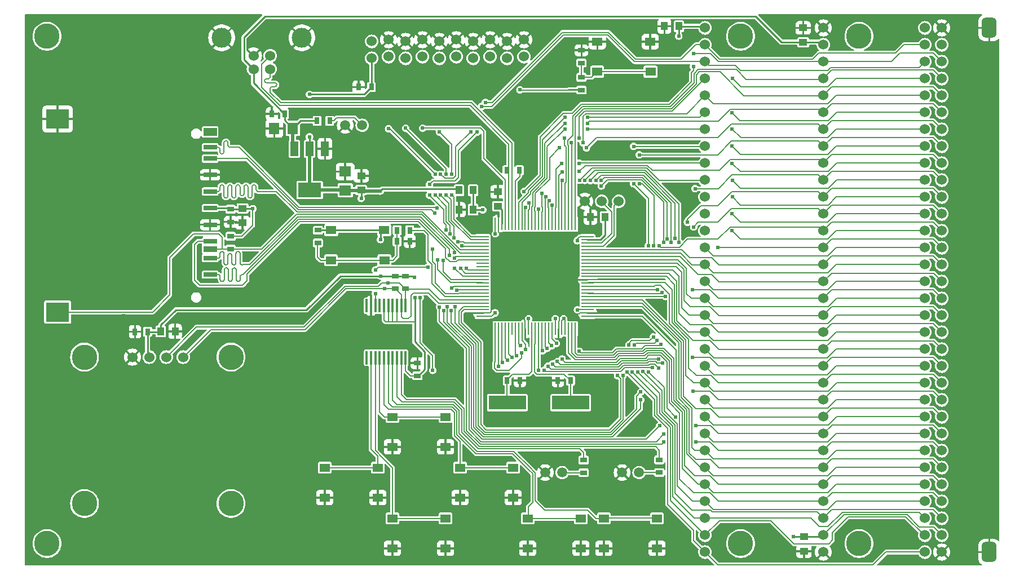
<source format=gtl>
%TF.GenerationSoftware,KiCad,Pcbnew,7.0.8*%
%TF.CreationDate,2024-03-17T11:49:34-04:00*%
%TF.ProjectId,UMDv3,554d4476-332e-46b6-9963-61645f706362,rev?*%
%TF.SameCoordinates,Original*%
%TF.FileFunction,Copper,L1,Top*%
%TF.FilePolarity,Positive*%
%FSLAX46Y46*%
G04 Gerber Fmt 4.6, Leading zero omitted, Abs format (unit mm)*
G04 Created by KiCad (PCBNEW 7.0.8) date 2024-03-17 11:49:34*
%MOMM*%
%LPD*%
G01*
G04 APERTURE LIST*
G04 Aperture macros list*
%AMRoundRect*
0 Rectangle with rounded corners*
0 $1 Rounding radius*
0 $2 $3 $4 $5 $6 $7 $8 $9 X,Y pos of 4 corners*
0 Add a 4 corners polygon primitive as box body*
4,1,4,$2,$3,$4,$5,$6,$7,$8,$9,$2,$3,0*
0 Add four circle primitives for the rounded corners*
1,1,$1+$1,$2,$3*
1,1,$1+$1,$4,$5*
1,1,$1+$1,$6,$7*
1,1,$1+$1,$8,$9*
0 Add four rect primitives between the rounded corners*
20,1,$1+$1,$2,$3,$4,$5,0*
20,1,$1+$1,$4,$5,$6,$7,0*
20,1,$1+$1,$6,$7,$8,$9,0*
20,1,$1+$1,$8,$9,$2,$3,0*%
G04 Aperture macros list end*
%TA.AperFunction,SMDPad,CuDef*%
%ADD10R,0.800000X1.000000*%
%TD*%
%TA.AperFunction,SMDPad,CuDef*%
%ADD11R,1.016000X1.270000*%
%TD*%
%TA.AperFunction,SMDPad,CuDef*%
%ADD12R,1.000000X0.800000*%
%TD*%
%TA.AperFunction,ComponentPad*%
%ADD13C,1.524000*%
%TD*%
%TA.AperFunction,SMDPad,CuDef*%
%ADD14R,2.000000X0.700000*%
%TD*%
%TA.AperFunction,SMDPad,CuDef*%
%ADD15R,2.000000X0.950000*%
%TD*%
%TA.AperFunction,SMDPad,CuDef*%
%ADD16R,3.500000X3.000000*%
%TD*%
%TA.AperFunction,SMDPad,CuDef*%
%ADD17R,2.000000X1.200000*%
%TD*%
%TA.AperFunction,SMDPad,CuDef*%
%ADD18R,1.550000X1.300000*%
%TD*%
%TA.AperFunction,SMDPad,CuDef*%
%ADD19R,1.270000X1.016000*%
%TD*%
%TA.AperFunction,ComponentPad*%
%ADD20C,3.810000*%
%TD*%
%TA.AperFunction,SMDPad,CuDef*%
%ADD21R,0.290000X1.850000*%
%TD*%
%TA.AperFunction,SMDPad,CuDef*%
%ADD22R,1.850000X0.290000*%
%TD*%
%TA.AperFunction,SMDPad,CuDef*%
%ADD23R,5.600000X2.100000*%
%TD*%
%TA.AperFunction,SMDPad,CuDef*%
%ADD24R,1.200000X2.200000*%
%TD*%
%TA.AperFunction,SMDPad,CuDef*%
%ADD25R,3.500000X2.200000*%
%TD*%
%TA.AperFunction,SMDPad,CuDef*%
%ADD26R,1.600000X1.800000*%
%TD*%
%TA.AperFunction,ComponentPad*%
%ADD27C,3.000000*%
%TD*%
%TA.AperFunction,SMDPad,CuDef*%
%ADD28R,0.300000X2.000000*%
%TD*%
%TA.AperFunction,SMDPad,CuDef*%
%ADD29RoundRect,0.562500X-0.562500X-0.937500X0.562500X-0.937500X0.562500X0.937500X-0.562500X0.937500X0*%
%TD*%
%TA.AperFunction,ComponentPad*%
%ADD30C,1.500000*%
%TD*%
%TA.AperFunction,SMDPad,CuDef*%
%ADD31R,1.800000X1.600000*%
%TD*%
%TA.AperFunction,ViaPad*%
%ADD32C,0.609600*%
%TD*%
%TA.AperFunction,Conductor*%
%ADD33C,0.177800*%
%TD*%
%TA.AperFunction,Conductor*%
%ADD34C,0.254000*%
%TD*%
%TA.AperFunction,Conductor*%
%ADD35C,0.508000*%
%TD*%
G04 APERTURE END LIST*
D10*
%TO.P,C101,1*%
%TO.N,GND*%
X125542000Y-77470000D03*
%TO.P,C101,2*%
%TO.N,+3V3*%
X127442000Y-77470000D03*
%TD*%
D11*
%TO.P,C126,1*%
%TO.N,+3V3*%
X95821500Y-114173000D03*
%TO.P,C126,2*%
%TO.N,GND*%
X97980500Y-114173000D03*
%TD*%
D12*
%TO.P,C104,1*%
%TO.N,Net-(C104-Pad1)*%
X159004000Y-73848000D03*
%TO.P,C104,2*%
%TO.N,GND*%
X159004000Y-71948000D03*
%TD*%
D13*
%TO.P,CON104,1,Vcc*%
%TO.N,+3V3*%
X127508000Y-73152000D03*
%TO.P,CON104,2,Vcc*%
X127508000Y-70612000D03*
%TO.P,CON104,3,TRST*%
%TO.N,/TRST*%
X130048000Y-72898000D03*
%TO.P,CON104,4,GND*%
%TO.N,GND*%
X130048000Y-70358000D03*
%TO.P,CON104,5,TDI*%
%TO.N,/TDI*%
X132588000Y-73152000D03*
%TO.P,CON104,6,GND*%
%TO.N,GND*%
X132588000Y-70612000D03*
%TO.P,CON104,7,SWDIO/TMS*%
%TO.N,/SWDIO-TMS*%
X135128000Y-72898000D03*
%TO.P,CON104,8,GND*%
%TO.N,GND*%
X135128000Y-70358000D03*
%TO.P,CON104,9,SWCLK/TCLK*%
%TO.N,/SWCLK-TCLK*%
X137668000Y-73152000D03*
%TO.P,CON104,10,GND*%
%TO.N,GND*%
X137668000Y-70612000D03*
%TO.P,CON104,11,RTCK*%
%TO.N,unconnected-(CON104-RTCK-Pad11)*%
X140208000Y-72898000D03*
%TO.P,CON104,12,GND*%
%TO.N,GND*%
X140208000Y-70358000D03*
%TO.P,CON104,13,SWO/TDO*%
%TO.N,/TDO*%
X142748000Y-73152000D03*
%TO.P,CON104,14,GND*%
%TO.N,GND*%
X142748000Y-70612000D03*
%TO.P,CON104,15,RESET*%
%TO.N,/~{RESET}*%
X145288000Y-72898000D03*
%TO.P,CON104,16,GND*%
%TO.N,GND*%
X145288000Y-70358000D03*
%TO.P,CON104,17,NC*%
%TO.N,unconnected-(CON104-NC-Pad17)*%
X147828000Y-73152000D03*
%TO.P,CON104,18,GND*%
%TO.N,GND*%
X147828000Y-70612000D03*
%TO.P,CON104,19,NC*%
%TO.N,unconnected-(CON104-NC-Pad19)*%
X150368000Y-72898000D03*
%TO.P,CON104,20,GND*%
%TO.N,GND*%
X150368000Y-70358000D03*
%TD*%
D14*
%TO.P,CON105,1,~{CS}/D3*%
%TO.N,/SDIO_D3*%
X103235000Y-103149000D03*
%TO.P,CON105,2,MOSI/CMD*%
%TO.N,/SDIO_CMD*%
X103235000Y-100649000D03*
%TO.P,CON105,3,Vss*%
%TO.N,GND*%
X103235000Y-98149000D03*
%TO.P,CON105,4,Vdd*%
%TO.N,+3V3*%
X103235000Y-95649000D03*
%TO.P,CON105,5,CLK*%
%TO.N,/SDIO_CK*%
X103235000Y-93149000D03*
%TO.P,CON105,6,Vss*%
%TO.N,GND*%
X103235000Y-90649000D03*
%TO.P,CON105,7,MISO/D0*%
%TO.N,/SDIO_D0*%
X103235000Y-88224000D03*
%TO.P,CON105,8,IRQ/D1*%
%TO.N,/SDIO_D1*%
X103235000Y-86524000D03*
%TO.P,CON105,9,NC/D2*%
%TO.N,/SDIO_D2*%
X103235000Y-105649000D03*
D15*
%TO.P,CON105,10,CD*%
%TO.N,/SDIO_DETECT*%
X103235000Y-101774000D03*
D16*
X80335000Y-111274000D03*
D17*
%TO.P,CON105,11,WP*%
%TO.N,unconnected-(CON105-WP-Pad11)*%
X103235000Y-84219000D03*
D16*
%TO.P,CON105,12,GND*%
%TO.N,GND*%
X80335000Y-82274000D03*
%TD*%
D10*
%TO.P,R101,1*%
%TO.N,/USB_PU*%
X149692400Y-89992200D03*
%TO.P,R101,2*%
%TO.N,/USB_D+*%
X147792400Y-89992200D03*
%TD*%
D12*
%TO.P,R102,1*%
%TO.N,+3V3*%
X131064000Y-105857000D03*
%TO.P,R102,2*%
%TO.N,/SDA*%
X131064000Y-107757000D03*
%TD*%
%TO.P,R103,1*%
%TO.N,+3V3*%
X132588000Y-105857000D03*
%TO.P,R103,2*%
%TO.N,/SCL*%
X132588000Y-107757000D03*
%TD*%
D18*
%TO.P,SW101,1,1*%
%TO.N,GND*%
X161379000Y-70648000D03*
%TO.P,SW101,2,2*%
X169329000Y-70648000D03*
%TO.P,SW101,3,3*%
%TO.N,Net-(C104-Pad1)*%
X161354000Y-75148000D03*
%TO.P,SW101,4,4*%
X169354000Y-75148000D03*
%TD*%
D19*
%TO.P,C105,1*%
%TO.N,Net-(U103-Vcap_2)*%
X146456400Y-95377000D03*
%TO.P,C105,2*%
%TO.N,GND*%
X146456400Y-93218000D03*
%TD*%
D11*
%TO.P,C106,1*%
%TO.N,Net-(U103-Vcap_1)*%
X162509200Y-97002600D03*
%TO.P,C106,2*%
%TO.N,GND*%
X160350200Y-97002600D03*
%TD*%
%TO.P,C107,1*%
%TO.N,GND*%
X140589000Y-95885000D03*
%TO.P,C107,2*%
%TO.N,+3.3VP*%
X142748000Y-95885000D03*
%TD*%
D12*
%TO.P,C108,1*%
%TO.N,Net-(C108-Pad1)*%
X119405400Y-100873600D03*
%TO.P,C108,2*%
%TO.N,+3V3*%
X119405400Y-98973600D03*
%TD*%
D10*
%TO.P,C110,1*%
%TO.N,Net-(U103-PH1{slash}OSC_OUT)*%
X157363200Y-121564400D03*
%TO.P,C110,2*%
%TO.N,GND*%
X155463200Y-121564400D03*
%TD*%
D11*
%TO.P,C111,1*%
%TO.N,GND*%
X171450000Y-68326000D03*
%TO.P,C111,2*%
%TO.N,+3V3*%
X173609000Y-68326000D03*
%TD*%
D19*
%TO.P,C112,1*%
%TO.N,+5V*%
X192278000Y-70739000D03*
%TO.P,C112,2*%
%TO.N,GND*%
X192278000Y-68580000D03*
%TD*%
%TO.P,C113,1*%
%TO.N,GND*%
X192405000Y-147193000D03*
%TO.P,C113,2*%
%TO.N,+5V*%
X192405000Y-145034000D03*
%TD*%
D12*
%TO.P,C114,1*%
%TO.N,+3V3*%
X106299000Y-95824000D03*
%TO.P,C114,2*%
%TO.N,GND*%
X106299000Y-97724000D03*
%TD*%
D11*
%TO.P,FB101,1*%
%TO.N,+3V3*%
X140589000Y-92964000D03*
%TO.P,FB101,2*%
%TO.N,+3.3VP*%
X142748000Y-92964000D03*
%TD*%
D12*
%TO.P,R104,1*%
%TO.N,/~{RESET}*%
X159004000Y-77912000D03*
%TO.P,R104,2*%
%TO.N,Net-(C104-Pad1)*%
X159004000Y-76012000D03*
%TD*%
D10*
%TO.P,R107,1*%
%TO.N,Net-(C108-Pad1)*%
X131307800Y-100634800D03*
%TO.P,R107,2*%
%TO.N,GND*%
X133207800Y-100634800D03*
%TD*%
%TO.P,R108,1*%
%TO.N,/BOOT0*%
X133207800Y-98983800D03*
%TO.P,R108,2*%
%TO.N,Net-(C108-Pad1)*%
X131307800Y-98983800D03*
%TD*%
%TO.P,R109,1*%
%TO.N,Net-(D103-Pad2)*%
X121193600Y-82550000D03*
%TO.P,R109,2*%
%TO.N,+5V*%
X119293600Y-82550000D03*
%TD*%
D18*
%TO.P,SW105,1,1*%
%TO.N,/LEFT*%
X120459600Y-134630600D03*
%TO.P,SW105,2,2*%
X128409600Y-134630600D03*
%TO.P,SW105,3,3*%
%TO.N,GND*%
X120434600Y-139130600D03*
%TO.P,SW105,4,4*%
X128434600Y-139130600D03*
%TD*%
D13*
%TO.P,CON106,1,+3.3V*%
%TO.N,+3V3*%
X177546000Y-68580000D03*
X210566000Y-68580000D03*
%TO.P,CON106,2,SCL*%
%TO.N,/SCL*%
X177546000Y-71120000D03*
X210566000Y-71120000D03*
%TO.P,CON106,3,SDA*%
%TO.N,/SDA*%
X177546000Y-73660000D03*
X210566000Y-73660000D03*
%TO.P,CON106,4,MOSI/IO6*%
%TO.N,/MOSI-IO6*%
X177546000Y-76200000D03*
X210566000Y-76200000D03*
%TO.P,CON106,5,SCK/IO4*%
%TO.N,/SCK-IO4*%
X177546000Y-78740000D03*
X210566000Y-78740000D03*
%TO.P,CON106,6,TIMER*%
%TO.N,/TIM1_CH2*%
X177546000Y-81280000D03*
X210566000Y-81280000D03*
%TO.P,CON106,7,A15*%
%TO.N,/A15*%
X177546000Y-83820000D03*
X210566000Y-83820000D03*
%TO.P,CON106,8,A13*%
%TO.N,/A13*%
X177546000Y-86360000D03*
X210566000Y-86360000D03*
%TO.P,CON106,9,A18*%
%TO.N,/A18*%
X177546000Y-88900000D03*
X210566000Y-88900000D03*
%TO.P,CON106,10,A16*%
%TO.N,/A16*%
X177546000Y-91440000D03*
X210566000Y-91440000D03*
%TO.P,CON106,11,~{WR}*%
%TO.N,/~{WR}*%
X177546000Y-93980000D03*
X210566000Y-93980000D03*
%TO.P,CON106,12,A10*%
%TO.N,/A10*%
X177546000Y-96520000D03*
X210566000Y-96520000D03*
%TO.P,CON106,13,A8*%
%TO.N,/A8*%
X177546000Y-99060000D03*
X210566000Y-99060000D03*
%TO.P,CON106,14,D0*%
%TO.N,/D0*%
X177546000Y-101600000D03*
X210566000Y-101600000D03*
%TO.P,CON106,15,D14*%
%TO.N,/D14*%
X177546000Y-104140000D03*
X210566000Y-104140000D03*
%TO.P,CON106,16,D2*%
%TO.N,/D2*%
X177546000Y-106680000D03*
X210566000Y-106680000D03*
%TO.P,CON106,17,D12*%
%TO.N,/D12*%
X177546000Y-109220000D03*
X210566000Y-109220000D03*
%TO.P,CON106,18,D10*%
%TO.N,/D10*%
X177546000Y-111760000D03*
X210566000Y-111760000D03*
%TO.P,CON106,19,D8*%
%TO.N,/D8*%
X177546000Y-114300000D03*
X210566000Y-114300000D03*
%TO.P,CON106,20,D6*%
%TO.N,/D6*%
X177546000Y-116840000D03*
X210566000Y-116840000D03*
%TO.P,CON106,21,D4*%
%TO.N,/D4*%
X177546000Y-119380000D03*
X210566000Y-119380000D03*
%TO.P,CON106,22,IO0*%
%TO.N,/IO0*%
X177546000Y-121920000D03*
X210566000Y-121920000D03*
%TO.P,CON106,23,IO2*%
%TO.N,/IO2*%
X177546000Y-124460000D03*
X210566000Y-124460000D03*
%TO.P,CON106,24,~{CE0}*%
%TO.N,/~{CE0}*%
X177546000Y-127000000D03*
X210566000Y-127000000D03*
%TO.P,CON106,25,~{CE2}*%
%TO.N,/~{CE2}*%
X177546000Y-129540000D03*
X210566000Y-129540000D03*
%TO.P,CON106,26,A5*%
%TO.N,/A5*%
X177546000Y-132080000D03*
X210566000Y-132080000D03*
%TO.P,CON106,27,A3*%
%TO.N,/A3*%
X177546000Y-134620000D03*
X210566000Y-134620000D03*
%TO.P,CON106,28,A1*%
%TO.N,/A1*%
X177546000Y-137160000D03*
X210566000Y-137160000D03*
%TO.P,CON106,29,A22*%
%TO.N,/A22*%
X177546000Y-139700000D03*
X210566000Y-139700000D03*
%TO.P,CON106,30,A20*%
%TO.N,/A20*%
X177546000Y-142240000D03*
X210566000Y-142240000D03*
%TO.P,CON106,31,A19*%
%TO.N,/A19*%
X177546000Y-144780000D03*
X210566000Y-144780000D03*
%TO.P,CON106,32,A23*%
%TO.N,/A23*%
X177546000Y-147320000D03*
X210566000Y-147320000D03*
%TO.P,CON106,33,GND*%
%TO.N,GND*%
X195326000Y-147320000D03*
X213106000Y-147320000D03*
%TO.P,CON106,34,+5V*%
%TO.N,+5V*%
X195326000Y-144780000D03*
X213106000Y-144780000D03*
%TO.P,CON106,35,A21*%
%TO.N,/A21*%
X195326000Y-142240000D03*
X213106000Y-142240000D03*
%TO.P,CON106,36,A0*%
%TO.N,/A0*%
X195326000Y-139700000D03*
X213106000Y-139700000D03*
%TO.P,CON106,37,A2*%
%TO.N,/A2*%
X195326000Y-137160000D03*
X213106000Y-137160000D03*
%TO.P,CON106,38,A4*%
%TO.N,/A4*%
X195326000Y-134620000D03*
X213106000Y-134620000D03*
%TO.P,CON106,39,~{CE3}*%
%TO.N,/~{CE3}*%
X195326000Y-132080000D03*
X213106000Y-132080000D03*
%TO.P,CON106,40,~{CE1}*%
%TO.N,/~{CE1}*%
X195326000Y-129540000D03*
X213106000Y-129540000D03*
%TO.P,CON106,41,A6*%
%TO.N,/A6*%
X195326000Y-127000000D03*
X213106000Y-127000000D03*
%TO.P,CON106,42,IO3*%
%TO.N,/IO3*%
X195326000Y-124460000D03*
X213106000Y-124460000D03*
%TO.P,CON106,43,IO1*%
%TO.N,/IO1*%
X195326000Y-121920000D03*
X213106000Y-121920000D03*
%TO.P,CON106,44,D5*%
%TO.N,/D5*%
X195326000Y-119380000D03*
X213106000Y-119380000D03*
%TO.P,CON106,45,D7*%
%TO.N,/D7*%
X195326000Y-116840000D03*
X213106000Y-116840000D03*
%TO.P,CON106,46,D9*%
%TO.N,/D9*%
X195326000Y-114300000D03*
X213106000Y-114300000D03*
%TO.P,CON106,47,D11*%
%TO.N,/D11*%
X195326000Y-111760000D03*
X213106000Y-111760000D03*
%TO.P,CON106,48,D3*%
%TO.N,/D3*%
X195326000Y-109220000D03*
X213106000Y-109220000D03*
%TO.P,CON106,49,D13*%
%TO.N,/D13*%
X195326000Y-106680000D03*
X213106000Y-106680000D03*
%TO.P,CON106,50,D15*%
%TO.N,/D15*%
X195326000Y-104140000D03*
X213106000Y-104140000D03*
%TO.P,CON106,51,D1*%
%TO.N,/D1*%
X195326000Y-101600000D03*
X213106000Y-101600000D03*
%TO.P,CON106,52,A7*%
%TO.N,/A7*%
X195326000Y-99060000D03*
X213106000Y-99060000D03*
%TO.P,CON106,53,A9*%
%TO.N,/A9*%
X195326000Y-96520000D03*
X213106000Y-96520000D03*
%TO.P,CON106,54,A11*%
%TO.N,/A11*%
X195326000Y-93980000D03*
X213106000Y-93980000D03*
%TO.P,CON106,55,~{RD}*%
%TO.N,/~{RD}*%
X195326000Y-91440000D03*
X213106000Y-91440000D03*
%TO.P,CON106,56,A17*%
%TO.N,/A17*%
X195326000Y-88900000D03*
X213106000Y-88900000D03*
%TO.P,CON106,57,A12*%
%TO.N,/A12*%
X195326000Y-86360000D03*
X213106000Y-86360000D03*
%TO.P,CON106,58,A14*%
%TO.N,/A14*%
X195326000Y-83820000D03*
X213106000Y-83820000D03*
%TO.P,CON106,59,CLK*%
%TO.N,/CLK*%
X195326000Y-81280000D03*
X213106000Y-81280000D03*
%TO.P,CON106,60,NSS/IO5*%
%TO.N,/NSS-IO5*%
X195326000Y-78740000D03*
X213106000Y-78740000D03*
%TO.P,CON106,61,MISO/IO7*%
%TO.N,/MISO-IO7*%
X195326000Y-76200000D03*
X213106000Y-76200000D03*
%TO.P,CON106,62,IO8*%
%TO.N,/IO8*%
X195326000Y-73660000D03*
X213106000Y-73660000D03*
%TO.P,CON106,63,+5V*%
%TO.N,+5V*%
X195326000Y-71120000D03*
X213106000Y-71120000D03*
%TO.P,CON106,64,GND*%
%TO.N,GND*%
X195326000Y-68580000D03*
X213106000Y-68580000D03*
%TD*%
D20*
%TO.P,MEC102,1,nc*%
%TO.N,unconnected-(MEC102-nc-Pad1)*%
X78740000Y-146050000D03*
%TD*%
%TO.P,MEC103,1,nc*%
%TO.N,unconnected-(MEC103-nc-Pad1)*%
X200660000Y-69850000D03*
%TD*%
%TO.P,MEC104,1,nc*%
%TO.N,unconnected-(MEC104-nc-Pad1)*%
X200660000Y-146050000D03*
%TD*%
%TO.P,MEC101,1,nc*%
%TO.N,unconnected-(MEC101-nc-Pad1)*%
X78740000Y-69850000D03*
%TD*%
D18*
%TO.P,SW107,1,1*%
%TO.N,/UP*%
X130619600Y-127010600D03*
%TO.P,SW107,2,2*%
X138569600Y-127010600D03*
%TO.P,SW107,3,3*%
%TO.N,GND*%
X130594600Y-131510600D03*
%TO.P,SW107,4,4*%
X138594600Y-131510600D03*
%TD*%
%TO.P,SW106,1,1*%
%TO.N,/DOWN*%
X130619600Y-142250600D03*
%TO.P,SW106,2,2*%
X138569600Y-142250600D03*
%TO.P,SW106,3,3*%
%TO.N,GND*%
X130594600Y-146750600D03*
%TO.P,SW106,4,4*%
X138594600Y-146750600D03*
%TD*%
%TO.P,SW103,1,1*%
%TO.N,/BACK*%
X162369600Y-142250600D03*
%TO.P,SW103,2,2*%
X170319600Y-142250600D03*
%TO.P,SW103,3,3*%
%TO.N,GND*%
X162344600Y-146750600D03*
%TO.P,SW103,4,4*%
X170344600Y-146750600D03*
%TD*%
%TO.P,SW102,1,1*%
%TO.N,/OK*%
X150939600Y-142250600D03*
%TO.P,SW102,2,2*%
X158889600Y-142250600D03*
%TO.P,SW102,3,3*%
%TO.N,GND*%
X150914600Y-146750600D03*
%TO.P,SW102,4,4*%
X158914600Y-146750600D03*
%TD*%
%TO.P,SW104,1,1*%
%TO.N,/RIGHT*%
X140779600Y-134630600D03*
%TO.P,SW104,2,2*%
X148729600Y-134630600D03*
%TO.P,SW104,3,3*%
%TO.N,GND*%
X140754600Y-139130600D03*
%TO.P,SW104,4,4*%
X148754600Y-139130600D03*
%TD*%
D12*
%TO.P,R106,1*%
%TO.N,Net-(U101A-GP7)*%
X170688000Y-133466800D03*
%TO.P,R106,2*%
%TO.N,Net-(D102-Pad2)*%
X170688000Y-135366800D03*
%TD*%
%TO.P,R105,1*%
%TO.N,Net-(D101-Pad2)*%
X159308800Y-135392200D03*
%TO.P,R105,2*%
%TO.N,Net-(U101A-GP6)*%
X159308800Y-133492200D03*
%TD*%
D10*
%TO.P,C116,1*%
%TO.N,GND*%
X91963200Y-114223800D03*
%TO.P,C116,2*%
%TO.N,+3V3*%
X93863200Y-114223800D03*
%TD*%
D12*
%TO.P,C115,1*%
%TO.N,GND*%
X134366000Y-118938000D03*
%TO.P,C115,2*%
%TO.N,+3V3*%
X134366000Y-120838000D03*
%TD*%
D21*
%TO.P,U103,1,PE2/TRACECLK/FSMC_A23*%
%TO.N,/D2*%
X146050000Y-113792000D03*
%TO.P,U103,2,PE3/TRACED0/FSMC_A19*%
%TO.N,/D3*%
X146550000Y-113792000D03*
%TO.P,U103,3,PE4/TRACED1/FSMC_A20*%
%TO.N,/D4*%
X147050000Y-113792000D03*
%TO.P,U103,4,PE5/TRACED2/TIM9_CH1/FSMC_A21*%
%TO.N,/D5*%
X147550000Y-113792000D03*
%TO.P,U103,5,PE6/TRACED3/TIM9_CH2/FSMC_A22*%
%TO.N,/D6*%
X148050000Y-113792000D03*
%TO.P,U103,6,VBat*%
%TO.N,unconnected-(U103-VBat-Pad6)*%
X148550000Y-113792000D03*
%TO.P,U103,7,PC13*%
%TO.N,/~{CE0}*%
X149050000Y-113792000D03*
%TO.P,U103,8,PC14/OSC32_IN*%
%TO.N,/~{RD}*%
X149550000Y-113792000D03*
%TO.P,U103,9,PC15/OSC32_OUT*%
%TO.N,/~{WR}*%
X150050000Y-113792000D03*
%TO.P,U103,10,Vss*%
%TO.N,GND*%
X150550000Y-113792000D03*
%TO.P,U103,11,Vdd*%
%TO.N,+3.3VP*%
X151050000Y-113792000D03*
%TO.P,U103,12,PH0/OSC_IN*%
%TO.N,Net-(U103-PH0{slash}OSC_IN)*%
X151550000Y-113792000D03*
%TO.P,U103,13,PH1/OSC_OUT*%
%TO.N,Net-(U103-PH1{slash}OSC_OUT)*%
X152050000Y-113792000D03*
%TO.P,U103,14,~{RST}*%
%TO.N,/~{RESET}*%
X152550000Y-113792000D03*
%TO.P,U103,15,PC0/ADC123_IN10*%
%TO.N,/A8*%
X153050000Y-113792000D03*
%TO.P,U103,16,PC1/ETH_MDC/ADC123_IN11*%
%TO.N,/A9*%
X153550000Y-113792000D03*
%TO.P,U103,17,PC2/SPI2_MISO/I2S2ext_SD/ADC123_IN12*%
%TO.N,/A10*%
X154050000Y-113792000D03*
%TO.P,U103,18,PC3/SPI2_MOSI/I2S2_SD/ADC123_IN13*%
%TO.N,/A11*%
X154550000Y-113792000D03*
%TO.P,U103,19,Vdd*%
%TO.N,+3.3VP*%
X155050000Y-113792000D03*
%TO.P,U103,20,Vssa*%
%TO.N,GND*%
X155550000Y-113792000D03*
%TO.P,U103,21,Vref+*%
%TO.N,+3.3VP*%
X156050000Y-113792000D03*
%TO.P,U103,22,Vdda*%
X156550000Y-113792000D03*
%TO.P,U103,23,PA0/WKUP/USART2_CTS/UART4_TX/TIM5_CH1/ADC123_IN0*%
%TO.N,/A0*%
X157050000Y-113792000D03*
%TO.P,U103,24,PA1/USART2_RTS/UART4_RX/TIM5_CH2/TIM2_CH2/ADC123_IN1*%
%TO.N,/A1*%
X157550000Y-113792000D03*
%TO.P,U103,25,PA2/USART2_TX/TIM5_CH3/TIM9_CH1/TIM2_CH3/ADC123_IN2*%
%TO.N,/A2*%
X158050000Y-113792000D03*
D22*
%TO.P,U103,26,PA3/USART2_RX/TIM5_CH4/TIM9_CH2/TIM2_CH4/ADC123_IN3*%
%TO.N,/A3*%
X159925000Y-111917000D03*
%TO.P,U103,27,Vss*%
%TO.N,GND*%
X159925000Y-111417000D03*
%TO.P,U103,28,Vdd*%
%TO.N,+3.3VP*%
X159925000Y-110917000D03*
%TO.P,U103,29,PA4/SPI1_NSS/SPI3_NSS/USART2_CK/I2S3_WS/DAC_OUT1*%
%TO.N,/A4*%
X159925000Y-110417000D03*
%TO.P,U103,30,PA5/SPI1_SCK/DAC_OUT2*%
%TO.N,/A5*%
X159925000Y-109917000D03*
%TO.P,U103,31,PA6/SPI1_MISO/TIM13_CH1/TIM3_CH1/ADC12_IN6*%
%TO.N,/A6*%
X159925000Y-109417000D03*
%TO.P,U103,32,PA7/SPI1_MOSI/TIM14_CH1/TIM3_CH2/ADC12_IN7*%
%TO.N,/A7*%
X159925000Y-108917000D03*
%TO.P,U103,33,PC4/ADC12_IN14*%
%TO.N,/A12*%
X159925000Y-108417000D03*
%TO.P,U103,34,PC5/ADC12_IN15*%
%TO.N,/A13*%
X159925000Y-107917000D03*
%TO.P,U103,35,PB0/TIM3_CH3/ADC12_IN8*%
%TO.N,/IO0*%
X159925000Y-107417000D03*
%TO.P,U103,36,PB1/TIM3_CH4/ADC12_IN9*%
%TO.N,/IO1*%
X159925000Y-106917000D03*
%TO.P,U103,37,PB2/BOOT1*%
%TO.N,GND*%
X159925000Y-106417000D03*
%TO.P,U103,38,PE7/FSMC_D4*%
%TO.N,/D7*%
X159925000Y-105917000D03*
%TO.P,U103,39,PE8/TIM1_CH1N/FSMC_D5*%
%TO.N,/D8*%
X159925000Y-105417000D03*
%TO.P,U103,40,PE9/TIM1_CH1/FSMC_D6*%
%TO.N,/D9*%
X159925000Y-104917000D03*
%TO.P,U103,41,PE10/TIM1_CH2N/FSMC_D7*%
%TO.N,/D10*%
X159925000Y-104417000D03*
%TO.P,U103,42,PE11/TIM1_CH2/FSMC_D8*%
%TO.N,/D11*%
X159925000Y-103917000D03*
%TO.P,U103,43,PE12/TIM1_CH3N/FSMC_D9*%
%TO.N,/D12*%
X159925000Y-103417000D03*
%TO.P,U103,44,PE13/TIM1_CH3/FSMC_D10*%
%TO.N,/D13*%
X159925000Y-102917000D03*
%TO.P,U103,45,PE14/TIM1_CH4/FSMC_D11*%
%TO.N,/D14*%
X159925000Y-102417000D03*
%TO.P,U103,46,PE15/FSMC_D12*%
%TO.N,/D15*%
X159925000Y-101917000D03*
%TO.P,U103,47,PB10/SPI2_SCK/I2S2_CK/I2C2_SCL/USART3_TX/TIM2_CH3*%
%TO.N,/USART3_TX*%
X159925000Y-101417000D03*
%TO.P,U103,48,PB11/I2C2_SDA/USART3_RX/TIM2_CH4*%
%TO.N,/USART3_RX*%
X159925000Y-100917000D03*
%TO.P,U103,49,Vcap_1*%
%TO.N,Net-(U103-Vcap_1)*%
X159925000Y-100417000D03*
%TO.P,U103,50,Vdd*%
%TO.N,+3.3VP*%
X159925000Y-99917000D03*
D21*
%TO.P,U103,51,PB12/SPI2_NSS/I2S2_WS/I2C2_SMBA/USART3_CK*%
%TO.N,/NSS-IO5*%
X158050000Y-98042000D03*
%TO.P,U103,52,PB13/SPI2_SCK/I2S2_CK/USART3_CTS/TIM1_CH1N*%
%TO.N,/SCK-IO4*%
X157550000Y-98042000D03*
%TO.P,U103,53,PB14/SPI2_MISO/TIM1_CH2N/TIM12_CH1/USART3_RTS/I2S2ext_SD*%
%TO.N,/MISO-IO7*%
X157050000Y-98042000D03*
%TO.P,U103,54,PB15/SPI2_MOSI/I2S2_SD/TIM1_CH3N/TIM12_CH2*%
%TO.N,/MOSI-IO6*%
X156550000Y-98042000D03*
%TO.P,U103,55,PD8/FSMC_D13/USART3_TX*%
%TO.N,/A16*%
X156050000Y-98042000D03*
%TO.P,U103,56,PD9/FSMC_D14/USART3_RX*%
%TO.N,/A17*%
X155550000Y-98042000D03*
%TO.P,U103,57,PD10/FSMC_D15/USART3_CK*%
%TO.N,/A18*%
X155050000Y-98042000D03*
%TO.P,U103,58,PD11/FSMC_CLE/FSMC_A16/USART3_CTS*%
%TO.N,/A19*%
X154550000Y-98042000D03*
%TO.P,U103,59,PD12/FSMC_ALE/FSMC_A17/TIM4_CH1/USART3_RTS*%
%TO.N,/A20*%
X154050000Y-98042000D03*
%TO.P,U103,60,PD13/FSMC_A18/TIM4_CH2*%
%TO.N,/A21*%
X153550000Y-98042000D03*
%TO.P,U103,61,PD14/FSMC_D0/TIM4_CH3*%
%TO.N,/A22*%
X153050000Y-98042000D03*
%TO.P,U103,62,PD15/FSMC_D1/TIM4_CH4*%
%TO.N,/A23*%
X152550000Y-98042000D03*
%TO.P,U103,63,PC6/I2S2_MCK/TIM8_CH1/SDIO_D6/USART6_TX*%
%TO.N,/A14*%
X152050000Y-98042000D03*
%TO.P,U103,64,PC7/I2S3_MCK/TIM8_CH2/SDIO_D7/USART6_RX*%
%TO.N,/A15*%
X151550000Y-98042000D03*
%TO.P,U103,65,PC8/TIM8_CH3/SDIO_D0/USART6_CK*%
%TO.N,/SDIO_D0*%
X151050000Y-98042000D03*
%TO.P,U103,66,PC9/I2S_CKIN/MCO2/TIM8_CH4/SDIO_D1/I2C3_SDA*%
%TO.N,/SDIO_D1*%
X150550000Y-98042000D03*
%TO.P,U103,67,PA8/MCO1/USART1_CK/TIM1_CH1/I2C3_SCL*%
%TO.N,/CLK*%
X150050000Y-98042000D03*
%TO.P,U103,68,PA9/USART1_TX/TIM1_CH2/I2C3_SMBA*%
%TO.N,/TIM1_CH2*%
X149550000Y-98042000D03*
%TO.P,U103,69,PA10/USART1_RX/TIM1_CH3*%
%TO.N,/USB_PU*%
X149050000Y-98042000D03*
%TO.P,U103,70,PA11/USART1_CTS/TIM1_CH4/OTG_FS_DM*%
%TO.N,/USB_D-*%
X148550000Y-98042000D03*
%TO.P,U103,71,PA12/USART1_RTS/OTG_FS_DP*%
%TO.N,/USB_D+*%
X148050000Y-98042000D03*
%TO.P,U103,72,PA13/JTMS-SWDIO*%
%TO.N,/SWDIO-TMS*%
X147550000Y-98042000D03*
%TO.P,U103,73,Vcap_2*%
%TO.N,Net-(U103-Vcap_2)*%
X147050000Y-98042000D03*
%TO.P,U103,74,Vss*%
%TO.N,GND*%
X146550000Y-98042000D03*
%TO.P,U103,75,Vdd*%
%TO.N,+3.3VP*%
X146050000Y-98042000D03*
D22*
%TO.P,U103,76,PA14/JTCK-SWCLK*%
%TO.N,/SWCLK-TCLK*%
X144175000Y-99917000D03*
%TO.P,U103,77,PA15/JTDI/SPI3_NSS/SPI1_NSS*%
%TO.N,/TDI*%
X144175000Y-100417000D03*
%TO.P,U103,78,PC10/SPI3_SCK/UART4_TX/SDIO_D2/USART3_TX*%
%TO.N,/SDIO_D2*%
X144175000Y-100917000D03*
%TO.P,U103,79,PC11/UART4_RX/SPI3_MISO/SDIO_D3/USART3_RX*%
%TO.N,/SDIO_D3*%
X144175000Y-101417000D03*
%TO.P,U103,80,PC12/UART5_TX/SDIO_CK/SPI3_MOSI/USART3_CK*%
%TO.N,/SDIO_CK*%
X144175000Y-101917000D03*
%TO.P,U103,81,PD0/FSMC_D2*%
%TO.N,/SDIO_DETECT*%
X144175000Y-102417000D03*
%TO.P,U103,82,PD1/FSMC_D3*%
%TO.N,/MCP_INT*%
X144175000Y-102917000D03*
%TO.P,U103,83,PD2/UART5_RX/SDIO_CMD*%
%TO.N,/SDIO_CMD*%
X144175000Y-103417000D03*
%TO.P,U103,84,PD3/FSMC_CLK/USART2_CTS*%
%TO.N,unconnected-(U103-PD3{slash}FSMC_CLK{slash}USART2_CTS-Pad84)*%
X144175000Y-103917000D03*
%TO.P,U103,85,PD4/FSMC_NOE/USART2_RTS*%
%TO.N,unconnected-(U103-PD4{slash}FSMC_NOE{slash}USART2_RTS-Pad85)*%
X144175000Y-104417000D03*
%TO.P,U103,86,PD5/FSMC_NWE/USART2_TX*%
%TO.N,/~{CE1}*%
X144175000Y-104917000D03*
%TO.P,U103,87,PD6/FSMC_NWAIT/USART2_RX*%
%TO.N,/~{CE2}*%
X144175000Y-105417000D03*
%TO.P,U103,88,PD7/USART2_CK/FSMC_NE1/FSMC_NCE2*%
%TO.N,/~{CE3}*%
X144175000Y-105917000D03*
%TO.P,U103,89,PB3/JTDO/TRACESWO/SPI3_SCK/TIM2_CH2/SPI1_SCK*%
%TO.N,/TDO*%
X144175000Y-106417000D03*
%TO.P,U103,90,PB4/NJTRST/SPI3_MISO/TIM3_CH1/SPI1_MISO*%
%TO.N,/TRST*%
X144175000Y-106917000D03*
%TO.P,U103,91,PB5/I2C1_SMBA/TIM3_CH2/SPI1_MOSI/SPI3_MOSI*%
%TO.N,/IO2*%
X144175000Y-107417000D03*
%TO.P,U103,92,PB6/I2C1_SCL/TIM4_CH1/USART1_TX*%
%TO.N,/IO3*%
X144175000Y-107917000D03*
%TO.P,U103,93,PB7/I2C1_SDA/FSMC_NL/USART1_RX/TIM4_CH2*%
%TO.N,/IO8*%
X144175000Y-108417000D03*
%TO.P,U103,94,BOOT0*%
%TO.N,/BOOT0*%
X144175000Y-108917000D03*
%TO.P,U103,95,PB8/TIM4_CH3/SDIO_D4/TIM10_CH1/I2C1_SCL*%
%TO.N,/SCL*%
X144175000Y-109417000D03*
%TO.P,U103,96,PB9/SPI2_NSS/I2S2_WS/TIM4_CH4/TIM11_CH1//SDIO_D5/I2C1_SDA*%
%TO.N,/SDA*%
X144175000Y-109917000D03*
%TO.P,U103,97,PE0/FSMC_NBL0*%
%TO.N,/D0*%
X144175000Y-110417000D03*
%TO.P,U103,98,PE1/FSMC_NLB1*%
%TO.N,/D1*%
X144175000Y-110917000D03*
%TO.P,U103,99,Vss*%
%TO.N,GND*%
X144175000Y-111417000D03*
%TO.P,U103,100,Vdd*%
%TO.N,+3.3VP*%
X144175000Y-111917000D03*
%TD*%
D23*
%TO.P,X101,1,1*%
%TO.N,Net-(U103-PH0{slash}OSC_IN)*%
X147853200Y-124866400D03*
%TO.P,X101,2,2*%
%TO.N,Net-(U103-PH1{slash}OSC_OUT)*%
X157353200Y-124866400D03*
%TD*%
D10*
%TO.P,C109,1*%
%TO.N,Net-(U103-PH0{slash}OSC_IN)*%
X147843200Y-121564400D03*
%TO.P,C109,2*%
%TO.N,GND*%
X149743200Y-121564400D03*
%TD*%
D18*
%TO.P,SW108,1,1*%
%TO.N,+3V3*%
X121424800Y-98969000D03*
%TO.P,SW108,2,2*%
X129374800Y-98969000D03*
%TO.P,SW108,3,3*%
%TO.N,Net-(C108-Pad1)*%
X121399800Y-103469000D03*
%TO.P,SW108,4,4*%
X129399800Y-103469000D03*
%TD*%
D12*
%TO.P,R111,1*%
%TO.N,/SDIO_DETECT*%
X106299000Y-101788000D03*
%TO.P,R111,2*%
%TO.N,+3V3*%
X106299000Y-99888000D03*
%TD*%
D24*
%TO.P,U102,1,GND*%
%TO.N,GND*%
X120486200Y-86728300D03*
D25*
%TO.P,U102,2,Vout*%
%TO.N,+3V3*%
X118186200Y-92928300D03*
D24*
X118186200Y-86728300D03*
%TO.P,U102,3,Vin*%
%TO.N,+5V*%
X115886200Y-86728300D03*
%TD*%
D19*
%TO.P,C127,1*%
%TO.N,+3V3*%
X125933200Y-92951300D03*
%TO.P,C127,2*%
%TO.N,GND*%
X125933200Y-90792300D03*
%TD*%
D13*
%TO.P,CON107,1,1*%
%TO.N,GND*%
X159512000Y-94640400D03*
%TO.P,CON107,2,2*%
%TO.N,/USART3_RX*%
X162052000Y-94640400D03*
%TO.P,CON107,3,3*%
%TO.N,/USART3_TX*%
X164592000Y-94640400D03*
%TD*%
D26*
%TO.P,C102,1*%
%TO.N,+5V*%
X115666700Y-83680300D03*
%TO.P,C102,2*%
%TO.N,GND*%
X112866700Y-83680300D03*
%TD*%
D10*
%TO.P,C124,1*%
%TO.N,+5V*%
X114411800Y-81508600D03*
%TO.P,C124,2*%
%TO.N,GND*%
X112511800Y-81508600D03*
%TD*%
D13*
%TO.P,CON101,1,+5V*%
%TO.N,+5V*%
X109748000Y-74771200D03*
%TO.P,CON101,2,D-*%
%TO.N,/USB_D-*%
X112248000Y-74771200D03*
%TO.P,CON101,3,D+*%
%TO.N,/USB_D+*%
X112248000Y-72771200D03*
%TO.P,CON101,4,GND*%
%TO.N,GND*%
X109748000Y-72771200D03*
D27*
%TO.P,CON101,5,CASE*%
X104978000Y-70061200D03*
X117018000Y-70061200D03*
%TD*%
D28*
%TO.P,U101,1,SCL*%
%TO.N,/SCL*%
X132592000Y-110323800D03*
%TO.P,U101,2,SDA*%
%TO.N,/SDA*%
X131942000Y-110323800D03*
%TO.P,U101,3,A2*%
%TO.N,+3V3*%
X131292000Y-110323800D03*
%TO.P,U101,4,A1*%
X130642000Y-110323800D03*
%TO.P,U101,5,A0*%
X129992000Y-110323800D03*
%TO.P,U101,6,~{RESET}*%
X129342000Y-110323800D03*
%TO.P,U101,7,NC*%
%TO.N,unconnected-(U101A-NC-Pad7)*%
X128692000Y-110323800D03*
%TO.P,U101,8,INT*%
%TO.N,/MCP_INT*%
X128042000Y-110323800D03*
%TO.P,U101,9,Vss*%
%TO.N,GND*%
X127392000Y-110323800D03*
%TO.P,U101,10,NC*%
%TO.N,unconnected-(U101A-NC-Pad10)*%
X126742000Y-110323800D03*
%TO.P,U101,11,NC*%
%TO.N,unconnected-(U101A-NC-Pad11)*%
X126742000Y-118123800D03*
%TO.P,U101,12,GP0*%
%TO.N,/LEFT*%
X127392000Y-118123800D03*
%TO.P,U101,13,GP1*%
%TO.N,/DOWN*%
X128042000Y-118123800D03*
%TO.P,U101,14,GP2*%
%TO.N,/UP*%
X128692000Y-118123800D03*
%TO.P,U101,15,GP3*%
%TO.N,/RIGHT*%
X129342000Y-118123800D03*
%TO.P,U101,16,GP4*%
%TO.N,/OK*%
X129992000Y-118123800D03*
%TO.P,U101,17,GP5*%
%TO.N,/BACK*%
X130642000Y-118123800D03*
%TO.P,U101,18,GP6*%
%TO.N,Net-(U101A-GP6)*%
X131292000Y-118123800D03*
%TO.P,U101,19,GP7*%
%TO.N,Net-(U101A-GP7)*%
X131942000Y-118123800D03*
%TO.P,U101,20,Vdd*%
%TO.N,+3V3*%
X132592000Y-118123800D03*
%TD*%
D29*
%TO.P,TP101,1*%
%TO.N,GND*%
X220218000Y-68580000D03*
%TD*%
D13*
%TO.P,U104,1,GND*%
%TO.N,GND*%
X91567000Y-118032000D03*
%TO.P,U104,2,VCC*%
%TO.N,+3V3*%
X94107000Y-118032000D03*
%TO.P,U104,3,SCL*%
%TO.N,/SCL*%
X96647000Y-118032000D03*
%TO.P,U104,4,SDA*%
%TO.N,/SDA*%
X99187000Y-118032000D03*
D20*
%TO.P,U104,5,nc*%
%TO.N,unconnected-(U104-nc-Pad5)*%
X84377000Y-118032000D03*
%TO.P,U104,6,nc*%
%TO.N,unconnected-(U104-nc-Pad6)*%
X106377000Y-118032000D03*
%TO.P,U104,7,nc*%
%TO.N,unconnected-(U104-nc-Pad7)*%
X84377000Y-140032000D03*
%TO.P,U104,8,nc*%
%TO.N,unconnected-(U104-nc-Pad8)*%
X106377000Y-140032000D03*
%TD*%
D29*
%TO.P,TP102,1*%
%TO.N,GND*%
X220218000Y-147320000D03*
%TD*%
D30*
%TO.P,D102,1,1*%
%TO.N,GND*%
X165100000Y-135382000D03*
%TO.P,D102,2,2*%
%TO.N,Net-(D102-Pad2)*%
X167640000Y-135382000D03*
%TD*%
%TO.P,D101,1,1*%
%TO.N,GND*%
X153550137Y-135382000D03*
%TO.P,D101,2,2*%
%TO.N,Net-(D101-Pad2)*%
X156090137Y-135382000D03*
%TD*%
D20*
%TO.P,MEC105,1,nc*%
%TO.N,unconnected-(MEC105-nc-Pad1)*%
X182880000Y-146050000D03*
%TD*%
D19*
%TO.P,C125,1*%
%TO.N,+3V3*%
X108102400Y-95681800D03*
%TO.P,C125,2*%
%TO.N,GND*%
X108102400Y-97840800D03*
%TD*%
D31*
%TO.P,C103,1*%
%TO.N,+3V3*%
X123520200Y-92971800D03*
%TO.P,C103,2*%
%TO.N,GND*%
X123520200Y-90171800D03*
%TD*%
D20*
%TO.P,MEC106,1,nc*%
%TO.N,unconnected-(MEC106-nc-Pad1)*%
X182880000Y-69850000D03*
%TD*%
D30*
%TO.P,D103,1,1*%
%TO.N,GND*%
X123527337Y-83223100D03*
%TO.P,D103,2,2*%
%TO.N,Net-(D103-Pad2)*%
X126067337Y-83223100D03*
%TD*%
D32*
%TO.N,GND*%
X120650000Y-83820000D03*
X128270000Y-86360000D03*
X120650000Y-91440000D03*
X120650000Y-88900000D03*
X115570000Y-91440000D03*
X113030000Y-88900000D03*
X128270000Y-91440000D03*
X128270000Y-88900000D03*
X123190000Y-86360000D03*
X125730000Y-88900000D03*
X113030000Y-86360000D03*
X110490000Y-83820000D03*
X125730000Y-76200000D03*
X115570000Y-76200000D03*
X146050000Y-133350000D03*
X101600000Y-104140000D03*
X109220000Y-102870000D03*
X110490000Y-97790000D03*
X115570000Y-88900000D03*
X110490000Y-91440000D03*
X100330000Y-76200000D03*
X105410000Y-76200000D03*
X110490000Y-86360000D03*
X110490000Y-81280000D03*
X125730000Y-86360000D03*
X166370000Y-129540000D03*
X219710000Y-72390000D03*
X217170000Y-68580000D03*
X219710000Y-143510000D03*
X217170000Y-147320000D03*
%TO.N,/MCP_INT*%
X128041400Y-104952800D03*
%TO.N,+3V3*%
X109651800Y-95732600D03*
X125933200Y-94183200D03*
X118160800Y-78562200D03*
X128778000Y-93091000D03*
X173609000Y-69799200D03*
X133908800Y-106045000D03*
X128803400Y-100380800D03*
X133959600Y-109067600D03*
X128803400Y-105841800D03*
X118160800Y-84950300D03*
%TO.N,GND*%
X149860000Y-102870000D03*
X147320000Y-105410000D03*
X147320000Y-102870000D03*
X147320000Y-107950000D03*
X140589000Y-97282000D03*
X146050000Y-91440000D03*
X157480000Y-102870000D03*
X157480000Y-105410000D03*
X157480000Y-111760000D03*
X149860000Y-107950000D03*
X152400000Y-107950000D03*
X149860000Y-111760000D03*
X115570000Y-81280000D03*
X134620000Y-101828600D03*
X120650000Y-111760000D03*
X134340600Y-117348000D03*
X151130000Y-121920000D03*
X153670000Y-121920000D03*
X160350200Y-98526600D03*
X171450000Y-76200000D03*
X171450000Y-110490000D03*
X161290000Y-86487000D03*
X174980600Y-95123000D03*
X134620000Y-94183200D03*
X126288800Y-106680000D03*
X105410000Y-91440000D03*
X100330000Y-96520000D03*
X120650000Y-132080000D03*
X120650000Y-142240000D03*
X125730000Y-147320000D03*
X146050000Y-142240000D03*
X120650000Y-147320000D03*
X125730000Y-142240000D03*
X120650000Y-137160000D03*
X140970000Y-142240000D03*
X146050000Y-147320000D03*
X140970000Y-147320000D03*
X146050000Y-121920000D03*
X146050000Y-127000000D03*
X148590000Y-127000000D03*
X151130000Y-127000000D03*
X153670000Y-127000000D03*
X156210000Y-127000000D03*
X158750000Y-127000000D03*
X161290000Y-127000000D03*
X161290000Y-124460000D03*
X161290000Y-121920000D03*
X135890000Y-137160000D03*
X120650000Y-127000000D03*
X120650000Y-116840000D03*
X161290000Y-137160000D03*
X173990000Y-147320000D03*
X120650000Y-121920000D03*
X135890000Y-121920000D03*
X158750000Y-121920000D03*
X115570000Y-111760000D03*
X115570000Y-106680000D03*
X120650000Y-106680000D03*
X110490000Y-106680000D03*
X115570000Y-101600000D03*
X105410000Y-81280000D03*
X130810000Y-86360000D03*
X130810000Y-91440000D03*
X100330000Y-81280000D03*
X95250000Y-81280000D03*
X90170000Y-81280000D03*
X85090000Y-81280000D03*
X85090000Y-76200000D03*
X90170000Y-76200000D03*
X95250000Y-76200000D03*
X85090000Y-71120000D03*
X90170000Y-71120000D03*
X80010000Y-76200000D03*
X105410000Y-71120000D03*
X120650000Y-71120000D03*
X125730000Y-71120000D03*
X151130000Y-86360000D03*
X151130000Y-81280000D03*
X146050000Y-81280000D03*
X156210000Y-76200000D03*
X166370000Y-76200000D03*
X171450000Y-71120000D03*
X166370000Y-71120000D03*
X156210000Y-71120000D03*
X151130000Y-76200000D03*
X189230000Y-68580000D03*
X186690000Y-71120000D03*
X186690000Y-147320000D03*
X166370000Y-121920000D03*
X140970000Y-121920000D03*
X140970000Y-116840000D03*
X135890000Y-111760000D03*
X95250000Y-111760000D03*
X90190571Y-111845500D03*
X100330000Y-91440000D03*
X100330000Y-86360000D03*
X95250000Y-86360000D03*
X90170000Y-86360000D03*
X85090000Y-86360000D03*
X80010000Y-86360000D03*
X90170000Y-106680000D03*
X95250000Y-106680000D03*
X85090000Y-106680000D03*
X80010000Y-106680000D03*
X120650000Y-76200000D03*
X130810000Y-76200000D03*
X135890000Y-76200000D03*
X140970000Y-76200000D03*
X146050000Y-76200000D03*
X125730000Y-81280000D03*
X130810000Y-81280000D03*
X135890000Y-81280000D03*
X140970000Y-81280000D03*
X146050000Y-86360000D03*
X152400000Y-102870000D03*
X152400000Y-105410000D03*
X154940000Y-105410000D03*
X152400000Y-100330000D03*
X154940000Y-102870000D03*
X149860000Y-105410000D03*
X144780000Y-116840000D03*
X144780000Y-114300000D03*
X144780000Y-119380000D03*
X161290000Y-113030000D03*
X110490000Y-111760000D03*
X110490000Y-116840000D03*
X100330000Y-111760000D03*
X100330000Y-71120000D03*
X105410000Y-111760000D03*
X115570000Y-116840000D03*
X95250000Y-71120000D03*
X149860000Y-100330000D03*
%TO.N,+5V*%
X190804800Y-145034000D03*
%TO.N,/~{RESET}*%
X136169400Y-92100400D03*
X134772400Y-109067600D03*
X149758400Y-77876400D03*
X136652000Y-120015000D03*
X143306800Y-84226400D03*
X138633200Y-98933000D03*
X152527000Y-120015000D03*
X136194800Y-93726000D03*
%TO.N,/TDO*%
X137845800Y-90551000D03*
X142343421Y-84223491D03*
X137847343Y-93713925D03*
X138201053Y-103482331D03*
X139801600Y-100101400D03*
%TO.N,/SWCLK-TCLK*%
X139521476Y-93675924D03*
X139471400Y-90551000D03*
X137668000Y-84226400D03*
%TO.N,/SWDIO-TMS*%
X135128000Y-83642200D03*
%TO.N,/TDI*%
X132588000Y-83642200D03*
X138658600Y-90551000D03*
X138688870Y-93651556D03*
%TO.N,/TRST*%
X137419310Y-103388018D03*
X130022600Y-83718400D03*
X137033000Y-90551000D03*
X137033000Y-93726000D03*
X139217400Y-99491800D03*
%TO.N,/SDIO_D1*%
X137274228Y-95664466D03*
X150621510Y-95541305D03*
%TO.N,/SDIO_D0*%
X136955768Y-96384606D03*
X151071553Y-94895180D03*
%TO.N,/SDIO_D3*%
X141046200Y-101333310D03*
X139897859Y-102341941D03*
%TO.N,/SDIO_D2*%
X139166600Y-102768400D03*
X140396219Y-100700581D03*
%TO.N,/D1*%
X166116000Y-116179600D03*
X164414200Y-120802400D03*
X169773600Y-115011200D03*
X179435171Y-101537979D03*
%TO.N,/D0*%
X166928800Y-116205000D03*
X170357800Y-115544600D03*
X165227000Y-120802400D03*
%TO.N,/TIM1_CH2*%
X181610000Y-81356200D03*
X156514800Y-82042000D03*
X159867600Y-82042000D03*
%TO.N,/A15*%
X156489400Y-83769200D03*
X181610000Y-83794600D03*
X159867600Y-83769200D03*
%TO.N,/A14*%
X155676600Y-86614000D03*
X159740600Y-86614000D03*
%TO.N,/A23*%
X161975800Y-92329000D03*
X165811200Y-120243600D03*
X152527000Y-95808800D03*
X171297600Y-100787200D03*
%TO.N,/A22*%
X169087800Y-120243600D03*
X173634400Y-100761800D03*
X153043054Y-93406147D03*
X159512000Y-91490800D03*
%TO.N,/A21*%
X153638451Y-93921433D03*
X160324800Y-91516200D03*
X173050200Y-100228400D03*
X168224200Y-120218200D03*
%TO.N,/A20*%
X167436800Y-120243600D03*
X161163000Y-91516200D03*
X172466000Y-100787200D03*
X154127200Y-94538800D03*
%TO.N,/A19*%
X171881800Y-100253800D03*
X154559000Y-95199200D03*
X166624000Y-120243600D03*
X161975800Y-91516200D03*
%TO.N,/A18*%
X158673800Y-88925400D03*
X181610000Y-88925400D03*
X155981400Y-88925400D03*
%TO.N,/A17*%
X158673800Y-90170000D03*
X156108400Y-90195400D03*
%TO.N,/A16*%
X156121510Y-91465400D03*
X181635400Y-91465400D03*
X158699200Y-91465400D03*
%TO.N,/A13*%
X170383200Y-107873800D03*
X169037000Y-101295200D03*
X166827200Y-91998800D03*
X181610000Y-86360000D03*
X166827200Y-86385400D03*
%TO.N,/A12*%
X171043600Y-108331000D03*
X169849800Y-101295200D03*
X167665400Y-87655400D03*
X167665400Y-91998800D03*
%TO.N,/A7*%
X171627800Y-108915200D03*
X170662600Y-101295200D03*
%TO.N,/A11*%
X155219400Y-115976400D03*
X174904400Y-97764600D03*
%TO.N,/A10*%
X181584600Y-96520000D03*
X154508200Y-116332000D03*
%TO.N,/A9*%
X153819879Y-116714401D03*
X175844200Y-98475800D03*
%TO.N,/A8*%
X181584600Y-99060000D03*
X153120851Y-117076861D03*
%TO.N,/~{WR}*%
X150635418Y-116852710D03*
X181635400Y-93980000D03*
%TO.N,/~{RD}*%
X176047400Y-92735400D03*
X149809200Y-116281200D03*
%TO.N,/~{CE0}*%
X173151800Y-127025400D03*
X156083000Y-118338600D03*
X149275800Y-117779800D03*
%TO.N,/D6*%
X155371800Y-118694200D03*
X170586400Y-118338600D03*
X148561610Y-118111388D03*
%TO.N,/D5*%
X175666400Y-118110000D03*
X171146218Y-118910110D03*
X154660600Y-119049800D03*
X147853400Y-118491000D03*
%TO.N,/D4*%
X147142200Y-118846600D03*
X170586400Y-119659400D03*
X153949400Y-119405400D03*
%TO.N,/D3*%
X153390600Y-119989600D03*
X169672000Y-119634000D03*
X175615600Y-107924600D03*
X146558000Y-119430800D03*
%TO.N,/D2*%
X170942000Y-116103400D03*
X158648400Y-117157554D03*
X149987000Y-117424200D03*
%TO.N,+3.3VP*%
X144170400Y-95910400D03*
X151053800Y-112268000D03*
X156311600Y-112268000D03*
X158394400Y-110921800D03*
X146014378Y-111389269D03*
X155067000Y-112268000D03*
X146050000Y-99568000D03*
X158343600Y-100533200D03*
%TO.N,/IO8*%
X136626600Y-101803200D03*
X175818800Y-74396600D03*
X175818800Y-72415400D03*
X150368000Y-93141800D03*
%TO.N,/CLK*%
X159867600Y-82905600D03*
X156489400Y-82905600D03*
%TO.N,/IO3*%
X140286585Y-107956621D03*
X167894000Y-123266200D03*
X175717200Y-123164600D03*
X140030200Y-110490000D03*
%TO.N,/~{CE1}*%
X138861800Y-110490000D03*
X176123600Y-128320800D03*
X170713400Y-128346200D03*
X141732000Y-104698800D03*
%TO.N,/~{CE3}*%
X171373800Y-130810000D03*
X176149000Y-130810000D03*
X139954000Y-104698800D03*
X137668000Y-110515400D03*
%TO.N,/~{CE2}*%
X140817600Y-104698800D03*
X138277600Y-111023400D03*
X171373800Y-129565400D03*
%TO.N,/IO2*%
X139543834Y-107695204D03*
X167894000Y-124460000D03*
X139446000Y-111023400D03*
%TO.N,/SCK-IO4*%
X159232600Y-85852000D03*
X157478490Y-85852421D03*
%TO.N,/MOSI-IO6*%
X181635400Y-76174600D03*
X156478490Y-85134382D03*
X158648400Y-85166200D03*
%TO.N,/SDA*%
X129387600Y-107772200D03*
X144000289Y-80379389D03*
%TO.N,/SCL*%
X144571799Y-79770552D03*
X129971800Y-106883200D03*
%TO.N,/MCP_INT*%
X128041400Y-108483400D03*
X135908629Y-104526753D03*
X139903200Y-103149400D03*
%TD*%
D33*
%TO.N,Net-(D103-Pad2)*%
X122235000Y-82105500D02*
X121790500Y-82550000D01*
X121790500Y-82550000D02*
X121193600Y-82550000D01*
D34*
%TO.N,+5V*%
X116797000Y-82550000D02*
X115666700Y-83680300D01*
X119293600Y-82550000D02*
X116797000Y-82550000D01*
D33*
%TO.N,/IO8*%
X152781000Y-90728800D02*
X150368000Y-93141800D01*
X152781000Y-84937600D02*
X152781000Y-90728800D01*
X158978600Y-80035400D02*
X157581600Y-81432400D01*
X172186600Y-80035400D02*
X158978600Y-80035400D01*
X157581600Y-81432400D02*
X156286200Y-81432400D01*
X175514000Y-76708000D02*
X172186600Y-80035400D01*
X156286200Y-81432400D02*
X152781000Y-84937600D01*
X175818800Y-74980800D02*
X175514000Y-75285600D01*
X175514000Y-75285600D02*
X175514000Y-76708000D01*
X175818800Y-74396600D02*
X175818800Y-74980800D01*
%TO.N,/MISO-IO7*%
X172339000Y-80391000D02*
X175869600Y-76860400D01*
X175869600Y-76860400D02*
X175869600Y-75463400D01*
X159156400Y-80391000D02*
X172339000Y-80391000D01*
X175869600Y-75463400D02*
X176517312Y-74815688D01*
X157694389Y-81853011D02*
X159156400Y-80391000D01*
%TO.N,/NSS-IO5*%
X158050000Y-82005400D02*
X158050000Y-98042000D01*
X159308800Y-80746600D02*
X158050000Y-82005400D01*
X172491400Y-80746600D02*
X159308800Y-80746600D01*
X176225200Y-77012800D02*
X172491400Y-80746600D01*
X176225200Y-75641200D02*
X176225200Y-77012800D01*
X176695101Y-75171299D02*
X176225200Y-75641200D01*
X179786275Y-75171299D02*
X176695101Y-75171299D01*
X183380376Y-78765400D02*
X179786275Y-75171299D01*
X195275200Y-78765400D02*
X183380376Y-78765400D01*
%TO.N,/MOSI-IO6*%
X158648400Y-81915000D02*
X158648400Y-85166200D01*
X159461200Y-81102200D02*
X158648400Y-81915000D01*
X172643800Y-81102200D02*
X159461200Y-81102200D01*
X177546000Y-76200000D02*
X172643800Y-81102200D01*
%TO.N,/SCK-IO4*%
X159613600Y-81457800D02*
X159232600Y-81838800D01*
X174828200Y-81457800D02*
X159613600Y-81457800D01*
X177546000Y-78740000D02*
X174828200Y-81457800D01*
%TO.N,/TIM1_CH2*%
X176784000Y-82042000D02*
X177546000Y-81280000D01*
X159867600Y-82042000D02*
X176784000Y-82042000D01*
%TO.N,/LEFT*%
X127392000Y-131913200D02*
X127392000Y-127431800D01*
X128409600Y-132930800D02*
X127392000Y-131913200D01*
X128409600Y-134630600D02*
X128409600Y-132930800D01*
X127392000Y-127431800D02*
X127392000Y-127700200D01*
X127392000Y-118123800D02*
X127392000Y-127431800D01*
%TO.N,/SCL*%
X179730400Y-73304400D02*
X193700400Y-73304400D01*
X206146400Y-72390000D02*
X194614800Y-72390000D01*
X177546000Y-71120000D02*
X179730400Y-73304400D01*
X193700400Y-73304400D02*
X194614800Y-72390000D01*
%TO.N,/IO8*%
X179583092Y-73660000D02*
X178338492Y-72415400D01*
X195326000Y-73660000D02*
X179583092Y-73660000D01*
%TO.N,/SDA*%
X178081428Y-74195428D02*
X177546000Y-73660000D01*
X182120028Y-74195428D02*
X178081428Y-74195428D01*
X196011800Y-74955400D02*
X182880000Y-74955400D01*
X196418200Y-74549000D02*
X196011800Y-74955400D01*
X182880000Y-74955400D02*
X182120028Y-74195428D01*
X209677000Y-74549000D02*
X196418200Y-74549000D01*
X210566000Y-73660000D02*
X209677000Y-74549000D01*
%TO.N,/IO8*%
X175818800Y-72415400D02*
X178338492Y-72415400D01*
%TO.N,/A19*%
X196646800Y-145542000D02*
X196113400Y-146075400D01*
X190906400Y-146075400D02*
X196113400Y-146075400D01*
X199009000Y-142036800D02*
X196646800Y-144399000D01*
X196646800Y-144399000D02*
X196646800Y-145542000D01*
X210439000Y-144780000D02*
X207695800Y-142036800D01*
X210566000Y-144780000D02*
X210439000Y-144780000D01*
X207695800Y-142036800D02*
X199009000Y-142036800D01*
%TO.N,+5V*%
X207873600Y-141681200D02*
X209727800Y-143535400D01*
X211861400Y-143535400D02*
X209727800Y-143535400D01*
X198424800Y-141681200D02*
X207873600Y-141681200D01*
X195326000Y-144780000D02*
X198424800Y-141681200D01*
%TO.N,/A20*%
X195986400Y-143510000D02*
X198170800Y-141325600D01*
X194716400Y-143510000D02*
X195986400Y-143510000D01*
X198170800Y-141325600D02*
X209651600Y-141325600D01*
X209651600Y-141325600D02*
X210566000Y-142240000D01*
X193446400Y-142240000D02*
X194716400Y-143510000D01*
X177546000Y-142240000D02*
X193446400Y-142240000D01*
%TO.N,/A19*%
X187426600Y-142595600D02*
X190906400Y-146075400D01*
X179730400Y-142595600D02*
X187426600Y-142595600D01*
X177546000Y-144780000D02*
X179730400Y-142595600D01*
%TO.N,/A21*%
X194386200Y-141300200D02*
X195326000Y-142240000D01*
X178643292Y-141300200D02*
X194386200Y-141300200D01*
X178338492Y-140995400D02*
X178643292Y-141300200D01*
%TO.N,/A23*%
X204724000Y-147320000D02*
X210566000Y-147320000D01*
X202780900Y-149263100D02*
X204724000Y-147320000D01*
X177546000Y-147320000D02*
X179489100Y-149263100D01*
X179489100Y-149263100D02*
X202780900Y-149263100D01*
D34*
%TO.N,+3V3*%
X95821500Y-113195100D02*
X95821500Y-114173000D01*
X98069400Y-110947200D02*
X95821500Y-113195100D01*
X117678200Y-110947200D02*
X98069400Y-110947200D01*
X122783600Y-105841800D02*
X117678200Y-110947200D01*
X128803400Y-105841800D02*
X122783600Y-105841800D01*
D33*
X109651800Y-98221800D02*
X109651800Y-95732600D01*
X107985600Y-99888000D02*
X109651800Y-98221800D01*
X106299000Y-99888000D02*
X107985600Y-99888000D01*
D34*
X108153200Y-95732600D02*
X108102400Y-95681800D01*
X109651800Y-95732600D02*
X108153200Y-95732600D01*
X125933200Y-94157800D02*
X125933200Y-94183200D01*
X125933200Y-92951300D02*
X125933200Y-94157800D01*
X126349800Y-78562200D02*
X127442000Y-77470000D01*
X118160800Y-78562200D02*
X126349800Y-78562200D01*
D33*
X125912700Y-92971800D02*
X126031900Y-93091000D01*
D35*
X126031900Y-93091000D02*
X128778000Y-93091000D01*
D33*
X125912700Y-92971800D02*
X125933200Y-92951300D01*
D35*
X123520200Y-92971800D02*
X125912700Y-92971800D01*
D33*
X123476700Y-92928300D02*
X123520200Y-92971800D01*
D35*
X118186200Y-92928300D02*
X123476700Y-92928300D01*
D34*
%TO.N,+5V*%
X114411800Y-82425400D02*
X115666700Y-83680300D01*
X114411800Y-81508600D02*
X114411800Y-82425400D01*
X109748000Y-76880400D02*
X114376200Y-81508600D01*
X114376200Y-81508600D02*
X114411800Y-81508600D01*
X109748000Y-74771200D02*
X109748000Y-76880400D01*
X108343700Y-73366900D02*
X108343700Y-69964300D01*
X109748000Y-74771200D02*
X108343700Y-73366900D01*
X108343700Y-69964300D02*
X111455200Y-66852800D01*
%TO.N,+3V3*%
X133959600Y-112725200D02*
X133959600Y-115697000D01*
X133720800Y-105857000D02*
X133908800Y-106045000D01*
X131074200Y-105857000D02*
X131059000Y-105841800D01*
X108015900Y-95824000D02*
X108458000Y-95381900D01*
X106299000Y-95824000D02*
X108015900Y-95824000D01*
X135458200Y-119862600D02*
X134493000Y-120827800D01*
X127508000Y-73152000D02*
X127508000Y-77404000D01*
D33*
X130683000Y-112725200D02*
X131241800Y-112725200D01*
D34*
X128778000Y-93091000D02*
X129082799Y-92786201D01*
X129082799Y-92786201D02*
X140258801Y-92786201D01*
D33*
X129992000Y-110323800D02*
X129992000Y-112705000D01*
D34*
X177342800Y-68351400D02*
X177647600Y-68656200D01*
X119420200Y-98969000D02*
X119380000Y-99009200D01*
D33*
X130642000Y-110323800D02*
X130642000Y-112684200D01*
D34*
X135458200Y-117195600D02*
X135458200Y-119862600D01*
X133959600Y-115697000D02*
X135458200Y-117195600D01*
X173609000Y-68351400D02*
X177342800Y-68351400D01*
D33*
X129590800Y-112725200D02*
X129971800Y-112725200D01*
D35*
X118186200Y-86728300D02*
X118186200Y-91020900D01*
D34*
X106095800Y-95656400D02*
X103327200Y-95656400D01*
D33*
X130642000Y-112684200D02*
X130683000Y-112725200D01*
X129971800Y-112725200D02*
X130683000Y-112725200D01*
X129342000Y-112476400D02*
X129590800Y-112725200D01*
X131292000Y-110323800D02*
X131292000Y-112675000D01*
D34*
X128803400Y-100380800D02*
X128803400Y-99415600D01*
X93863200Y-117788200D02*
X94107000Y-118032000D01*
D33*
X132592000Y-118123800D02*
X132592000Y-120095200D01*
D34*
X173609000Y-69799200D02*
X173609000Y-68351400D01*
X93863200Y-114223800D02*
X93863200Y-117788200D01*
D33*
X133334800Y-120838000D02*
X134366000Y-120838000D01*
D34*
X95770700Y-114223800D02*
X95821500Y-114173000D01*
X132588000Y-105857000D02*
X131074200Y-105857000D01*
D33*
X129992000Y-112705000D02*
X129971800Y-112725200D01*
D34*
X129374800Y-98969000D02*
X119420200Y-98969000D01*
X106299000Y-95859600D02*
X106095800Y-95656400D01*
X127508000Y-77404000D02*
X127442000Y-77470000D01*
X93863200Y-114223800D02*
X95770700Y-114223800D01*
D33*
X129342000Y-110323800D02*
X129342000Y-112476400D01*
D34*
X131059000Y-105841800D02*
X128803400Y-105841800D01*
X133959600Y-109067600D02*
X133959600Y-112725200D01*
X118186200Y-86728300D02*
X118186200Y-84975700D01*
D33*
X132592000Y-120095200D02*
X133334800Y-120838000D01*
X131292000Y-112675000D02*
X131241800Y-112725200D01*
D35*
X118186200Y-91020900D02*
X118186200Y-92925900D01*
D34*
X140258801Y-92786201D02*
X140563600Y-93091000D01*
X132588000Y-105857000D02*
X133720800Y-105857000D01*
D33*
X131241800Y-112725200D02*
X133959600Y-112725200D01*
%TO.N,GND*%
X146685000Y-99390200D02*
X147116800Y-99390200D01*
X145465800Y-110998000D02*
X145669000Y-110794800D01*
X146685000Y-99390200D02*
X146685000Y-99669600D01*
X158737400Y-111417000D02*
X158597600Y-111556800D01*
X146685000Y-99669600D02*
X146685000Y-99745800D01*
X158597600Y-111556800D02*
X158343600Y-111556800D01*
X144175000Y-111417000D02*
X145277800Y-111417000D01*
X155550000Y-112674000D02*
X155676600Y-112547400D01*
X146550000Y-99179000D02*
X146550000Y-99255200D01*
X145465800Y-110998000D02*
X145465800Y-110769400D01*
X146278600Y-100152200D02*
X145770600Y-100152200D01*
X146685000Y-99745800D02*
X146278600Y-100152200D01*
X155550000Y-113792000D02*
X155550000Y-112674000D01*
X155676600Y-112547400D02*
X155676600Y-112014000D01*
X150550000Y-113792000D02*
X150550000Y-112577000D01*
X150418800Y-112445800D02*
X150418800Y-112242600D01*
X159925000Y-111417000D02*
X158737400Y-111417000D01*
X145440400Y-99822000D02*
X145440400Y-98983800D01*
X146550000Y-99255200D02*
X146685000Y-99390200D01*
X145277800Y-111417000D02*
X145465800Y-111229000D01*
X145770600Y-100152200D02*
X145440400Y-99822000D01*
X150550000Y-112577000D02*
X150418800Y-112445800D01*
X146550000Y-98042000D02*
X146550000Y-99179000D01*
X145465800Y-111229000D02*
X145465800Y-110998000D01*
D34*
%TO.N,+5V*%
X185166000Y-66852800D02*
X189052200Y-70739000D01*
D35*
X115666700Y-83680300D02*
X115666700Y-86508800D01*
D34*
X192455800Y-144957800D02*
X195199000Y-144957800D01*
X111455200Y-66852800D02*
X185166000Y-66852800D01*
X194868800Y-70739000D02*
X195402200Y-71272400D01*
X190804800Y-145034000D02*
X192405000Y-145034000D01*
X192430400Y-144983200D02*
X192455800Y-144957800D01*
X192328800Y-70739000D02*
X194868800Y-70739000D01*
D33*
X213106000Y-144780000D02*
X211861400Y-143535400D01*
D34*
X189052200Y-70739000D02*
X192278000Y-70739000D01*
D33*
%TO.N,/~{RESET}*%
X152527000Y-113815000D02*
X152527000Y-120015000D01*
X136652000Y-120015000D02*
X136652000Y-117779800D01*
X138633200Y-98933000D02*
X138633200Y-98183658D01*
X152550000Y-113792000D02*
X152527000Y-113815000D01*
X159004000Y-77912000D02*
X149794000Y-77912000D01*
X138303000Y-97853458D02*
X138303000Y-95885000D01*
X138303000Y-95885000D02*
X136194800Y-93776800D01*
X140512800Y-87020400D02*
X143306800Y-84226400D01*
X136169400Y-92100400D02*
X136702800Y-91567000D01*
X149794000Y-77912000D02*
X149758400Y-77876400D01*
X135902700Y-117030500D02*
X134772400Y-115900200D01*
X136652000Y-117779800D02*
X135902700Y-117030500D01*
X134772400Y-115900200D02*
X134772400Y-109067600D01*
X138633200Y-98183658D02*
X138303000Y-97853458D01*
X136194800Y-93776800D02*
X136194800Y-93726000D01*
X140512800Y-91033600D02*
X140512800Y-87020400D01*
X157048200Y-77876400D02*
X159029400Y-77876400D01*
X139979400Y-91567000D02*
X140512800Y-91033600D01*
X136702800Y-91567000D02*
X139979400Y-91567000D01*
%TO.N,/USB_D-*%
X112248000Y-75924000D02*
X112248000Y-75246695D01*
X112548000Y-77424000D02*
X112948000Y-77424000D01*
X148550000Y-85874800D02*
X142485600Y-79810400D01*
X111698000Y-76224000D02*
X111948000Y-76224000D01*
X142485600Y-79810400D02*
X113821000Y-79810400D01*
X112248000Y-78237400D02*
X112248000Y-77724000D01*
X112548000Y-76824000D02*
X111698000Y-76824000D01*
X113821000Y-79810400D02*
X112248000Y-78237400D01*
X148550000Y-98042000D02*
X148550000Y-85874800D01*
X112248000Y-75246695D02*
X112248000Y-74771200D01*
X112948000Y-76824000D02*
X112548000Y-76824000D01*
X113248000Y-77124000D02*
G75*
G03*
X112948000Y-76824000I-300000J0D01*
G01*
X112548000Y-77424000D02*
G75*
G03*
X112248000Y-77724000I0J-300000D01*
G01*
X111948000Y-76224000D02*
G75*
G03*
X112248000Y-75924000I0J300000D01*
G01*
X112948000Y-77424000D02*
G75*
G03*
X113248000Y-77124000I0J300000D01*
G01*
X111698000Y-76224000D02*
G75*
G03*
X111398000Y-76524000I0J-300000D01*
G01*
X111398000Y-76524000D02*
G75*
G03*
X111698000Y-76824000I300000J0D01*
G01*
%TO.N,/USB_D+*%
X142299200Y-80260400D02*
X113712200Y-80260400D01*
X110998000Y-74021200D02*
X112248000Y-72771200D01*
X113712200Y-80260400D02*
X110998000Y-77546200D01*
X148075000Y-86036200D02*
X148075000Y-89694400D01*
X110998000Y-77546200D02*
X110998000Y-74021200D01*
X148050000Y-98042000D02*
X148050000Y-90112600D01*
X148050000Y-90112600D02*
X147904200Y-89966800D01*
X148075000Y-86036200D02*
X142299200Y-80260400D01*
X148075000Y-89694400D02*
X147802600Y-89966800D01*
D34*
%TO.N,Net-(U103-Vcap_2)*%
X147050000Y-95894400D02*
X146507200Y-95351600D01*
X147050000Y-98042000D02*
X147050000Y-95894400D01*
%TO.N,Net-(U103-Vcap_1)*%
X161823400Y-100406200D02*
X159842200Y-100406200D01*
X162509200Y-97002600D02*
X162509200Y-99720400D01*
X162509200Y-99720400D02*
X161823400Y-100406200D01*
D33*
%TO.N,Net-(U103-PH0{slash}OSC_IN)*%
X147843200Y-121564400D02*
X147843200Y-121422200D01*
X148666200Y-120599200D02*
X151130000Y-120599200D01*
X151130000Y-120599200D02*
X151550000Y-120179200D01*
X151550000Y-113792000D02*
X151550000Y-119569600D01*
X147843200Y-121422200D02*
X148666200Y-120599200D01*
X151550000Y-120179200D02*
X151550000Y-119569600D01*
X147843200Y-121564400D02*
X147843200Y-124805400D01*
%TO.N,/TDO*%
X140131800Y-86435112D02*
X142343421Y-84223491D01*
X138201053Y-105181053D02*
X139437000Y-106417000D01*
X139065020Y-97609660D02*
X139065020Y-94931602D01*
X139776200Y-91186000D02*
X140131800Y-90830400D01*
X139065020Y-94931602D02*
X137847343Y-93713925D01*
X140131800Y-90830400D02*
X140131800Y-86435112D01*
X138201053Y-103482331D02*
X138201053Y-105181053D01*
X139801600Y-100101400D02*
X139801600Y-98346240D01*
X138480800Y-91186000D02*
X139776200Y-91186000D01*
X137845800Y-90551000D02*
X138480800Y-91186000D01*
X139437000Y-106417000D02*
X141135722Y-106417000D01*
X139801600Y-98346240D02*
X139065020Y-97609660D01*
X144175000Y-106417000D02*
X141135722Y-106417000D01*
%TO.N,/SWCLK-TCLK*%
X139471400Y-90551000D02*
X139471400Y-86029800D01*
X144175000Y-99917000D02*
X142378178Y-99917000D01*
X139471400Y-86029800D02*
X137668000Y-84226400D01*
X139807819Y-93962267D02*
X139521476Y-93675924D01*
X142378178Y-99917000D02*
X139807819Y-97346641D01*
X139807819Y-97346641D02*
X139807819Y-93962267D01*
%TO.N,/SWDIO-TMS*%
X147550000Y-91441400D02*
X147550000Y-98042000D01*
X143510000Y-83642200D02*
X143619224Y-83642200D01*
X143510000Y-83642200D02*
X143789400Y-83642200D01*
X143789400Y-83642200D02*
X144297400Y-84150200D01*
X144297400Y-84150200D02*
X144297400Y-88188800D01*
X144297400Y-88188800D02*
X147550000Y-91441400D01*
X135128000Y-83642200D02*
X143510000Y-83642200D01*
%TO.N,/TDI*%
X138658600Y-89712800D02*
X132588000Y-83642200D01*
X139420631Y-97462363D02*
X139420631Y-94383317D01*
X138658600Y-90551000D02*
X138658600Y-89712800D01*
X144175000Y-100417000D02*
X142375268Y-100417000D01*
X142375268Y-100417000D02*
X139420631Y-97462363D01*
X139420631Y-94383317D02*
X138688870Y-93651556D01*
%TO.N,/TRST*%
X137033000Y-93726000D02*
X138658611Y-95351611D01*
X138658611Y-95351611D02*
X138658611Y-97706161D01*
X139362189Y-106845098D02*
X137419310Y-104902219D01*
X144175000Y-106917000D02*
X144103098Y-106845098D01*
X137419310Y-104902219D02*
X137419310Y-103388018D01*
X139217400Y-98264950D02*
X139217400Y-99491800D01*
X144103098Y-106845098D02*
X139362189Y-106845098D01*
X137033000Y-90551000D02*
X130200400Y-83718400D01*
X138658611Y-97706161D02*
X139217400Y-98264950D01*
X130200400Y-83718400D02*
X130022600Y-83718400D01*
%TO.N,/SDIO_DETECT*%
X97155000Y-108712000D02*
X94593000Y-111274000D01*
X106299000Y-101788000D02*
X111013200Y-101788000D01*
X94593000Y-111274000D02*
X80335000Y-111274000D01*
X100736400Y-99542600D02*
X97155000Y-103124000D01*
X111013200Y-101788000D02*
X116205000Y-96596200D01*
X134975600Y-96596200D02*
X140796400Y-102417000D01*
X140796400Y-102417000D02*
X144175000Y-102417000D01*
X97155000Y-103124000D02*
X97155000Y-108712000D01*
X105050600Y-101774000D02*
X105050600Y-100072200D01*
X105050600Y-101774000D02*
X106285000Y-101774000D01*
X106285000Y-101774000D02*
X106299000Y-101788000D01*
X105050600Y-100072200D02*
X104521000Y-99542600D01*
X103235000Y-101774000D02*
X105050600Y-101774000D01*
X116205000Y-96596200D02*
X134975600Y-96596200D01*
X103243902Y-101765098D02*
X103235000Y-101774000D01*
X104521000Y-99542600D02*
X100736400Y-99542600D01*
%TO.N,Net-(U103-PH1{slash}OSC_OUT)*%
X152050000Y-113792000D02*
X152050000Y-116047000D01*
X157363200Y-121564400D02*
X157363200Y-124856400D01*
X157363200Y-121564400D02*
X156385302Y-120586502D01*
X157363200Y-124856400D02*
X157353200Y-124866400D01*
X157327600Y-124841000D02*
X157353000Y-124866400D01*
X151955498Y-120289322D02*
X151955498Y-116141502D01*
X156385302Y-120586502D02*
X152252678Y-120586502D01*
X152050000Y-116047000D02*
X151955498Y-116141502D01*
X152252678Y-120586502D02*
X151955498Y-120289322D01*
%TO.N,/SDIO_D1*%
X105319400Y-86824000D02*
X105319400Y-85824000D01*
X104719400Y-86824000D02*
X104719400Y-87224000D01*
X105319400Y-87224000D02*
X105319400Y-86824000D01*
X150550000Y-95612815D02*
X150621510Y-95541305D01*
X150550000Y-98042000D02*
X150550000Y-95612815D01*
X106219400Y-86524000D02*
X106285566Y-86524000D01*
X107595788Y-86524000D02*
X116601188Y-95529400D01*
X137139162Y-95529400D02*
X137274228Y-95664466D01*
X116601188Y-95529400D02*
X137139162Y-95529400D01*
X106285566Y-86524000D02*
X107595788Y-86524000D01*
X105919400Y-85824000D02*
X105919400Y-86224000D01*
X103235000Y-86524000D02*
X104419400Y-86524000D01*
X105619400Y-85524000D02*
G75*
G03*
X105319400Y-85824000I0J-300000D01*
G01*
X104719400Y-87224000D02*
G75*
G03*
X105019400Y-87524000I300000J0D01*
G01*
X105919400Y-85824000D02*
G75*
G03*
X105619400Y-85524000I-300000J0D01*
G01*
X105019400Y-87524000D02*
G75*
G03*
X105319400Y-87224000I0J300000D01*
G01*
X104719400Y-86824000D02*
G75*
G03*
X104419400Y-86524000I-300000J0D01*
G01*
X105919400Y-86224000D02*
G75*
G03*
X106219400Y-86524000I300000J0D01*
G01*
%TO.N,/SDIO_D0*%
X151193011Y-95016638D02*
X151071553Y-94895180D01*
X151053800Y-95954837D02*
X151193011Y-95815626D01*
X116453894Y-95885000D02*
X136456162Y-95885000D01*
X151053800Y-98044000D02*
X151053800Y-95954837D01*
X108792894Y-88224000D02*
X116453894Y-95885000D01*
X151193011Y-95815626D02*
X151193011Y-95016638D01*
X103235000Y-88224000D02*
X108792894Y-88224000D01*
X136456162Y-95885000D02*
X136955768Y-96384606D01*
%TO.N,/SDIO_CK*%
X140799308Y-101917000D02*
X144175000Y-101917000D01*
X105919400Y-93849000D02*
X105919400Y-93149000D01*
X108319400Y-93149000D02*
X108319400Y-92449000D01*
X107719400Y-93149000D02*
X107719400Y-93499000D01*
X104719400Y-92849000D02*
X104719400Y-92449000D01*
X140799308Y-101911908D02*
X140799308Y-101917000D01*
X110742272Y-93149000D02*
X113215000Y-93149000D01*
X135128000Y-96240600D02*
X140799308Y-101911908D01*
X108919400Y-92449000D02*
X108919400Y-93149000D01*
X107119400Y-93149000D02*
X107119400Y-92449000D01*
X106519400Y-92449000D02*
X106519400Y-93149000D01*
X108319400Y-93499000D02*
X108319400Y-93149000D01*
X103235000Y-93149000D02*
X104419400Y-93149000D01*
X116306600Y-96240600D02*
X135128000Y-96240600D01*
X107719400Y-92449000D02*
X107719400Y-93149000D01*
X106519400Y-93149000D02*
X106519400Y-93849000D01*
X105919400Y-93149000D02*
X105919400Y-92449000D01*
X105319400Y-92449000D02*
X105319400Y-92849000D01*
X108919400Y-93149000D02*
X108919400Y-93849000D01*
X110419400Y-93149000D02*
X110742272Y-93149000D01*
X105319400Y-92849000D02*
X105319400Y-93849000D01*
X110119400Y-92449000D02*
X110119400Y-92849000D01*
X113215000Y-93149000D02*
X116306600Y-96240600D01*
X109519400Y-93149000D02*
X109519400Y-92449000D01*
X109519400Y-93849000D02*
X109519400Y-93149000D01*
X107119400Y-93849000D02*
X107119400Y-93149000D01*
X105319400Y-93849000D02*
G75*
G03*
X105619400Y-94149000I300000J0D01*
G01*
X108919400Y-92449000D02*
G75*
G03*
X108619400Y-92149000I-300000J0D01*
G01*
X106219400Y-92149000D02*
G75*
G03*
X105919400Y-92449000I0J-300000D01*
G01*
X110119400Y-92849000D02*
G75*
G03*
X110419400Y-93149000I300000J0D01*
G01*
X107719400Y-92449000D02*
G75*
G03*
X107419400Y-92149000I-300000J0D01*
G01*
X104419400Y-93149000D02*
G75*
G03*
X104719400Y-92849000I0J300000D01*
G01*
X107419400Y-92149000D02*
G75*
G03*
X107119400Y-92449000I0J-300000D01*
G01*
X106519400Y-92449000D02*
G75*
G03*
X106219400Y-92149000I-300000J0D01*
G01*
X108619400Y-92149000D02*
G75*
G03*
X108319400Y-92449000I0J-300000D01*
G01*
X106819400Y-94149000D02*
G75*
G03*
X107119400Y-93849000I0J300000D01*
G01*
X108919400Y-93849000D02*
G75*
G03*
X109219400Y-94149000I300000J0D01*
G01*
X109219400Y-94149000D02*
G75*
G03*
X109519400Y-93849000I0J300000D01*
G01*
X105319400Y-92449000D02*
G75*
G03*
X105019400Y-92149000I-300000J0D01*
G01*
X110119400Y-92449000D02*
G75*
G03*
X109819400Y-92149000I-300000J0D01*
G01*
X107719400Y-93499000D02*
G75*
G03*
X108019400Y-93799000I300000J0D01*
G01*
X109819400Y-92149000D02*
G75*
G03*
X109519400Y-92449000I0J-300000D01*
G01*
X105019400Y-92149000D02*
G75*
G03*
X104719400Y-92449000I0J-300000D01*
G01*
X105619400Y-94149000D02*
G75*
G03*
X105919400Y-93849000I0J300000D01*
G01*
X106519400Y-93849000D02*
G75*
G03*
X106819400Y-94149000I300000J0D01*
G01*
X108019400Y-93799000D02*
G75*
G03*
X108319400Y-93499000I0J300000D01*
G01*
%TO.N,/SDIO_CMD*%
X108750100Y-106591100D02*
X108102400Y-107238800D01*
X100888800Y-106451400D02*
X100888800Y-101117400D01*
X138582400Y-103047800D02*
X138582400Y-101727000D01*
X134518400Y-97663000D02*
X116662200Y-97663000D01*
X116662200Y-97663000D02*
X108750100Y-105575100D01*
X101676200Y-107238800D02*
X100888800Y-106451400D01*
X108750100Y-105575100D02*
X108750100Y-106591100D01*
X139255502Y-103720902D02*
X138582400Y-103047800D01*
X108102400Y-107238800D02*
X101676200Y-107238800D01*
X140177522Y-103720902D02*
X139255502Y-103720902D01*
X101371400Y-100634800D02*
X103251000Y-100634800D01*
X138582400Y-101727000D02*
X134518400Y-97663000D01*
X100888800Y-101117400D02*
X101371400Y-100634800D01*
X144175000Y-103417000D02*
X140481424Y-103417000D01*
X140481424Y-103417000D02*
X140177522Y-103720902D01*
%TO.N,/SDIO_D3*%
X104466710Y-103173501D02*
X104556698Y-103144262D01*
X105319400Y-103874800D02*
X105320699Y-103922110D01*
X105920699Y-102727490D02*
X105949938Y-102637502D01*
X106488862Y-102637502D02*
X106518101Y-102727490D01*
X107633246Y-102260954D02*
X107688862Y-102337502D01*
X107119400Y-102474800D02*
X107120699Y-102427490D01*
X106772090Y-104173501D02*
X106819400Y-104174800D01*
X107419400Y-102174800D02*
X107466710Y-102176099D01*
X106266710Y-102476099D02*
X106356698Y-102505338D01*
X105919400Y-102774800D02*
X105920699Y-102727490D01*
X107556698Y-102205338D02*
X107633246Y-102260954D01*
X106956698Y-104144262D02*
X107033246Y-104088646D01*
X104972090Y-102176099D02*
X105019400Y-102174800D01*
X104719400Y-102474800D02*
X104720699Y-102427490D01*
X105482102Y-104144262D02*
X105572090Y-104173501D01*
X106172090Y-102476099D02*
X106219400Y-102474800D01*
X105572090Y-104173501D02*
X105619400Y-104174800D01*
X105320699Y-103922110D02*
X105349938Y-104012098D01*
X107749938Y-104012098D02*
X107805554Y-104088646D01*
X107033246Y-104088646D02*
X107088862Y-104012098D01*
X109220554Y-104088646D02*
X116357400Y-96951800D01*
X107205554Y-102260954D02*
X107282102Y-102205338D01*
X107118101Y-103922110D02*
X107119400Y-103874800D01*
X106520699Y-103922110D02*
X106549938Y-104012098D01*
X106219400Y-102474800D02*
X106266710Y-102476099D01*
X104718101Y-102922110D02*
X104719400Y-102874800D01*
X106549938Y-104012098D02*
X106605554Y-104088646D01*
X106866710Y-104173501D02*
X106956698Y-104144262D01*
X104419400Y-103174800D02*
X104466710Y-103173501D01*
X106082102Y-102505338D02*
X106172090Y-102476099D01*
X106519400Y-102774800D02*
X106519400Y-103874800D01*
X107719400Y-102474800D02*
X107719400Y-103874800D01*
X107149938Y-102337502D02*
X107205554Y-102260954D01*
X105233246Y-102260954D02*
X105288862Y-102337502D01*
X106819400Y-104174800D02*
X106866710Y-104173501D01*
X104688862Y-103012098D02*
X104718101Y-102922110D01*
X104633246Y-103088646D02*
X104688862Y-103012098D01*
X107805554Y-104088646D02*
X107882102Y-104144262D01*
X107088862Y-104012098D02*
X107118101Y-103922110D01*
X104805554Y-102260954D02*
X104882102Y-102205338D01*
X139897859Y-102026459D02*
X139897859Y-102341941D01*
X107688862Y-102337502D02*
X107718101Y-102427490D01*
X141135090Y-101422200D02*
X141046200Y-101333310D01*
X108156698Y-104144262D02*
X108233246Y-104088646D01*
X116357400Y-96951800D02*
X134823200Y-96951800D01*
X105918101Y-103922110D02*
X105919400Y-103874800D01*
X105919400Y-103874800D02*
X105919400Y-102774800D01*
X107282102Y-102205338D02*
X107372090Y-102176099D01*
X105666710Y-104173501D02*
X105756698Y-104144262D01*
X105066710Y-102176099D02*
X105156698Y-102205338D01*
X107120699Y-102427490D02*
X107149938Y-102337502D01*
X108066710Y-104173501D02*
X108156698Y-104144262D01*
X107719400Y-103874800D02*
X107720699Y-103922110D01*
X105288862Y-102337502D02*
X105318101Y-102427490D01*
X106356698Y-102505338D02*
X106433246Y-102560954D01*
X106605554Y-104088646D02*
X106682102Y-104144262D01*
X104882102Y-102205338D02*
X104972090Y-102176099D01*
X105156698Y-102205338D02*
X105233246Y-102260954D01*
X105888862Y-104012098D02*
X105918101Y-103922110D01*
X105756698Y-104144262D02*
X105833246Y-104088646D01*
X107466710Y-102176099D02*
X107556698Y-102205338D01*
X105949938Y-102637502D02*
X106005554Y-102560954D01*
X105319400Y-102474800D02*
X105319400Y-103874800D01*
X106433246Y-102560954D02*
X106488862Y-102637502D01*
X144272000Y-101422200D02*
X141135090Y-101422200D01*
X105833246Y-104088646D02*
X105888862Y-104012098D01*
X107718101Y-102427490D02*
X107719400Y-102474800D01*
X107372090Y-102176099D02*
X107419400Y-102174800D01*
X108233246Y-104088646D02*
X109220554Y-104088646D01*
X107720699Y-103922110D02*
X107749938Y-104012098D01*
X104749938Y-102337502D02*
X104805554Y-102260954D01*
X106519400Y-103874800D02*
X106520699Y-103922110D01*
X105405554Y-104088646D02*
X105482102Y-104144262D01*
X105318101Y-102427490D02*
X105319400Y-102474800D01*
X106005554Y-102560954D02*
X106082102Y-102505338D01*
X104719400Y-102874800D02*
X104719400Y-102474800D01*
X104720699Y-102427490D02*
X104749938Y-102337502D01*
X106518101Y-102727490D02*
X106519400Y-102774800D01*
X103301800Y-103174800D02*
X104419400Y-103174800D01*
X107972090Y-104173501D02*
X108019400Y-104174800D01*
X105619400Y-104174800D02*
X105666710Y-104173501D01*
X134823200Y-96951800D02*
X139897859Y-102026459D01*
X106682102Y-104144262D02*
X106772090Y-104173501D01*
X105019400Y-102174800D02*
X105066710Y-102176099D01*
X108019400Y-104174800D02*
X108066710Y-104173501D01*
X107882102Y-104144262D02*
X107972090Y-104173501D01*
X107119400Y-103874800D02*
X107119400Y-102474800D01*
X104556698Y-103144262D02*
X104633246Y-103088646D01*
X105349938Y-104012098D02*
X105405554Y-104088646D01*
%TO.N,/SDIO_D2*%
X106197490Y-106647701D02*
X106107502Y-106618462D01*
X134670800Y-97307400D02*
X116509800Y-97307400D01*
X105314262Y-106486298D02*
X105258646Y-106562846D01*
X107743501Y-106396310D02*
X107714262Y-106486298D01*
X104746099Y-106396310D02*
X104744800Y-106349000D01*
X106544800Y-104949000D02*
X106544800Y-106349000D01*
X105946099Y-106396310D02*
X105944800Y-106349000D01*
X107746099Y-105901690D02*
X107744800Y-105949000D01*
X106244800Y-106649000D02*
X106197490Y-106647701D01*
X107144800Y-104949000D02*
X107143501Y-104901690D01*
X106543501Y-106396310D02*
X106514262Y-106486298D01*
X107143501Y-104901690D02*
X107114262Y-104811702D01*
X104775338Y-106486298D02*
X104746099Y-106396310D01*
X107775338Y-105811702D02*
X107746099Y-105901690D01*
X141269472Y-100700581D02*
X140396219Y-100700581D01*
X107907502Y-105679538D02*
X107830954Y-105735154D01*
X105344800Y-104949000D02*
X105344800Y-106349000D01*
X105344800Y-106349000D02*
X105343501Y-106396310D01*
X104997490Y-106647701D02*
X104907502Y-106618462D01*
X105692110Y-104650299D02*
X105644800Y-104649000D01*
X104743501Y-105901690D02*
X104714262Y-105811702D01*
X107230954Y-106562846D02*
X107175338Y-106486298D01*
X104658646Y-105735154D02*
X104572492Y-105649000D01*
X106982098Y-104679538D02*
X106892110Y-104650299D01*
X139166600Y-101803200D02*
X134670800Y-97307400D01*
X107830954Y-105735154D02*
X107775338Y-105811702D01*
X107658646Y-106562846D02*
X107582098Y-106618462D01*
X107397490Y-106647701D02*
X107307502Y-106618462D01*
X116509800Y-97307400D02*
X108168200Y-105649000D01*
X107744800Y-106349000D02*
X107743501Y-106396310D01*
X105375338Y-104811702D02*
X105346099Y-104901690D01*
X105258646Y-106562846D02*
X105182098Y-106618462D01*
X106107502Y-106618462D02*
X106030954Y-106562846D01*
X106292110Y-106647701D02*
X106244800Y-106649000D01*
X105975338Y-106486298D02*
X105946099Y-106396310D01*
X107114262Y-104811702D02*
X107058646Y-104735154D01*
X105644800Y-104649000D02*
X105597490Y-104650299D01*
X106892110Y-104650299D02*
X106844800Y-104649000D01*
X107714262Y-106486298D02*
X107658646Y-106562846D01*
X106844800Y-104649000D02*
X106797490Y-104650299D01*
X104744800Y-105949000D02*
X104743501Y-105901690D01*
X105782098Y-104679538D02*
X105692110Y-104650299D01*
X105944800Y-104949000D02*
X105943501Y-104901690D01*
X104744800Y-106349000D02*
X104744800Y-105949000D01*
X144175000Y-100917000D02*
X141485891Y-100917000D01*
X107997490Y-105650299D02*
X107907502Y-105679538D01*
X105430954Y-104735154D02*
X105375338Y-104811702D01*
X105914262Y-104811702D02*
X105858646Y-104735154D01*
X139166600Y-102768400D02*
X139166600Y-101803200D01*
X104572492Y-105649000D02*
X103235000Y-105649000D01*
X105182098Y-106618462D02*
X105092110Y-106647701D01*
X107058646Y-104735154D02*
X106982098Y-104679538D01*
X106630954Y-104735154D02*
X106575338Y-104811702D01*
X105507502Y-104679538D02*
X105430954Y-104735154D01*
X107444800Y-106649000D02*
X107397490Y-106647701D01*
X106544800Y-106349000D02*
X106543501Y-106396310D01*
X106030954Y-106562846D02*
X105975338Y-106486298D01*
X105346099Y-104901690D02*
X105344800Y-104949000D01*
X105597490Y-104650299D02*
X105507502Y-104679538D01*
X107146099Y-106396310D02*
X107144800Y-106349000D01*
X105944800Y-106349000D02*
X105944800Y-104949000D01*
X141485891Y-100917000D02*
X141269472Y-100700581D01*
X106382098Y-106618462D02*
X106292110Y-106647701D01*
X105092110Y-106647701D02*
X105044800Y-106649000D01*
X106797490Y-104650299D02*
X106707502Y-104679538D01*
X106707502Y-104679538D02*
X106630954Y-104735154D01*
X107144800Y-106349000D02*
X107144800Y-104949000D01*
X108168200Y-105649000D02*
X108044800Y-105649000D01*
X105044800Y-106649000D02*
X104997490Y-106647701D01*
X106458646Y-106562846D02*
X106382098Y-106618462D01*
X107492110Y-106647701D02*
X107444800Y-106649000D01*
X106575338Y-104811702D02*
X106546099Y-104901690D01*
X104830954Y-106562846D02*
X104775338Y-106486298D01*
X107582098Y-106618462D02*
X107492110Y-106647701D01*
X107744800Y-105949000D02*
X107744800Y-106349000D01*
X106514262Y-106486298D02*
X106458646Y-106562846D01*
X105858646Y-104735154D02*
X105782098Y-104679538D01*
X108044800Y-105649000D02*
X107997490Y-105650299D01*
X106546099Y-104901690D02*
X106544800Y-104949000D01*
X107175338Y-106486298D02*
X107146099Y-106396310D01*
X104907502Y-106618462D02*
X104830954Y-106562846D01*
X105343501Y-106396310D02*
X105314262Y-106486298D01*
X107307502Y-106618462D02*
X107230954Y-106562846D01*
X104714262Y-105811702D02*
X104658646Y-105735154D01*
X105943501Y-104901690D02*
X105914262Y-104811702D01*
%TO.N,/USB_PU*%
X149707600Y-90881200D02*
X149707600Y-90017600D01*
X149050000Y-98042000D02*
X149050000Y-91538800D01*
X149050000Y-91538800D02*
X149707600Y-90881200D01*
%TO.N,/D1*%
X196596000Y-100330000D02*
X195326000Y-101600000D01*
X164871400Y-121259600D02*
X164414200Y-120802400D01*
X140970000Y-112852200D02*
X143865600Y-115747800D01*
X195326000Y-101600000D02*
X179497192Y-101600000D01*
X166116000Y-116001800D02*
X166547800Y-115570000D01*
X143865600Y-128143000D02*
X144678400Y-128955800D01*
X163195000Y-128955800D02*
X164871400Y-127279400D01*
X141330400Y-110917000D02*
X140970000Y-111277400D01*
X169214800Y-115570000D02*
X169773600Y-115011200D01*
X143865600Y-115747800D02*
X143865600Y-128143000D01*
X213106000Y-101600000D02*
X211836000Y-100330000D01*
X179497192Y-101600000D02*
X179435171Y-101537979D01*
X164871400Y-127279400D02*
X164871400Y-121259600D01*
X166547800Y-115570000D02*
X169214800Y-115570000D01*
X166116000Y-116179600D02*
X166116000Y-116001800D01*
X211836000Y-100330000D02*
X196596000Y-100330000D01*
X144175000Y-110917000D02*
X141330400Y-110917000D01*
X140970000Y-111277400D02*
X140970000Y-112852200D01*
X144678400Y-128955800D02*
X163195000Y-128955800D01*
%TO.N,/D0*%
X140614389Y-113004589D02*
X143510000Y-115900200D01*
X169976800Y-115925600D02*
X167208200Y-115925600D01*
X210566000Y-101600000D02*
X197256400Y-101600000D01*
X140614389Y-111125011D02*
X140614389Y-113004589D01*
X165227000Y-127431800D02*
X165227000Y-120802400D01*
X143510000Y-128295400D02*
X144526000Y-129311400D01*
X144175000Y-110417000D02*
X141322400Y-110417000D01*
X163347400Y-129311400D02*
X165227000Y-127431800D01*
X197256400Y-101600000D02*
X195986400Y-102870000D01*
X195986400Y-102870000D02*
X178816000Y-102870000D01*
X143510000Y-115900200D02*
X143510000Y-128295400D01*
X170357800Y-115544600D02*
X169976800Y-115925600D01*
X144526000Y-129311400D02*
X163347400Y-129311400D01*
X167208200Y-115925600D02*
X166928800Y-116205000D01*
X141322400Y-110417000D02*
X140614389Y-111125011D01*
X178816000Y-102870000D02*
X177546000Y-101600000D01*
%TO.N,/TIM1_CH2*%
X153136611Y-90876098D02*
X153136611Y-85420189D01*
X210566000Y-81280000D02*
X197307200Y-81280000D01*
X182803800Y-82550000D02*
X181610000Y-81356200D01*
X149550000Y-94805622D02*
X150977611Y-93378011D01*
X196037200Y-82550000D02*
X182803800Y-82550000D01*
X149550000Y-98042000D02*
X149550000Y-94805622D01*
X150977611Y-93035098D02*
X153136611Y-90876098D01*
X153136611Y-85420189D02*
X156514800Y-82042000D01*
X197307200Y-81280000D02*
X196037200Y-82550000D01*
X150977611Y-93378011D02*
X150977611Y-93035098D01*
%TO.N,/A15*%
X151688833Y-93329694D02*
X153847833Y-91170694D01*
X151550000Y-95437069D02*
X151688833Y-95298236D01*
X151550000Y-98042000D02*
X151550000Y-95437069D01*
X151688833Y-95298236D02*
X151688833Y-93329694D01*
X153847833Y-91170694D02*
X153847833Y-86410767D01*
X195986400Y-85090000D02*
X182905400Y-85090000D01*
X182905400Y-85090000D02*
X181610000Y-83794600D01*
X197256400Y-83820000D02*
X195986400Y-85090000D01*
X210566000Y-83820000D02*
X197256400Y-83820000D01*
X159867600Y-83769200D02*
X177571400Y-83769200D01*
X153847833Y-86410767D02*
X156489400Y-83769200D01*
%TO.N,/A14*%
X151955499Y-95534479D02*
X152050000Y-95439978D01*
X151955499Y-96083121D02*
X151955499Y-95534479D01*
X194564001Y-83058001D02*
X181500775Y-83058001D01*
X196596000Y-82550000D02*
X195326000Y-83820000D01*
X152050000Y-96177622D02*
X151955499Y-96083121D01*
X181500775Y-83058001D02*
X179468776Y-85090000D01*
X211836000Y-82550000D02*
X196596000Y-82550000D01*
X154203444Y-91317992D02*
X154203444Y-88087156D01*
X195326000Y-83820000D02*
X194564001Y-83058001D01*
X161264600Y-85090000D02*
X159740600Y-86614000D01*
X152050000Y-95439978D02*
X152050000Y-93471436D01*
X154203444Y-88087156D02*
X155676600Y-86614000D01*
X152050000Y-98042000D02*
X152050000Y-96177622D01*
X152050000Y-93471436D02*
X154203444Y-91317992D01*
X179468776Y-85090000D02*
X161264600Y-85090000D01*
X213106000Y-83820000D02*
X211836000Y-82550000D01*
%TO.N,/A23*%
X171958000Y-128727200D02*
X171958000Y-140182600D01*
X170002200Y-124434600D02*
X170002200Y-126771400D01*
X168015968Y-91414600D02*
X171297600Y-94696232D01*
X152527000Y-98019000D02*
X152550000Y-98042000D01*
X175818800Y-144043400D02*
X175818800Y-145592800D01*
X162890200Y-91414600D02*
X161975800Y-92329000D01*
X167182800Y-91414600D02*
X162890200Y-91414600D01*
X175818800Y-145592800D02*
X177546000Y-147320000D01*
X165811200Y-120243600D02*
X170002200Y-124434600D01*
X152527000Y-95808800D02*
X152527000Y-98019000D01*
X171958000Y-140182600D02*
X175818800Y-144043400D01*
X170002200Y-126771400D02*
X171958000Y-128727200D01*
X171297600Y-94696232D02*
X171297600Y-100787200D01*
X167182800Y-91414600D02*
X168015968Y-91414600D01*
%TO.N,/A22*%
X159512000Y-91490800D02*
X161036000Y-89966800D01*
X168579800Y-89966800D02*
X173634400Y-95021400D01*
X173634400Y-95021400D02*
X173634400Y-100761800D01*
X153050000Y-96251000D02*
X153123901Y-96177099D01*
X197231000Y-139700000D02*
X195986400Y-140944600D01*
X173380400Y-128092200D02*
X171424600Y-126136400D01*
X175666400Y-139700000D02*
X173380400Y-137414000D01*
X171424600Y-126136400D02*
X171424600Y-122580400D01*
X161036000Y-89966800D02*
X167563800Y-89966800D01*
X153050000Y-98042000D02*
X153050000Y-96251000D01*
X195986400Y-140944600D02*
X178790600Y-140944600D01*
X167563800Y-89966800D02*
X167843200Y-89966800D01*
X177546000Y-139700000D02*
X175666400Y-139700000D01*
X167563800Y-89966800D02*
X168579800Y-89966800D01*
X153123901Y-95534479D02*
X153043054Y-95453632D01*
X173380400Y-137414000D02*
X173380400Y-128092200D01*
X171424600Y-122580400D02*
X169087800Y-120243600D01*
X153043054Y-95453632D02*
X153043054Y-93406147D01*
X210566000Y-139700000D02*
X197231000Y-139700000D01*
X178790600Y-140944600D02*
X177546000Y-139700000D01*
X153123901Y-96177099D02*
X153123901Y-95534479D01*
%TO.N,/A21*%
X173024800Y-138455400D02*
X173024800Y-128270000D01*
X153550000Y-98042000D02*
X153550000Y-94009884D01*
X196596000Y-140970000D02*
X195326000Y-142240000D01*
X168432492Y-90322400D02*
X173050200Y-94940108D01*
X178338492Y-140995400D02*
X175564800Y-140995400D01*
X173050200Y-94940108D02*
X173050200Y-100228400D01*
X171069000Y-123063000D02*
X168224200Y-120218200D01*
X166954200Y-90322400D02*
X168432492Y-90322400D01*
X171069000Y-126314200D02*
X171069000Y-123063000D01*
X211836000Y-140970000D02*
X196596000Y-140970000D01*
X153550000Y-94009884D02*
X153638451Y-93921433D01*
X175564800Y-140995400D02*
X173024800Y-138455400D01*
X161518600Y-90322400D02*
X160324800Y-91516200D01*
X166954200Y-90322400D02*
X161518600Y-90322400D01*
X213106000Y-142240000D02*
X211836000Y-140970000D01*
X167614600Y-90322400D02*
X166954200Y-90322400D01*
X173024800Y-128270000D02*
X171069000Y-126314200D01*
%TO.N,/A20*%
X172466000Y-94858816D02*
X172466000Y-100787200D01*
X172669200Y-138993891D02*
X172669200Y-128422400D01*
X154050000Y-98042000D02*
X154050000Y-95630002D01*
X161163000Y-91516200D02*
X161975811Y-90703389D01*
X170713400Y-123520200D02*
X167436800Y-120243600D01*
X172669200Y-128422400D02*
X170713400Y-126466600D01*
X153987499Y-94678501D02*
X154127200Y-94538800D01*
X167482498Y-90703389D02*
X168310573Y-90703389D01*
X161975811Y-90703389D02*
X167482498Y-90703389D01*
X154050000Y-95630002D02*
X153987499Y-95567501D01*
X175915309Y-142240000D02*
X172669200Y-138993891D01*
X170713400Y-126466600D02*
X170713400Y-123520200D01*
X168310573Y-90703389D02*
X172466000Y-94858816D01*
X153987499Y-95567501D02*
X153987499Y-94678501D01*
X177546000Y-142240000D02*
X175915309Y-142240000D01*
%TO.N,/A19*%
X170357800Y-123977400D02*
X170357800Y-126619000D01*
X154559000Y-95199200D02*
X154559000Y-98033000D01*
X172313600Y-128574800D02*
X172313600Y-139547600D01*
X154559000Y-98033000D02*
X154550000Y-98042000D01*
X170357800Y-126619000D02*
X172313600Y-128574800D01*
X162433000Y-91059000D02*
X167335200Y-91059000D01*
X167335200Y-91059000D02*
X168163276Y-91059000D01*
X161975800Y-91516200D02*
X162433000Y-91059000D01*
X171881800Y-94777524D02*
X171881800Y-100253800D01*
X168163276Y-91059000D02*
X171881800Y-94777524D01*
X172313600Y-139547600D02*
X177546000Y-144780000D01*
X166624000Y-120243600D02*
X170357800Y-123977400D01*
%TO.N,/A18*%
X158699233Y-88899967D02*
X177545967Y-88899967D01*
X197307200Y-88900000D02*
X196037200Y-90170000D01*
X158673800Y-88925400D02*
X158699233Y-88899967D01*
X155050000Y-95622600D02*
X155130501Y-95542099D01*
X182854600Y-90170000D02*
X181610000Y-88925400D01*
X155130501Y-89776299D02*
X155981400Y-88925400D01*
X155130501Y-95542099D02*
X155130501Y-89776299D01*
X177545967Y-88899967D02*
X177571400Y-88925400D01*
X196037200Y-90170000D02*
X182854600Y-90170000D01*
X210566000Y-88900000D02*
X197307200Y-88900000D01*
X155050000Y-98042000D02*
X155050000Y-95622600D01*
%TO.N,/A17*%
X168925195Y-89255578D02*
X159588222Y-89255578D01*
X169610997Y-89941380D02*
X168925195Y-89255578D01*
X155550000Y-90753800D02*
X155550000Y-90957000D01*
X179722796Y-89941380D02*
X169610997Y-89941380D01*
X156108400Y-90195400D02*
X155550000Y-90753800D01*
X211836000Y-87630000D02*
X196596000Y-87630000D01*
X196596000Y-87630000D02*
X195326000Y-88900000D01*
X181310278Y-88353898D02*
X179722796Y-89941380D01*
X159588222Y-89255578D02*
X158673800Y-90170000D01*
X194754498Y-88353898D02*
X181310278Y-88353898D01*
X195351400Y-88950800D02*
X194754498Y-88353898D01*
X155550000Y-98042000D02*
X155550000Y-90957000D01*
X213106000Y-88900000D02*
X211836000Y-87630000D01*
%TO.N,/A16*%
X196037200Y-92710000D02*
X182880000Y-92710000D01*
X158699200Y-91465400D02*
X160553411Y-89611189D01*
X168777897Y-89611189D02*
X170632108Y-91465400D01*
X156050000Y-91536910D02*
X156121510Y-91465400D01*
X197307200Y-91440000D02*
X196037200Y-92710000D01*
X160553411Y-89611189D02*
X168777897Y-89611189D01*
X170632108Y-91465400D02*
X177571400Y-91465400D01*
X210566000Y-91440000D02*
X197307200Y-91440000D01*
X182880000Y-92710000D02*
X181635400Y-91465400D01*
X156050000Y-98042000D02*
X156050000Y-91536910D01*
%TO.N,/USART3_RX*%
X159925000Y-100917000D02*
X162023800Y-100917000D01*
X163525200Y-99415600D02*
X163525200Y-96240600D01*
X162023800Y-100917000D02*
X163525200Y-99415600D01*
X163525200Y-96240600D02*
X162026600Y-94742000D01*
%TO.N,/USART3_TX*%
X163906200Y-99771200D02*
X163906200Y-95326200D01*
X163906200Y-95326200D02*
X164592000Y-94640400D01*
X159842200Y-101422200D02*
X162255200Y-101422200D01*
X162255200Y-101422200D02*
X163906200Y-99771200D01*
%TO.N,/D15*%
X178536590Y-103093499D02*
X179608491Y-104165400D01*
X174027600Y-101917000D02*
X175204099Y-103093499D01*
X196596000Y-102870000D02*
X195326000Y-104140000D01*
X175204099Y-103093499D02*
X178536590Y-103093499D01*
X213106000Y-104140000D02*
X211836000Y-102870000D01*
X159925000Y-101917000D02*
X174027600Y-101917000D01*
X211836000Y-102870000D02*
X196596000Y-102870000D01*
X179608491Y-104165400D02*
X195326000Y-104165400D01*
%TO.N,/D14*%
X175590200Y-104165400D02*
X177520600Y-104165400D01*
X173841800Y-102417000D02*
X175590200Y-104165400D01*
X195961000Y-105384600D02*
X178790600Y-105384600D01*
X210566000Y-104140000D02*
X197205600Y-104140000D01*
X178790600Y-105384600D02*
X177546000Y-104140000D01*
X159925000Y-102417000D02*
X173841800Y-102417000D01*
X197205600Y-104140000D02*
X195961000Y-105384600D01*
%TO.N,/D13*%
X179633891Y-106730800D02*
X195326000Y-106730800D01*
X176524899Y-105633499D02*
X178536590Y-105633499D01*
X211861400Y-105435400D02*
X196570600Y-105435400D01*
X213106000Y-106680000D02*
X211861400Y-105435400D01*
X159925000Y-102917000D02*
X173808400Y-102917000D01*
X178536590Y-105633499D02*
X179633891Y-106730800D01*
X173808400Y-102917000D02*
X176524899Y-105633499D01*
X196570600Y-105435400D02*
X195326000Y-106680000D01*
%TO.N,/D12*%
X173495600Y-103417000D02*
X170828600Y-103417000D01*
X197307200Y-109220000D02*
X196037200Y-110490000D01*
X175463200Y-109220000D02*
X174752000Y-108508800D01*
X174752000Y-104673400D02*
X173495600Y-103417000D01*
X210566000Y-109220000D02*
X197307200Y-109220000D01*
X178816000Y-110490000D02*
X177546000Y-109220000D01*
X159925000Y-103417000D02*
X170828600Y-103417000D01*
X177546000Y-109220000D02*
X175463200Y-109220000D01*
X174752000Y-108508800D02*
X174752000Y-104673400D01*
X196037200Y-110490000D02*
X178816000Y-110490000D01*
%TO.N,/D11*%
X179633892Y-111810800D02*
X178287692Y-110464600D01*
X178287692Y-110464600D02*
X175310800Y-110464600D01*
X196596000Y-110490000D02*
X195326000Y-111760000D01*
X195376800Y-111810800D02*
X179633892Y-111810800D01*
X175310800Y-110464600D02*
X174371000Y-109524800D01*
X174371000Y-104902000D02*
X173386000Y-103917000D01*
X213106000Y-111760000D02*
X211836000Y-110490000D01*
X211836000Y-110490000D02*
X196596000Y-110490000D01*
X173386000Y-103917000D02*
X159925000Y-103917000D01*
X174371000Y-109524800D02*
X174371000Y-104902000D01*
%TO.N,/D10*%
X176428400Y-111734600D02*
X177495200Y-111734600D01*
X173197508Y-104465108D02*
X166197292Y-104465108D01*
X197205600Y-111760000D02*
X195961000Y-113004600D01*
X166149183Y-104417000D02*
X159925000Y-104417000D01*
X174015400Y-105283000D02*
X173197508Y-104465108D01*
X175158400Y-111760000D02*
X174015400Y-110617000D01*
X177546000Y-111760000D02*
X175158400Y-111760000D01*
X178790600Y-113004600D02*
X177546000Y-111760000D01*
X210566000Y-111760000D02*
X197205600Y-111760000D01*
X195961000Y-113004600D02*
X178790600Y-113004600D01*
X174015400Y-110617000D02*
X174015400Y-105283000D01*
X166197292Y-104465108D02*
X166149183Y-104417000D01*
%TO.N,/D9*%
X175305698Y-113151898D02*
X178434989Y-113151898D01*
X172684200Y-104917000D02*
X173634400Y-105867200D01*
X211836000Y-113030000D02*
X196596000Y-113030000D01*
X196596000Y-113030000D02*
X195326000Y-114300000D01*
X179583091Y-114300000D02*
X195275200Y-114300000D01*
X213106000Y-114300000D02*
X211836000Y-113030000D01*
X173634400Y-105867200D02*
X173634400Y-111480600D01*
X173634400Y-111480600D02*
X175305698Y-113151898D01*
X178434989Y-113151898D02*
X179583091Y-114300000D01*
X159925000Y-104917000D02*
X172684200Y-104917000D01*
%TO.N,/D8*%
X178790600Y-115544600D02*
X177546000Y-114300000D01*
X173278800Y-106603800D02*
X173278800Y-112552434D01*
X210566000Y-114300000D02*
X197256400Y-114300000D01*
X172092000Y-105417000D02*
X173278800Y-106603800D01*
X175026365Y-114300000D02*
X177546000Y-114300000D01*
X159925000Y-105417000D02*
X172092000Y-105417000D01*
X196011800Y-115544600D02*
X178790600Y-115544600D01*
X197256400Y-114300000D02*
X196011800Y-115544600D01*
X173278800Y-112552434D02*
X175026365Y-114300000D01*
%TO.N,/D7*%
X171728400Y-105917000D02*
X172923200Y-107111800D01*
X179633892Y-116890800D02*
X195300600Y-116890800D01*
X211861400Y-115595400D02*
X196570600Y-115595400D01*
X178287692Y-115544600D02*
X179633892Y-116890800D01*
X213106000Y-116840000D02*
X211861400Y-115595400D01*
X172923200Y-107111800D02*
X172923200Y-112699746D01*
X172923200Y-112699746D02*
X175768055Y-115544600D01*
X196570600Y-115595400D02*
X195326000Y-116840000D01*
X175768055Y-115544600D02*
X178287692Y-115544600D01*
X159925000Y-105917000D02*
X171728400Y-105917000D01*
%TO.N,/A13*%
X170340000Y-107917000D02*
X170383200Y-107873800D01*
X159925000Y-107917000D02*
X164701200Y-107917000D01*
X168071800Y-86385400D02*
X166827200Y-86385400D01*
X168071800Y-86385400D02*
X177393600Y-86385400D01*
X169037000Y-94208600D02*
X166827200Y-91998800D01*
X164701200Y-107917000D02*
X170340000Y-107917000D01*
X195986400Y-87604600D02*
X182854600Y-87604600D01*
X197231000Y-86360000D02*
X195986400Y-87604600D01*
X182854600Y-87604600D02*
X181610000Y-86360000D01*
X210566000Y-86360000D02*
X197231000Y-86360000D01*
X169037000Y-101295200D02*
X169037000Y-94208600D01*
%TO.N,/A12*%
X168097260Y-91998800D02*
X167665400Y-91998800D01*
X160004102Y-108496102D02*
X165265098Y-108496102D01*
X179468776Y-87655400D02*
X181526175Y-85598001D01*
X169849800Y-101295200D02*
X169875200Y-101269800D01*
X169875200Y-93776740D02*
X168097260Y-91998800D01*
X181526175Y-85598001D02*
X194564001Y-85598001D01*
X213106000Y-86360000D02*
X211810600Y-85064600D01*
X170878498Y-108496102D02*
X171043600Y-108331000D01*
X169875200Y-101269800D02*
X169875200Y-93776740D01*
X165265098Y-108496102D02*
X170878498Y-108496102D01*
X211810600Y-85064600D02*
X196621400Y-85064600D01*
X167665400Y-87655400D02*
X179468776Y-87655400D01*
X159925000Y-108417000D02*
X160004102Y-108496102D01*
X194564001Y-85598001D02*
X195326000Y-86360000D01*
X196621400Y-85064600D02*
X195326000Y-86360000D01*
%TO.N,/A7*%
X211836000Y-97790000D02*
X196596000Y-97790000D01*
X171626000Y-108917000D02*
X171627800Y-108915200D01*
X213106000Y-99060000D02*
X211836000Y-97790000D01*
X179468776Y-100330000D02*
X181310278Y-98488498D01*
X194703698Y-98488498D02*
X195326000Y-99110800D01*
X173710600Y-101549200D02*
X174929800Y-100330000D01*
X159925000Y-108917000D02*
X165961800Y-108917000D01*
X170662600Y-101295200D02*
X170916600Y-101549200D01*
X181310278Y-98488498D02*
X194703698Y-98488498D01*
X196596000Y-97790000D02*
X195326000Y-99060000D01*
X170916600Y-101549200D02*
X173710600Y-101549200D01*
X174929800Y-100330000D02*
X179468776Y-100330000D01*
X165961800Y-108917000D02*
X171626000Y-108917000D01*
%TO.N,/A6*%
X196596000Y-125730000D02*
X195326000Y-127000000D01*
X174320200Y-123931691D02*
X176164208Y-125775699D01*
X211836000Y-125730000D02*
X196596000Y-125730000D01*
X168131729Y-109417000D02*
X174320200Y-115605471D01*
X176164208Y-125775699D02*
X178358791Y-125775699D01*
X174320200Y-115605471D02*
X174320200Y-123931691D01*
X178358791Y-125775699D02*
X179608492Y-127025400D01*
X179608492Y-127025400D02*
X195351400Y-127025400D01*
X159925000Y-109417000D02*
X168131729Y-109417000D01*
X213106000Y-127000000D02*
X211836000Y-125730000D01*
%TO.N,/A5*%
X168128821Y-109917000D02*
X159925000Y-109917000D01*
X176022000Y-132080000D02*
X175552100Y-131610100D01*
X173964578Y-115752757D02*
X168128821Y-109917000D01*
X178816000Y-133350000D02*
X177546000Y-132080000D01*
X195961000Y-133350000D02*
X178816000Y-133350000D01*
X173964578Y-124078978D02*
X173964578Y-115752757D01*
X175552100Y-125666500D02*
X173964578Y-124078978D01*
X210566000Y-132080000D02*
X197231000Y-132080000D01*
X175552100Y-131610100D02*
X175552100Y-125666500D01*
X177546000Y-132080000D02*
X176022000Y-132080000D01*
X197231000Y-132080000D02*
X195961000Y-133350000D01*
%TO.N,/A4*%
X179633892Y-134670800D02*
X178338492Y-133375400D01*
X213106000Y-134620000D02*
X211836000Y-133350000D01*
X176123600Y-133375400D02*
X175183800Y-132435600D01*
X195351400Y-134670800D02*
X179633892Y-134670800D01*
X173583600Y-115874688D02*
X168125912Y-110417000D01*
X173583600Y-124231400D02*
X173583600Y-115874688D01*
X196596000Y-133350000D02*
X195326000Y-134620000D01*
X175183800Y-132435600D02*
X175183800Y-125831600D01*
X178338492Y-133375400D02*
X176123600Y-133375400D01*
X175183800Y-125831600D02*
X173583600Y-124231400D01*
X211836000Y-133350000D02*
X196596000Y-133350000D01*
X168125912Y-110417000D02*
X159925000Y-110417000D01*
%TO.N,/A3*%
X173228000Y-116992400D02*
X168152600Y-111917000D01*
X176865291Y-134620000D02*
X174828189Y-132582898D01*
X174828189Y-125983989D02*
X173228000Y-124383800D01*
X195986400Y-135890000D02*
X178816000Y-135890000D01*
X178816000Y-135890000D02*
X177546000Y-134620000D01*
X173228000Y-124383800D02*
X173228000Y-116992400D01*
X197256400Y-134620000D02*
X195986400Y-135890000D01*
X168152600Y-111917000D02*
X159925000Y-111917000D01*
X174828189Y-132582898D02*
X174828189Y-125983989D01*
X210566000Y-134620000D02*
X197256400Y-134620000D01*
X177571400Y-134620000D02*
X176865291Y-134620000D01*
%TO.N,/A2*%
X179583092Y-137160000D02*
X195326000Y-137160000D01*
X158374079Y-117729055D02*
X163804545Y-117729055D01*
X196596000Y-135890000D02*
X195326000Y-137160000D01*
X174447222Y-134340622D02*
X175971200Y-135864600D01*
X158050000Y-117404976D02*
X158374079Y-117729055D01*
X172872378Y-118211578D02*
X172872378Y-124536178D01*
X174447222Y-126111022D02*
X174447222Y-134340622D01*
X163804545Y-117729055D02*
X164388800Y-117144800D01*
X213106000Y-137160000D02*
X211836000Y-135890000D01*
X158050000Y-113792000D02*
X158050000Y-115174800D01*
X211836000Y-135890000D02*
X196596000Y-135890000D01*
X164388800Y-117144800D02*
X168173400Y-117144800D01*
X171348400Y-116687600D02*
X172872378Y-118211578D01*
X158050000Y-113792000D02*
X158050000Y-117404976D01*
X175971200Y-135864600D02*
X178287692Y-135864600D01*
X172872378Y-124536178D02*
X174447222Y-126111022D01*
X168630600Y-116687600D02*
X171348400Y-116687600D01*
X178287692Y-135864600D02*
X179583092Y-137160000D01*
X168173400Y-117144800D02*
X168630600Y-116687600D01*
%TO.N,/A1*%
X168325800Y-117500400D02*
X168782989Y-117043211D01*
X176468370Y-137160000D02*
X177546000Y-137160000D01*
X164541200Y-117500400D02*
X168325800Y-117500400D01*
X172516767Y-118389367D02*
X172516767Y-124688567D01*
X195961000Y-138430000D02*
X178816000Y-138430000D01*
X210566000Y-137160000D02*
X197231000Y-137160000D01*
X171170611Y-117043211D02*
X172516767Y-118389367D01*
X174091611Y-134783241D02*
X176468370Y-137160000D01*
X157550000Y-113792000D02*
X157550000Y-117407885D01*
X174091611Y-126263411D02*
X174091611Y-134783241D01*
X172516767Y-124688567D02*
X174091611Y-126263411D01*
X163956934Y-118084666D02*
X164541200Y-117500400D01*
X197231000Y-137160000D02*
X195961000Y-138430000D01*
X157550000Y-117407885D02*
X158226781Y-118084666D01*
X168782989Y-117043211D02*
X171170611Y-117043211D01*
X178816000Y-138430000D02*
X177546000Y-137160000D01*
X158226781Y-118084666D02*
X163956934Y-118084666D01*
%TO.N,/A0*%
X172161156Y-118567156D02*
X172161156Y-124840956D01*
X175793400Y-138404600D02*
X178287692Y-138404600D01*
X172161156Y-124840956D02*
X173736000Y-126415800D01*
X170992822Y-117398822D02*
X172161156Y-118567156D01*
X158079483Y-118440277D02*
X164104232Y-118440277D01*
X157050000Y-117410794D02*
X158079483Y-118440277D01*
X211810600Y-138404600D02*
X196621400Y-138404600D01*
X157050000Y-113792000D02*
X157050000Y-117410794D01*
X178287692Y-138404600D02*
X179583092Y-139700000D01*
X164688498Y-117856011D02*
X168478189Y-117856011D01*
X179583092Y-139700000D02*
X195326000Y-139700000D01*
X164104232Y-118440277D02*
X164688498Y-117856011D01*
X168935378Y-117398822D02*
X170992822Y-117398822D01*
X196621400Y-138404600D02*
X195326000Y-139700000D01*
X168478189Y-117856011D02*
X168935378Y-117398822D01*
X213106000Y-139700000D02*
X211810600Y-138404600D01*
X173736000Y-126415800D02*
X173736000Y-136347200D01*
X173736000Y-136347200D02*
X175793400Y-138404600D01*
%TO.N,/A11*%
X154550000Y-113792000D02*
X154550000Y-115307000D01*
X211836000Y-92710000D02*
X196596000Y-92710000D01*
X196596000Y-92710000D02*
X195326000Y-93980000D01*
X181551575Y-93218001D02*
X179494176Y-95275400D01*
X179494176Y-95275400D02*
X176962548Y-95275400D01*
X194564001Y-93218001D02*
X181551575Y-93218001D01*
X213106000Y-93980000D02*
X211836000Y-92710000D01*
X195326000Y-93980000D02*
X194564001Y-93218001D01*
X154550000Y-115307000D02*
X155219400Y-115976400D01*
X174904400Y-97333548D02*
X174904400Y-97764600D01*
X176962548Y-95275400D02*
X174904400Y-97333548D01*
%TO.N,/A10*%
X154050000Y-115873800D02*
X154508200Y-116332000D01*
X154050000Y-113792000D02*
X154050000Y-115873800D01*
X210566000Y-96520000D02*
X197256400Y-96520000D01*
X182854600Y-97790000D02*
X181584600Y-96520000D01*
X197256400Y-96520000D02*
X195986400Y-97790000D01*
X195986400Y-97790000D02*
X182854600Y-97790000D01*
%TO.N,/A9*%
X181500775Y-95758001D02*
X179468776Y-97790000D01*
X196596000Y-95250000D02*
X195326000Y-96520000D01*
X153550000Y-116444522D02*
X153819879Y-116714401D01*
X195326000Y-96520000D02*
X194564001Y-95758001D01*
X153550000Y-113792000D02*
X153550000Y-116444522D01*
X211836000Y-95250000D02*
X196596000Y-95250000D01*
X213106000Y-96520000D02*
X211836000Y-95250000D01*
X176530000Y-97790000D02*
X175844200Y-98475800D01*
X179468776Y-97790000D02*
X176530000Y-97790000D01*
X194564001Y-95758001D02*
X181500775Y-95758001D01*
%TO.N,/A8*%
X195986400Y-100330000D02*
X182854600Y-100330000D01*
X153050000Y-113792000D02*
X153050000Y-117006010D01*
X210566000Y-99060000D02*
X197256400Y-99060000D01*
X153050000Y-117006010D02*
X153120851Y-117076861D01*
X182854600Y-100330000D02*
X181584600Y-99060000D01*
X197256400Y-99060000D02*
X195986400Y-100330000D01*
%TO.N,/~{WR}*%
X182880000Y-95224600D02*
X181635400Y-93980000D01*
X150050000Y-113792000D02*
X150050000Y-115506499D01*
X150635418Y-116091917D02*
X150635418Y-116852710D01*
X150050000Y-115506499D02*
X150635418Y-116091917D01*
X197281800Y-93980000D02*
X196037200Y-95224600D01*
X196037200Y-95224600D02*
X182880000Y-95224600D01*
X210566000Y-93980000D02*
X197281800Y-93980000D01*
%TO.N,/~{RD}*%
X194564001Y-90678001D02*
X181576975Y-90678001D01*
X149550000Y-116022000D02*
X149550000Y-113792000D01*
X149809200Y-116281200D02*
X149550000Y-116022000D01*
X181576975Y-90678001D02*
X179519576Y-92735400D01*
X196596000Y-90170000D02*
X195326000Y-91440000D01*
X179519576Y-92735400D02*
X176047400Y-92735400D01*
X195326000Y-91440000D02*
X194564001Y-90678001D01*
X211836000Y-90170000D02*
X196596000Y-90170000D01*
X213106000Y-91440000D02*
X211836000Y-90170000D01*
%TO.N,/~{CE0}*%
X171805545Y-118744945D02*
X171805545Y-125679145D01*
X169082676Y-117754433D02*
X170815033Y-117754433D01*
X164845967Y-118211633D02*
X168625476Y-118211633D01*
X210566000Y-127000000D02*
X197307200Y-127000000D01*
X156540288Y-118795888D02*
X164261712Y-118795888D01*
X170815033Y-117754433D02*
X171805545Y-118744945D01*
X156083000Y-118338600D02*
X156540288Y-118795888D01*
X164261712Y-118795888D02*
X164845967Y-118211633D01*
X171805545Y-125679145D02*
X173151800Y-127025400D01*
X196037200Y-128270000D02*
X178816000Y-128270000D01*
X149050000Y-117554000D02*
X149275800Y-117779800D01*
X178816000Y-128270000D02*
X177546000Y-127000000D01*
X197307200Y-127000000D02*
X196037200Y-128270000D01*
X168625476Y-118211633D02*
X169082676Y-117754433D01*
X149050000Y-113792000D02*
X149050000Y-117554000D01*
%TO.N,/D6*%
X148050000Y-113792000D02*
X148050000Y-117599778D01*
X210566000Y-116840000D02*
X197205600Y-116840000D01*
X148056600Y-113798600D02*
X148050000Y-113792000D01*
X164414101Y-119151499D02*
X164998356Y-118567244D01*
X170561000Y-118313200D02*
X170586400Y-118338600D01*
X148050000Y-117599778D02*
X148561610Y-118111388D01*
X164998356Y-118567244D02*
X168772774Y-118567244D01*
X155371800Y-118694200D02*
X155829099Y-119151499D01*
X168772774Y-118567244D02*
X169026818Y-118313200D01*
X195910200Y-118135400D02*
X178841400Y-118135400D01*
X155829099Y-119151499D02*
X164414101Y-119151499D01*
X169026818Y-118313200D02*
X170561000Y-118313200D01*
X178841400Y-118135400D02*
X177546000Y-116840000D01*
X197205600Y-116840000D02*
X195910200Y-118135400D01*
%TO.N,/D5*%
X147550000Y-113792000D02*
X147550000Y-118187600D01*
X147550000Y-118187600D02*
X147853400Y-118491000D01*
X178313092Y-118110000D02*
X175666400Y-118110000D01*
X168920072Y-118922855D02*
X169158880Y-118684046D01*
X155117910Y-119507110D02*
X164566490Y-119507110D01*
X196596000Y-118110000D02*
X195326000Y-119380000D01*
X169158880Y-118684046D02*
X170113954Y-118684046D01*
X164566490Y-119507110D02*
X165150745Y-118922855D01*
X154660600Y-119049800D02*
X155117910Y-119507110D01*
X170113954Y-118684046D02*
X170340018Y-118910110D01*
X179583092Y-119380000D02*
X178313092Y-118110000D01*
X213106000Y-119380000D02*
X211836000Y-118110000D01*
X211836000Y-118110000D02*
X196596000Y-118110000D01*
X165150745Y-118922855D02*
X168920072Y-118922855D01*
X170340018Y-118910110D02*
X171146218Y-118910110D01*
X195326000Y-119380000D02*
X179583092Y-119380000D01*
%TO.N,/D4*%
X169989490Y-119062490D02*
X170586400Y-119659400D01*
X169067370Y-119278466D02*
X169283346Y-119062490D01*
X154406721Y-119862721D02*
X164744279Y-119862721D01*
X197205600Y-119380000D02*
X195910200Y-120675400D01*
X178841400Y-120675400D02*
X177546000Y-119380000D01*
X147050000Y-113792000D02*
X147050000Y-118754400D01*
X169283346Y-119062490D02*
X169989490Y-119062490D01*
X165328534Y-119278466D02*
X169067370Y-119278466D01*
X210566000Y-119380000D02*
X197205600Y-119380000D01*
X164744279Y-119862721D02*
X165328534Y-119278466D01*
X195910200Y-120675400D02*
X178841400Y-120675400D01*
X147050000Y-118754400D02*
X147142200Y-118846600D01*
X153949400Y-119405400D02*
X154406721Y-119862721D01*
%TO.N,/D3*%
X195326000Y-109220000D02*
X179583092Y-109220000D01*
X169671923Y-119634077D02*
X169672000Y-119634000D01*
X146550000Y-113792000D02*
X146550000Y-116416200D01*
X179583092Y-109220000D02*
X178287692Y-107924600D01*
X146550000Y-119422800D02*
X146558000Y-119430800D01*
X165480923Y-119634077D02*
X169671923Y-119634077D01*
X153390600Y-119989600D02*
X153619332Y-120218332D01*
X178287692Y-107924600D02*
X175615600Y-107924600D01*
X164896668Y-120218332D02*
X165480923Y-119634077D01*
X196596000Y-107950000D02*
X195326000Y-109220000D01*
X146550000Y-116416200D02*
X146550000Y-119422800D01*
X146550000Y-116416200D02*
X146550000Y-116975000D01*
X153619332Y-120218332D02*
X164896668Y-120218332D01*
X211836000Y-107950000D02*
X196596000Y-107950000D01*
X213106000Y-109220000D02*
X211836000Y-107950000D01*
%TO.N,/D2*%
X196011800Y-107950000D02*
X178816000Y-107950000D01*
X168008289Y-116776511D02*
X168503600Y-116281200D01*
X146278600Y-120015000D02*
X145973800Y-119710200D01*
X163652200Y-117373400D02*
X164249089Y-116776511D01*
X197281800Y-106680000D02*
X196011800Y-107950000D01*
X146050000Y-118770400D02*
X145973800Y-118846600D01*
X164249089Y-116776511D02*
X168008289Y-116776511D01*
X149987000Y-118135400D02*
X148107400Y-120015000D01*
X158648400Y-117170200D02*
X158851600Y-117373400D01*
X178816000Y-107950000D02*
X177546000Y-106680000D01*
X146050000Y-113792000D02*
X146050000Y-118770400D01*
X149987000Y-117424200D02*
X149987000Y-118135400D01*
X158648400Y-117157554D02*
X158648400Y-117170200D01*
X145973800Y-118846600D02*
X145973800Y-119710200D01*
X170764200Y-116281200D02*
X170942000Y-116103400D01*
X148107400Y-120015000D02*
X146278600Y-120015000D01*
X210566000Y-106680000D02*
X197281800Y-106680000D01*
X158851600Y-117373400D02*
X163652200Y-117373400D01*
X168503600Y-116281200D02*
X170764200Y-116281200D01*
%TO.N,Net-(C104-Pad1)*%
X159004000Y-73848000D02*
X159004000Y-76012000D01*
X159004000Y-76012000D02*
X160490000Y-76012000D01*
X160490000Y-76012000D02*
X161354000Y-75148000D01*
X169354000Y-75148000D02*
X161354000Y-75148000D01*
%TO.N,Net-(D101-Pad2)*%
X159308800Y-135392200D02*
X156659137Y-135392200D01*
X156659137Y-135392200D02*
X156648937Y-135382000D01*
%TO.N,Net-(D102-Pad2)*%
X167655200Y-135366800D02*
X167640000Y-135382000D01*
X170688000Y-135366800D02*
X167655200Y-135366800D01*
D34*
%TO.N,+3.3VP*%
X142748000Y-95885000D02*
X144145000Y-95885000D01*
D33*
X159925000Y-99917000D02*
X158756600Y-99917000D01*
X156550000Y-112506400D02*
X156311600Y-112268000D01*
X145486647Y-111917000D02*
X146014378Y-111389269D01*
X158399200Y-110917000D02*
X158394400Y-110921800D01*
X144175000Y-111917000D02*
X145486647Y-111917000D01*
X158756600Y-99917000D02*
X158343600Y-100330000D01*
X151050000Y-112271800D02*
X151053800Y-112268000D01*
X156550000Y-113792000D02*
X156550000Y-112506400D01*
X155050000Y-112285000D02*
X155067000Y-112268000D01*
X159925000Y-110917000D02*
X158399200Y-110917000D01*
X146050000Y-98042000D02*
X146050000Y-99568000D01*
X156050000Y-113792000D02*
X156050000Y-112529600D01*
D34*
X142748000Y-92964000D02*
X142748000Y-95783400D01*
D33*
X158343600Y-100330000D02*
X158343600Y-100533200D01*
X151050000Y-113792000D02*
X151050000Y-112271800D01*
X156050000Y-112529600D02*
X156311600Y-112268000D01*
X155050000Y-113792000D02*
X155050000Y-112285000D01*
D34*
X144145000Y-95885000D02*
X144170400Y-95910400D01*
D33*
%TO.N,Net-(C108-Pad1)*%
X119837200Y-103505000D02*
X119354600Y-103022400D01*
X129399800Y-103469000D02*
X130693600Y-103469000D01*
X121365400Y-103505000D02*
X119837200Y-103505000D01*
X130693600Y-103469000D02*
X131318000Y-102844600D01*
X131307800Y-98983800D02*
X131307800Y-100650000D01*
X131318000Y-102844600D02*
X131318000Y-100634800D01*
X119354600Y-103022400D02*
X119354600Y-100863400D01*
X121401400Y-103469000D02*
X121365400Y-103505000D01*
X129399800Y-103469000D02*
X121401400Y-103469000D01*
%TO.N,Net-(D103-Pad2)*%
X124949737Y-82105500D02*
X122235000Y-82105500D01*
X124949737Y-82105500D02*
X126067337Y-83223100D01*
%TO.N,/IO8*%
X213106000Y-73660000D02*
X211836000Y-72390000D01*
X140560907Y-108528123D02*
X138601723Y-108528123D01*
X140672030Y-108417000D02*
X140560907Y-108528123D01*
X138601723Y-108528123D02*
X137007600Y-106934000D01*
X137007600Y-104063800D02*
X136626600Y-103682800D01*
X205516492Y-73660000D02*
X195326000Y-73660000D01*
X144175000Y-108417000D02*
X140672030Y-108417000D01*
X136626600Y-103682800D02*
X136626600Y-101803200D01*
X206786492Y-72390000D02*
X205516492Y-73660000D01*
X137007600Y-106934000D02*
X137007600Y-104063800D01*
X211836000Y-72390000D02*
X206786492Y-72390000D01*
%TO.N,/MISO-IO7*%
X196596000Y-74930000D02*
X195326000Y-76200000D01*
X156906989Y-85515703D02*
X156906989Y-86126742D01*
X157694389Y-81853011D02*
X157694389Y-84728303D01*
X213106000Y-76200000D02*
X211836000Y-74930000D01*
X182237380Y-74815688D02*
X176517312Y-74815688D01*
X157050000Y-86269753D02*
X157050000Y-98042000D01*
X183723292Y-76301600D02*
X182237380Y-74815688D01*
X157694389Y-84728303D02*
X156906989Y-85515703D01*
X156906989Y-86126742D02*
X157050000Y-86269753D01*
X195402200Y-76301600D02*
X183723292Y-76301600D01*
X211836000Y-74930000D02*
X196596000Y-74930000D01*
%TO.N,/NSS-IO5*%
X213106000Y-78740000D02*
X211836000Y-77470000D01*
X196596000Y-77470000D02*
X195326000Y-78740000D01*
X211836000Y-77470000D02*
X196596000Y-77470000D01*
%TO.N,/CLK*%
X211836000Y-80010000D02*
X196596000Y-80010000D01*
X181335678Y-80784698D02*
X179519575Y-82600801D01*
X195300600Y-81330800D02*
X194754498Y-80784698D01*
X151333222Y-93525309D02*
X151333222Y-93182396D01*
X213106000Y-81280000D02*
X211836000Y-80010000D01*
X194754498Y-80784698D02*
X181335678Y-80784698D01*
X153492222Y-91023396D02*
X153492222Y-85902778D01*
X153492222Y-85902778D02*
X156489400Y-82905600D01*
X179519575Y-82600801D02*
X160172399Y-82600801D01*
X160172399Y-82600801D02*
X159867600Y-82905600D01*
X150050000Y-94808531D02*
X151333222Y-93525309D01*
X150050000Y-98042000D02*
X150050000Y-94808531D01*
X196596000Y-80010000D02*
X195326000Y-81280000D01*
X151333222Y-93182396D02*
X153492222Y-91023396D01*
%TO.N,/IO1*%
X213106000Y-121920000D02*
X211836000Y-120650000D01*
X171513487Y-106845087D02*
X172567600Y-107899200D01*
X176220098Y-120822698D02*
X178485789Y-120822698D01*
X172567600Y-107899200D02*
X172567600Y-112847054D01*
X211836000Y-120650000D02*
X196596000Y-120650000D01*
X159996913Y-106845087D02*
X171513487Y-106845087D01*
X196596000Y-120650000D02*
X195326000Y-121920000D01*
X172567600Y-112847054D02*
X175056800Y-115336253D01*
X159925000Y-106917000D02*
X159996913Y-106845087D01*
X175056800Y-115336253D02*
X175056800Y-119659400D01*
X175056800Y-119659400D02*
X176220098Y-120822698D01*
X179532291Y-121869200D02*
X195453000Y-121869200D01*
X178485789Y-120822698D02*
X179532291Y-121869200D01*
%TO.N,/IO3*%
X144175000Y-107917000D02*
X140326206Y-107917000D01*
X140326206Y-107917000D02*
X140286585Y-107956621D01*
X167284400Y-123875800D02*
X167894000Y-123266200D01*
X143154389Y-128447789D02*
X144373611Y-129667011D01*
X163494698Y-129667011D02*
X163624255Y-129537455D01*
X140030200Y-110490000D02*
X140030200Y-112948708D01*
X140030200Y-112948708D02*
X143154389Y-116072897D01*
X167284400Y-125882400D02*
X167284400Y-123875800D01*
X144373611Y-129667011D02*
X163494698Y-129667011D01*
X195326000Y-124460000D02*
X179583092Y-124460000D01*
X163624255Y-129537455D02*
X163629345Y-129537455D01*
X143154389Y-116072897D02*
X143154389Y-128447789D01*
X213106000Y-124460000D02*
X211836000Y-123190000D01*
X196596000Y-123190000D02*
X195326000Y-124460000D01*
X211836000Y-123190000D02*
X196596000Y-123190000D01*
X179583092Y-124460000D02*
X178287692Y-123164600D01*
X163629345Y-129537455D02*
X167284400Y-125882400D01*
X178287692Y-123164600D02*
X175717200Y-123164600D01*
%TO.N,/~{CE1}*%
X211810600Y-128244600D02*
X196621400Y-128244600D01*
X144068833Y-130378233D02*
X168681367Y-130378233D01*
X142443167Y-128752567D02*
X144068833Y-130378233D01*
X179583092Y-129540000D02*
X178363892Y-128320800D01*
X213106000Y-129540000D02*
X211810600Y-128244600D01*
X178363892Y-128320800D02*
X176123600Y-128320800D01*
X142443167Y-116367493D02*
X142443167Y-128752567D01*
X195326000Y-129540000D02*
X179583092Y-129540000D01*
X141732000Y-104698800D02*
X141950200Y-104917000D01*
X168681367Y-130378233D02*
X170713400Y-128346200D01*
X141950200Y-104917000D02*
X144175000Y-104917000D01*
X138861800Y-112786126D02*
X142443167Y-116367493D01*
X196621400Y-128244600D02*
X195326000Y-129540000D01*
X138861800Y-110490000D02*
X138861800Y-112786126D01*
%TO.N,/~{CE3}*%
X137668000Y-112623600D02*
X141731945Y-116687545D01*
X179583092Y-132080000D02*
X178313092Y-130810000D01*
X196596000Y-130810000D02*
X195326000Y-132080000D01*
X139954000Y-104698800D02*
X141172200Y-105917000D01*
X143789399Y-131114799D02*
X171069001Y-131114799D01*
X137668000Y-110515400D02*
X137668000Y-112623600D01*
X141172200Y-105917000D02*
X144175000Y-105917000D01*
X178313092Y-130810000D02*
X176149000Y-130810000D01*
X211836000Y-130810000D02*
X196596000Y-130810000D01*
X141731945Y-116687545D02*
X141731945Y-129057345D01*
X171069001Y-131114799D02*
X171373800Y-130810000D01*
X195326000Y-132080000D02*
X179583092Y-132080000D01*
X213106000Y-132080000D02*
X211836000Y-130810000D01*
X141731945Y-129057345D02*
X143789399Y-131114799D01*
%TO.N,/~{CE2}*%
X142087556Y-116514790D02*
X142087556Y-128904956D01*
X196011800Y-130810000D02*
X178816000Y-130810000D01*
X144156600Y-105435400D02*
X144175000Y-105417000D01*
X143916444Y-130733844D02*
X170205356Y-130733844D01*
X138277600Y-111023400D02*
X138277600Y-112704834D01*
X170205356Y-130733844D02*
X171373800Y-129565400D01*
X141554200Y-105435400D02*
X144156600Y-105435400D01*
X210566000Y-129540000D02*
X197281800Y-129540000D01*
X138277600Y-112704834D02*
X142087556Y-116514790D01*
X197281800Y-129540000D02*
X196011800Y-130810000D01*
X142087556Y-128904956D02*
X143916444Y-130733844D01*
X140817600Y-104698800D02*
X141554200Y-105435400D01*
X178816000Y-130810000D02*
X177546000Y-129540000D01*
%TO.N,/IO2*%
X139446000Y-112867416D02*
X142798778Y-116220194D01*
X210566000Y-124460000D02*
X197231000Y-124460000D01*
X195961000Y-125730000D02*
X178816000Y-125730000D01*
X144221222Y-130022622D02*
X163647086Y-130022622D01*
X139446000Y-111023400D02*
X139446000Y-112867416D01*
X178816000Y-125730000D02*
X177546000Y-124460000D01*
X142798778Y-128600178D02*
X144221222Y-130022622D01*
X167894000Y-125775708D02*
X167894000Y-124460000D01*
X144175000Y-107417000D02*
X144135705Y-107377705D01*
X144135705Y-107377705D02*
X139861333Y-107377705D01*
X139861333Y-107377705D02*
X139543834Y-107695204D01*
X197231000Y-124460000D02*
X195961000Y-125730000D01*
X142798778Y-116220194D02*
X142798778Y-128600178D01*
X163647086Y-130022622D02*
X167894000Y-125775708D01*
%TO.N,/IO0*%
X174675800Y-120751600D02*
X175844200Y-121920000D01*
X172212000Y-112994362D02*
X174675800Y-115458162D01*
X174675800Y-115458162D02*
X174675800Y-120751600D01*
X170802298Y-107200698D02*
X172212000Y-108610400D01*
X175844200Y-121920000D02*
X177546000Y-121920000D01*
X172212000Y-108610400D02*
X172212000Y-112994362D01*
X178816000Y-123190000D02*
X177546000Y-121920000D01*
X164355376Y-107417000D02*
X169874800Y-107417000D01*
X159925000Y-107417000D02*
X164355376Y-107417000D01*
X196037200Y-123190000D02*
X178816000Y-123190000D01*
X210566000Y-121920000D02*
X197307200Y-121920000D01*
X169874800Y-107417000D02*
X170091102Y-107200698D01*
X197307200Y-121920000D02*
X196037200Y-123190000D01*
X170091102Y-107200698D02*
X170802298Y-107200698D01*
%TO.N,/SCK-IO4*%
X159232600Y-85852000D02*
X159232600Y-81838800D01*
X157550000Y-98042000D02*
X157550000Y-85923931D01*
X157550000Y-85923931D02*
X157478490Y-85852421D01*
X196011800Y-80010000D02*
X178816000Y-80010000D01*
X197281800Y-78740000D02*
X196011800Y-80010000D01*
X210566000Y-78740000D02*
X197281800Y-78740000D01*
X178816000Y-80010000D02*
X177546000Y-78740000D01*
%TO.N,/MOSI-IO6*%
X156550000Y-98042000D02*
X156550000Y-91882732D01*
X182930800Y-77470000D02*
X181635400Y-76174600D01*
X197256400Y-76200000D02*
X195986400Y-77470000D01*
X156693011Y-91739721D02*
X156693011Y-86415673D01*
X156478490Y-86201152D02*
X156478490Y-85134382D01*
X210566000Y-76200000D02*
X197256400Y-76200000D01*
X156693011Y-86415673D02*
X156478490Y-86201152D01*
X195986400Y-77470000D02*
X182930800Y-77470000D01*
X156550000Y-91882732D02*
X156693011Y-91739721D01*
%TO.N,/SDA*%
X133756400Y-108381800D02*
X135991600Y-108381800D01*
X129387600Y-107772200D02*
X130937000Y-107772200D01*
X99187000Y-118032000D02*
X103325400Y-113893600D01*
X137526800Y-109917000D02*
X144175000Y-109917000D01*
X144000289Y-80379389D02*
X145528211Y-80379389D01*
X117475000Y-113893600D02*
X123596400Y-107772200D01*
X132207000Y-112217200D02*
X133019800Y-112217200D01*
X123596400Y-107772200D02*
X129387600Y-107772200D01*
X133019800Y-112217200D02*
X133375400Y-111861600D01*
X162946092Y-69646800D02*
X166959292Y-73660000D01*
X131942000Y-108635000D02*
X131064000Y-107757000D01*
X131942000Y-110323800D02*
X131942000Y-111952200D01*
X131942000Y-110323800D02*
X131942000Y-108635000D01*
X135991600Y-108381800D02*
X137526800Y-109917000D01*
X131942000Y-111952200D02*
X132207000Y-112217200D01*
X145528211Y-80379389D02*
X156260800Y-69646800D01*
X156260800Y-69646800D02*
X162946092Y-69646800D01*
X133375400Y-108762800D02*
X133756400Y-108381800D01*
X166959292Y-73660000D02*
X177546000Y-73660000D01*
X133375400Y-111861600D02*
X133375400Y-108762800D01*
X103325400Y-113893600D02*
X117475000Y-113893600D01*
%TO.N,/SCL*%
X96647000Y-118032000D02*
X101141000Y-113538000D01*
X144175000Y-109417000D02*
X137738000Y-109417000D01*
X207416400Y-71120000D02*
X206146400Y-72390000D01*
X145578248Y-79770552D02*
X156083000Y-69265800D01*
X129006600Y-106883200D02*
X129971800Y-106883200D01*
X101141000Y-113538000D02*
X117322600Y-113538000D01*
X130403600Y-106883200D02*
X129971800Y-106883200D01*
X210566000Y-71120000D02*
X207416400Y-71120000D01*
X117322600Y-113538000D02*
X123469400Y-107391200D01*
X167106600Y-73304400D02*
X173939200Y-73304400D01*
X132334000Y-108000800D02*
X132588000Y-107746800D01*
X173939200Y-73304400D02*
X176123600Y-71120000D01*
X137738000Y-109417000D02*
X136118600Y-107797600D01*
X163068000Y-69265800D02*
X167106600Y-73304400D01*
X123469400Y-107391200D02*
X128498600Y-107391200D01*
X131622800Y-106883200D02*
X130403600Y-106883200D01*
X136118600Y-107797600D02*
X132537200Y-107797600D01*
X176123600Y-71120000D02*
X177546000Y-71120000D01*
X144571799Y-79770552D02*
X145578248Y-79770552D01*
X156083000Y-69265800D02*
X163068000Y-69265800D01*
X132588000Y-107757000D02*
X132496600Y-107757000D01*
X132592000Y-107761000D02*
X132588000Y-107757000D01*
X132592000Y-110323800D02*
X132592000Y-107761000D01*
X132496600Y-107757000D02*
X131622800Y-106883200D01*
X128498600Y-107391200D02*
X129006600Y-106883200D01*
%TO.N,Net-(U101A-GP6)*%
X131292000Y-118123800D02*
X131292000Y-124027600D01*
X139877800Y-124790200D02*
X140995400Y-125907800D01*
X143484600Y-131826000D02*
X158750000Y-131826000D01*
X158750000Y-131826000D02*
X159308800Y-132384800D01*
X159308800Y-132384800D02*
X159308800Y-133492200D01*
X132054600Y-124790200D02*
X139877800Y-124790200D01*
X140995400Y-125907800D02*
X140995400Y-129336800D01*
X140995400Y-129336800D02*
X143484600Y-131826000D01*
X131292000Y-124027600D02*
X132054600Y-124790200D01*
%TO.N,/BOOT0*%
X133207800Y-98983800D02*
X135331200Y-98983800D01*
X136524991Y-104084099D02*
X135966191Y-103525299D01*
X135966191Y-99618791D02*
X135966191Y-101726991D01*
X144175000Y-108917000D02*
X138487691Y-108917000D01*
X135331200Y-98983800D02*
X135966191Y-99618791D01*
X135966191Y-103525299D02*
X135966191Y-101726991D01*
X136524991Y-106954300D02*
X136524991Y-104084099D01*
X138487691Y-108917000D02*
X136524991Y-106954300D01*
%TO.N,/BACK*%
X152034246Y-139613646D02*
X152034246Y-135417554D01*
X140639800Y-126060200D02*
X139725400Y-125145800D01*
X162356800Y-142240000D02*
X170357800Y-142240000D01*
X151236692Y-134620000D02*
X151231600Y-134620000D01*
X140639800Y-129489200D02*
X140639800Y-126060200D01*
X148793200Y-132181600D02*
X143332200Y-132181600D01*
X161173600Y-142250600D02*
X159943800Y-141020800D01*
X151231600Y-134620000D02*
X148793200Y-132181600D01*
X162369600Y-142250600D02*
X161173600Y-142250600D01*
X131292600Y-125145800D02*
X130642000Y-124495200D01*
X139725400Y-125145800D02*
X131292600Y-125145800D01*
X153441400Y-141020800D02*
X152034246Y-139613646D01*
X143332200Y-132181600D02*
X140639800Y-129489200D01*
X152034246Y-135417554D02*
X151236692Y-134620000D01*
X130642000Y-124495200D02*
X130642000Y-118123800D01*
X159943800Y-141020800D02*
X153441400Y-141020800D01*
%TO.N,/OK*%
X151084301Y-134975609D02*
X151089393Y-134975609D01*
X140284189Y-129666989D02*
X143154400Y-132537200D01*
X130581389Y-125501411D02*
X139578103Y-125501411D01*
X129992000Y-124912022D02*
X130581389Y-125501411D01*
X151089393Y-134975609D02*
X151668492Y-135554708D01*
X140284189Y-126207497D02*
X140284189Y-129666989D01*
X151668492Y-135554708D02*
X151668492Y-139872708D01*
X158889600Y-142250600D02*
X150939600Y-142250600D01*
X143154400Y-132537200D02*
X148640800Y-132537200D01*
X129992000Y-118123800D02*
X129992000Y-124912022D01*
X151668492Y-139872708D02*
X151003000Y-140538200D01*
X151003000Y-140538200D02*
X151003000Y-142316200D01*
X148640800Y-132537200D02*
X150749000Y-134645400D01*
X150754092Y-134645400D02*
X151084301Y-134975609D01*
X139578103Y-125501411D02*
X140284189Y-126207497D01*
X150749000Y-134645400D02*
X150754092Y-134645400D01*
%TO.N,/RIGHT*%
X140779600Y-134630600D02*
X140779600Y-130670400D01*
X129342000Y-125201800D02*
X130022600Y-125882400D01*
X129342000Y-118123800D02*
X129342000Y-125201800D01*
X139928578Y-126354794D02*
X139456184Y-125882400D01*
X139456184Y-125882400D02*
X130022600Y-125882400D01*
X140779600Y-130670400D02*
X139928578Y-129819378D01*
X148729600Y-134630600D02*
X140752000Y-134630600D01*
X139928578Y-129819378D02*
X139928578Y-126354794D01*
X140752000Y-134630600D02*
X140741400Y-134620000D01*
%TO.N,/LEFT*%
X120459600Y-134630600D02*
X128433000Y-134630600D01*
X128433000Y-134630600D02*
X128447800Y-134645400D01*
%TO.N,/DOWN*%
X138542200Y-142250600D02*
X138578200Y-142214600D01*
X128042000Y-132055200D02*
X129095500Y-133108700D01*
X130619600Y-142250600D02*
X130619600Y-134632800D01*
X130619600Y-142250600D02*
X138542200Y-142250600D01*
X130619600Y-134632800D02*
X129095500Y-133108700D01*
X128042000Y-118123800D02*
X128042000Y-132055200D01*
%TO.N,/UP*%
X130619600Y-127010600D02*
X138622600Y-127010600D01*
X138622600Y-127010600D02*
X138684000Y-126949200D01*
X128692000Y-126279000D02*
X129463800Y-127050800D01*
X128692000Y-118123800D02*
X128692000Y-126279000D01*
X129463800Y-127050800D02*
X130632200Y-127050800D01*
%TO.N,/MCP_INT*%
X140135600Y-102917000D02*
X139903200Y-103149400D01*
X128042000Y-110323800D02*
X128042000Y-108484000D01*
X128467447Y-104526753D02*
X135908629Y-104526753D01*
X144175000Y-102917000D02*
X140135600Y-102917000D01*
X128041400Y-104952800D02*
X128467447Y-104526753D01*
X128042000Y-108484000D02*
X128041400Y-108483400D01*
%TO.N,Net-(U101A-GP7)*%
X143637000Y-131470400D02*
X170154600Y-131470400D01*
X170688000Y-132003800D02*
X170688000Y-133466800D01*
X131942000Y-118123800D02*
X131942000Y-123661600D01*
X140030200Y-124434600D02*
X141351000Y-125755400D01*
X131942000Y-123661600D02*
X132715000Y-124434600D01*
X170154600Y-131470400D02*
X170688000Y-132003800D01*
X132715000Y-124434600D02*
X140030200Y-124434600D01*
X141351000Y-129184400D02*
X143637000Y-131470400D01*
X141351000Y-125755400D02*
X141351000Y-129184400D01*
%TD*%
%TA.AperFunction,Conductor*%
%TO.N,GND*%
G36*
X111064269Y-66569065D02*
G01*
X111094333Y-66621136D01*
X111083892Y-66680350D01*
X111069926Y-66698550D01*
X109579360Y-68189116D01*
X108108358Y-69660117D01*
X108094285Y-69671546D01*
X108081742Y-69679741D01*
X108058866Y-69709132D01*
X108055261Y-69713215D01*
X108051585Y-69716890D01*
X108037799Y-69736200D01*
X108003544Y-69780211D01*
X108000076Y-69786619D01*
X107999613Y-69786368D01*
X107998950Y-69787656D01*
X107999423Y-69787888D01*
X107996226Y-69794428D01*
X107996225Y-69794430D01*
X107984003Y-69835482D01*
X107980310Y-69847886D01*
X107962200Y-69900637D01*
X107961001Y-69907825D01*
X107960477Y-69907737D01*
X107960268Y-69909168D01*
X107960796Y-69909234D01*
X107959895Y-69916460D01*
X107962200Y-69972184D01*
X107962200Y-73318217D01*
X107960329Y-73336256D01*
X107957255Y-73350916D01*
X107957254Y-73350916D01*
X107961862Y-73387876D01*
X107962200Y-73393318D01*
X107962200Y-73398511D01*
X107966103Y-73421904D01*
X107966963Y-73428804D01*
X107973003Y-73477259D01*
X107975082Y-73484240D01*
X107974572Y-73484391D01*
X107975013Y-73485768D01*
X107975516Y-73485596D01*
X107977881Y-73492486D01*
X108004429Y-73541541D01*
X108028923Y-73591646D01*
X108033154Y-73597571D01*
X108032722Y-73597878D01*
X108033590Y-73599042D01*
X108034009Y-73598717D01*
X108038482Y-73604465D01*
X108079519Y-73642242D01*
X108770166Y-74332888D01*
X108795577Y-74387382D01*
X108792126Y-74420559D01*
X108746209Y-74571924D01*
X108746208Y-74571929D01*
X108746208Y-74571931D01*
X108726582Y-74771200D01*
X108746208Y-74970469D01*
X108746208Y-74970471D01*
X108746209Y-74970473D01*
X108764929Y-75032185D01*
X108804333Y-75162080D01*
X108898722Y-75338669D01*
X109025748Y-75493452D01*
X109180531Y-75620478D01*
X109320036Y-75695045D01*
X109360171Y-75739816D01*
X109366500Y-75772566D01*
X109366500Y-76831717D01*
X109364629Y-76849756D01*
X109361555Y-76864416D01*
X109361554Y-76864416D01*
X109366162Y-76901376D01*
X109366500Y-76906818D01*
X109366500Y-76912013D01*
X109370403Y-76935403D01*
X109377303Y-76990759D01*
X109379382Y-76997740D01*
X109378872Y-76997891D01*
X109379313Y-76999268D01*
X109379816Y-76999096D01*
X109382181Y-77005986D01*
X109408729Y-77055041D01*
X109433223Y-77105146D01*
X109437454Y-77111071D01*
X109437022Y-77111378D01*
X109437890Y-77112542D01*
X109438309Y-77112217D01*
X109442782Y-77117965D01*
X109483819Y-77155742D01*
X112684284Y-80356206D01*
X112709695Y-80410700D01*
X112694132Y-80468778D01*
X112684284Y-80480515D01*
X112664200Y-80500599D01*
X112664200Y-81356199D01*
X112664201Y-81356200D01*
X113419799Y-81356200D01*
X113419800Y-81356199D01*
X113419800Y-81303932D01*
X113440365Y-81247431D01*
X113492436Y-81217367D01*
X113551650Y-81227808D01*
X113569855Y-81241777D01*
X113731555Y-81403477D01*
X113756966Y-81457971D01*
X113757300Y-81465632D01*
X113757300Y-82033668D01*
X113765472Y-82074750D01*
X113772066Y-82107901D01*
X113786350Y-82129278D01*
X113790551Y-82135565D01*
X113804843Y-82193969D01*
X113778249Y-82247895D01*
X113723214Y-82272112D01*
X113717465Y-82272300D01*
X113482230Y-82272300D01*
X113425729Y-82251735D01*
X113395665Y-82199664D01*
X113399872Y-82153683D01*
X113413293Y-82117696D01*
X113413296Y-82117684D01*
X113419799Y-82057196D01*
X113419800Y-82057191D01*
X113419800Y-81661001D01*
X113419799Y-81661000D01*
X111603801Y-81661000D01*
X111603800Y-81661001D01*
X111603800Y-82057196D01*
X111610303Y-82117684D01*
X111610305Y-82117693D01*
X111661354Y-82254563D01*
X111704089Y-82311649D01*
X111721487Y-82369204D01*
X111704090Y-82417002D01*
X111616254Y-82534337D01*
X111565205Y-82671206D01*
X111565203Y-82671215D01*
X111558700Y-82731703D01*
X111558700Y-83527899D01*
X111558701Y-83527900D01*
X114174699Y-83527900D01*
X114174700Y-83527899D01*
X114174700Y-82940032D01*
X114195265Y-82883531D01*
X114247336Y-82853467D01*
X114306550Y-82863908D01*
X114324755Y-82877877D01*
X114586455Y-83139577D01*
X114611866Y-83194071D01*
X114612200Y-83201732D01*
X114612200Y-84605368D01*
X114624704Y-84668229D01*
X114626966Y-84679601D01*
X114683216Y-84763784D01*
X114709572Y-84781395D01*
X114767398Y-84820034D01*
X114776227Y-84821790D01*
X114841633Y-84834800D01*
X115070300Y-84834799D01*
X115126801Y-84855363D01*
X115156865Y-84907435D01*
X115158200Y-84922699D01*
X115158200Y-85360759D01*
X115137635Y-85417260D01*
X115119136Y-85433844D01*
X115102719Y-85444813D01*
X115102714Y-85444818D01*
X115046465Y-85528998D01*
X115039534Y-85563848D01*
X115031701Y-85603231D01*
X115031700Y-85603234D01*
X115031700Y-87853368D01*
X115040620Y-87898209D01*
X115046466Y-87927601D01*
X115102716Y-88011784D01*
X115111751Y-88017821D01*
X115186898Y-88068034D01*
X115197461Y-88070135D01*
X115261133Y-88082800D01*
X116511266Y-88082799D01*
X116511268Y-88082799D01*
X116529761Y-88079120D01*
X116585501Y-88068034D01*
X116669684Y-88011784D01*
X116725934Y-87927601D01*
X116740700Y-87853367D01*
X116740699Y-85603234D01*
X116740699Y-85603233D01*
X116740699Y-85603231D01*
X116732865Y-85563848D01*
X116725934Y-85528999D01*
X116669684Y-85444816D01*
X116661031Y-85439034D01*
X116585501Y-85388565D01*
X116532392Y-85378002D01*
X116511267Y-85373800D01*
X116511265Y-85373800D01*
X116263100Y-85373800D01*
X116206599Y-85353235D01*
X116176535Y-85301164D01*
X116175200Y-85285900D01*
X116175200Y-84922699D01*
X116195765Y-84866198D01*
X116247836Y-84836134D01*
X116263100Y-84834799D01*
X116491768Y-84834799D01*
X116511389Y-84830896D01*
X116566001Y-84820034D01*
X116650184Y-84763784D01*
X116706434Y-84679601D01*
X116721200Y-84605367D01*
X116721199Y-83201732D01*
X116741764Y-83145232D01*
X116746944Y-83139578D01*
X116929278Y-82957245D01*
X116983772Y-82931834D01*
X116991433Y-82931500D01*
X118551201Y-82931500D01*
X118607702Y-82952065D01*
X118637766Y-83004136D01*
X118639101Y-83019400D01*
X118639101Y-83075068D01*
X118643005Y-83094695D01*
X118653866Y-83149301D01*
X118710116Y-83233484D01*
X118738305Y-83252319D01*
X118794298Y-83289734D01*
X118804861Y-83291835D01*
X118868533Y-83304500D01*
X119718666Y-83304499D01*
X119718668Y-83304499D01*
X119737161Y-83300820D01*
X119792901Y-83289734D01*
X119877084Y-83233484D01*
X119933334Y-83149301D01*
X119948100Y-83075068D01*
X120539100Y-83075068D01*
X120551932Y-83139577D01*
X120553866Y-83149301D01*
X120610116Y-83233484D01*
X120638305Y-83252319D01*
X120694298Y-83289734D01*
X120704861Y-83291835D01*
X120768533Y-83304500D01*
X121618666Y-83304499D01*
X121618668Y-83304499D01*
X121637161Y-83300820D01*
X121692901Y-83289734D01*
X121777084Y-83233484D01*
X121833334Y-83149301D01*
X121848100Y-83075067D01*
X121848099Y-82961657D01*
X121868663Y-82905158D01*
X121905942Y-82879057D01*
X121909752Y-82877669D01*
X121909761Y-82877668D01*
X121913020Y-82875785D01*
X121934227Y-82867002D01*
X121934232Y-82867000D01*
X121937866Y-82866027D01*
X121973627Y-82840985D01*
X121976836Y-82838940D01*
X122014638Y-82817117D01*
X122042683Y-82783693D01*
X122045269Y-82780871D01*
X122207100Y-82619040D01*
X122255332Y-82570808D01*
X122309825Y-82545398D01*
X122367904Y-82560961D01*
X122402391Y-82610214D01*
X122397150Y-82670112D01*
X122340687Y-82791195D01*
X122283717Y-83003814D01*
X122264532Y-83223100D01*
X122283717Y-83442385D01*
X122340687Y-83655004D01*
X122433716Y-83854503D01*
X122433718Y-83854506D01*
X122535311Y-83999597D01*
X123081193Y-83453715D01*
X123145576Y-83553898D01*
X123254237Y-83648052D01*
X123297948Y-83668014D01*
X122750838Y-84215124D01*
X122895930Y-84316718D01*
X122895933Y-84316720D01*
X123095432Y-84409749D01*
X123308051Y-84466719D01*
X123527337Y-84485904D01*
X123746622Y-84466719D01*
X123959241Y-84409749D01*
X124158739Y-84316721D01*
X124158742Y-84316719D01*
X124303834Y-84215123D01*
X123756725Y-83668014D01*
X123800437Y-83648052D01*
X123909098Y-83553898D01*
X123973480Y-83453717D01*
X124519360Y-83999597D01*
X124620956Y-83854505D01*
X124620958Y-83854502D01*
X124713986Y-83655004D01*
X124770956Y-83442385D01*
X124790141Y-83223100D01*
X124770956Y-83003814D01*
X124713986Y-82791195D01*
X124620958Y-82591698D01*
X124620955Y-82591693D01*
X124617820Y-82587215D01*
X124602260Y-82529136D01*
X124627672Y-82474643D01*
X124682167Y-82449234D01*
X124689825Y-82448900D01*
X124771086Y-82448900D01*
X124827587Y-82469465D01*
X124833241Y-82474645D01*
X125111665Y-82753069D01*
X125137076Y-82807563D01*
X125133625Y-82840740D01*
X125077373Y-83026177D01*
X125077372Y-83026182D01*
X125077372Y-83026184D01*
X125057977Y-83223100D01*
X125077318Y-83419471D01*
X125077373Y-83420022D01*
X125134807Y-83609359D01*
X125134809Y-83609364D01*
X125134810Y-83609365D01*
X125228085Y-83783870D01*
X125353612Y-83936825D01*
X125506567Y-84062352D01*
X125681072Y-84155627D01*
X125681074Y-84155627D01*
X125681077Y-84155629D01*
X125870414Y-84213063D01*
X125870421Y-84213065D01*
X126067337Y-84232460D01*
X126264253Y-84213065D01*
X126358927Y-84184346D01*
X126453596Y-84155629D01*
X126453596Y-84155628D01*
X126453602Y-84155627D01*
X126628107Y-84062352D01*
X126781062Y-83936825D01*
X126906589Y-83783870D01*
X126999864Y-83609365D01*
X127057302Y-83420016D01*
X127076697Y-83223100D01*
X127057302Y-83026184D01*
X127054467Y-83016837D01*
X126999866Y-82836840D01*
X126999864Y-82836837D01*
X126999864Y-82836835D01*
X126906589Y-82662330D01*
X126781062Y-82509375D01*
X126628107Y-82383848D01*
X126453602Y-82290573D01*
X126453601Y-82290572D01*
X126453596Y-82290570D01*
X126264259Y-82233136D01*
X126264254Y-82233135D01*
X126264253Y-82233135D01*
X126067337Y-82213740D01*
X125870421Y-82233135D01*
X125870419Y-82233135D01*
X125870414Y-82233136D01*
X125684977Y-82289388D01*
X125624939Y-82286110D01*
X125597306Y-82267428D01*
X125204503Y-81874624D01*
X125201913Y-81871798D01*
X125173875Y-81838383D01*
X125158356Y-81829423D01*
X125136085Y-81816564D01*
X125132850Y-81814503D01*
X125097105Y-81789473D01*
X125093454Y-81788495D01*
X125072262Y-81779716D01*
X125068998Y-81777831D01*
X125026018Y-81770252D01*
X125022275Y-81769422D01*
X124980127Y-81758129D01*
X124955195Y-81760311D01*
X124936651Y-81761933D01*
X124932837Y-81762100D01*
X122251900Y-81762100D01*
X122248085Y-81761933D01*
X122230358Y-81760382D01*
X122204611Y-81758129D01*
X122162459Y-81769423D01*
X122158717Y-81770252D01*
X122115743Y-81777831D01*
X122115741Y-81777831D01*
X122115739Y-81777832D01*
X122112476Y-81779716D01*
X122112467Y-81779721D01*
X122091288Y-81788493D01*
X122087636Y-81789472D01*
X122087634Y-81789472D01*
X122051878Y-81814508D01*
X122048646Y-81816567D01*
X122010865Y-81838381D01*
X122010860Y-81838385D01*
X121982822Y-81871798D01*
X121980231Y-81874625D01*
X121937437Y-81917420D01*
X121882943Y-81942831D01*
X121824865Y-81927268D01*
X121802196Y-81904099D01*
X121800194Y-81901103D01*
X121777084Y-81866516D01*
X121776427Y-81866077D01*
X121692901Y-81810265D01*
X121639792Y-81799702D01*
X121618667Y-81795500D01*
X121618665Y-81795500D01*
X120768531Y-81795500D01*
X120694299Y-81810266D01*
X120610117Y-81866515D01*
X120610114Y-81866518D01*
X120553865Y-81950698D01*
X120543611Y-82002253D01*
X120539101Y-82024931D01*
X120539100Y-82024934D01*
X120539100Y-83075068D01*
X119948100Y-83075068D01*
X119948100Y-83075067D01*
X119948099Y-82024934D01*
X119948099Y-82024933D01*
X119948099Y-82024931D01*
X119942580Y-81997190D01*
X119933334Y-81950699D01*
X119877084Y-81866516D01*
X119876427Y-81866077D01*
X119792901Y-81810265D01*
X119739792Y-81799702D01*
X119718667Y-81795500D01*
X119718665Y-81795500D01*
X118868531Y-81795500D01*
X118794299Y-81810266D01*
X118710117Y-81866515D01*
X118710114Y-81866518D01*
X118653865Y-81950698D01*
X118643611Y-82002253D01*
X118639101Y-82024931D01*
X118639100Y-82024934D01*
X118639100Y-82080600D01*
X118618535Y-82137101D01*
X118566464Y-82167165D01*
X118551200Y-82168500D01*
X116845683Y-82168500D01*
X116827645Y-82166629D01*
X116812984Y-82163555D01*
X116812983Y-82163555D01*
X116776023Y-82168162D01*
X116770581Y-82168500D01*
X116765388Y-82168500D01*
X116753691Y-82170452D01*
X116741993Y-82172404D01*
X116686640Y-82179304D01*
X116686638Y-82179304D01*
X116679661Y-82181382D01*
X116679510Y-82180877D01*
X116678129Y-82181319D01*
X116678301Y-82181818D01*
X116671413Y-82184182D01*
X116622368Y-82210723D01*
X116572257Y-82235221D01*
X116566330Y-82239453D01*
X116566023Y-82239023D01*
X116564864Y-82239887D01*
X116565188Y-82240304D01*
X116559438Y-82244779D01*
X116521669Y-82285807D01*
X116307421Y-82500055D01*
X116252927Y-82525466D01*
X116245266Y-82525800D01*
X115088133Y-82525800D01*
X115031632Y-82505235D01*
X115025978Y-82500055D01*
X114904804Y-82378881D01*
X114879393Y-82324387D01*
X114894956Y-82266309D01*
X114918122Y-82243642D01*
X114995284Y-82192084D01*
X115051534Y-82107901D01*
X115066300Y-82033667D01*
X115066299Y-80983534D01*
X115066299Y-80983531D01*
X115058519Y-80944420D01*
X115051534Y-80909299D01*
X114995284Y-80825116D01*
X114911101Y-80768866D01*
X114904995Y-80764786D01*
X114869441Y-80716296D01*
X114873374Y-80656298D01*
X114914954Y-80612865D01*
X114953830Y-80603800D01*
X142120549Y-80603800D01*
X142177050Y-80624365D01*
X142182704Y-80629545D01*
X147705855Y-86152696D01*
X147731266Y-86207190D01*
X147731600Y-86214851D01*
X147731600Y-89149800D01*
X147711035Y-89206301D01*
X147658964Y-89236365D01*
X147643700Y-89237700D01*
X147367331Y-89237700D01*
X147293099Y-89252466D01*
X147208917Y-89308715D01*
X147208914Y-89308718D01*
X147152665Y-89392898D01*
X147146106Y-89425878D01*
X147137901Y-89467131D01*
X147137900Y-89467134D01*
X147137900Y-90331449D01*
X147117335Y-90387950D01*
X147065264Y-90418014D01*
X147006050Y-90407573D01*
X146987845Y-90393604D01*
X144666545Y-88072304D01*
X144641134Y-88017810D01*
X144640800Y-88010149D01*
X144640800Y-84167087D01*
X144640966Y-84163275D01*
X144644769Y-84119809D01*
X144633474Y-84077660D01*
X144632650Y-84073943D01*
X144625068Y-84030939D01*
X144623183Y-84027675D01*
X144614399Y-84006468D01*
X144613426Y-84002834D01*
X144611159Y-83999597D01*
X144588397Y-83967089D01*
X144586335Y-83963852D01*
X144564518Y-83926062D01*
X144531099Y-83898021D01*
X144528271Y-83895430D01*
X144044166Y-83411324D01*
X144041581Y-83408504D01*
X144013538Y-83375083D01*
X143995208Y-83364500D01*
X143975748Y-83353264D01*
X143972513Y-83351203D01*
X143936768Y-83326173D01*
X143933117Y-83325195D01*
X143911925Y-83316416D01*
X143908661Y-83314531D01*
X143865681Y-83306952D01*
X143861938Y-83306122D01*
X143819790Y-83294829D01*
X143794858Y-83297011D01*
X143776314Y-83298633D01*
X143772500Y-83298800D01*
X135612829Y-83298800D01*
X135556328Y-83278235D01*
X135543093Y-83264409D01*
X135526903Y-83243310D01*
X135526900Y-83243307D01*
X135526897Y-83243303D01*
X135509369Y-83229853D01*
X135410070Y-83153657D01*
X135410063Y-83153653D01*
X135274007Y-83097296D01*
X135128000Y-83078074D01*
X134981992Y-83097296D01*
X134845936Y-83153653D01*
X134845929Y-83153657D01*
X134729109Y-83243297D01*
X134729097Y-83243309D01*
X134639457Y-83360129D01*
X134639453Y-83360136D01*
X134583096Y-83496192D01*
X134563874Y-83642199D01*
X134563874Y-83642200D01*
X134583096Y-83788207D01*
X134639453Y-83924263D01*
X134639457Y-83924270D01*
X134729097Y-84041090D01*
X134729099Y-84041092D01*
X134729103Y-84041097D01*
X134729107Y-84041100D01*
X134729109Y-84041102D01*
X134845929Y-84130742D01*
X134845934Y-84130745D01*
X134845937Y-84130747D01*
X134981993Y-84187104D01*
X135128000Y-84206326D01*
X135274007Y-84187104D01*
X135410063Y-84130747D01*
X135427592Y-84117297D01*
X135452243Y-84098381D01*
X135526897Y-84041097D01*
X135529006Y-84038348D01*
X135543093Y-84019991D01*
X135593803Y-83987684D01*
X135612829Y-83985600D01*
X137035345Y-83985600D01*
X137091846Y-84006165D01*
X137121910Y-84058236D01*
X137122493Y-84084973D01*
X137103874Y-84226399D01*
X137103874Y-84226400D01*
X137123096Y-84372407D01*
X137179453Y-84508463D01*
X137179457Y-84508470D01*
X137269097Y-84625290D01*
X137269099Y-84625292D01*
X137269103Y-84625297D01*
X137269107Y-84625300D01*
X137269109Y-84625302D01*
X137385929Y-84714942D01*
X137385934Y-84714945D01*
X137385937Y-84714947D01*
X137521993Y-84771304D01*
X137668000Y-84790526D01*
X137694376Y-84787053D01*
X137753077Y-84800066D01*
X137768005Y-84812046D01*
X139102255Y-86146296D01*
X139127666Y-86200790D01*
X139128000Y-86208451D01*
X139128000Y-89505690D01*
X139107435Y-89562191D01*
X139055364Y-89592255D01*
X138996150Y-89581814D01*
X138968097Y-89556108D01*
X138949596Y-89529685D01*
X138947534Y-89526450D01*
X138925717Y-89488662D01*
X138903838Y-89470303D01*
X138892294Y-89460617D01*
X138889471Y-89458030D01*
X133173646Y-83742205D01*
X133148235Y-83687711D01*
X133148652Y-83668579D01*
X133152126Y-83642200D01*
X133132904Y-83496193D01*
X133076547Y-83360137D01*
X133076545Y-83360134D01*
X133076542Y-83360129D01*
X132986902Y-83243309D01*
X132986900Y-83243307D01*
X132986897Y-83243303D01*
X132986892Y-83243299D01*
X132986890Y-83243297D01*
X132870070Y-83153657D01*
X132870063Y-83153653D01*
X132734007Y-83097296D01*
X132588000Y-83078074D01*
X132441992Y-83097296D01*
X132305936Y-83153653D01*
X132305929Y-83153657D01*
X132189109Y-83243297D01*
X132189097Y-83243309D01*
X132099457Y-83360129D01*
X132099453Y-83360136D01*
X132043096Y-83496192D01*
X132023874Y-83642199D01*
X132023874Y-83642200D01*
X132043096Y-83788207D01*
X132099453Y-83924263D01*
X132099457Y-83924270D01*
X132189097Y-84041090D01*
X132189099Y-84041092D01*
X132189103Y-84041097D01*
X132189107Y-84041100D01*
X132189109Y-84041102D01*
X132305929Y-84130742D01*
X132305934Y-84130745D01*
X132305937Y-84130747D01*
X132441993Y-84187104D01*
X132588000Y-84206326D01*
X132614376Y-84202853D01*
X132673077Y-84215866D01*
X132688005Y-84227846D01*
X138289455Y-89829296D01*
X138314866Y-89883790D01*
X138315200Y-89891451D01*
X138315200Y-90027957D01*
X138294635Y-90084458D01*
X138242564Y-90114522D01*
X138183350Y-90104081D01*
X138173790Y-90097693D01*
X138127865Y-90062454D01*
X138127863Y-90062453D01*
X137991807Y-90006096D01*
X137845800Y-89986874D01*
X137699792Y-90006096D01*
X137563736Y-90062453D01*
X137563734Y-90062454D01*
X137492910Y-90116800D01*
X137435566Y-90134880D01*
X137385890Y-90116800D01*
X137315065Y-90062454D01*
X137315063Y-90062453D01*
X137179007Y-90006096D01*
X137033000Y-89986874D01*
X137032997Y-89986874D01*
X137006620Y-89990346D01*
X136947919Y-89977331D01*
X136932994Y-89965353D01*
X130592766Y-83625125D01*
X130569447Y-83577833D01*
X130568994Y-83577955D01*
X130568382Y-83575673D01*
X130567773Y-83574437D01*
X130567504Y-83572393D01*
X130559423Y-83552885D01*
X130550384Y-83531062D01*
X130511147Y-83436337D01*
X130511145Y-83436334D01*
X130511142Y-83436329D01*
X130421502Y-83319509D01*
X130421500Y-83319507D01*
X130421497Y-83319503D01*
X130421492Y-83319499D01*
X130421490Y-83319497D01*
X130304670Y-83229857D01*
X130304663Y-83229853D01*
X130168607Y-83173496D01*
X130022600Y-83154274D01*
X129876592Y-83173496D01*
X129740536Y-83229853D01*
X129740529Y-83229857D01*
X129623709Y-83319497D01*
X129623697Y-83319509D01*
X129534057Y-83436329D01*
X129534053Y-83436336D01*
X129477696Y-83572392D01*
X129458474Y-83718399D01*
X129458474Y-83718400D01*
X129477696Y-83864407D01*
X129534053Y-84000463D01*
X129534057Y-84000470D01*
X129623697Y-84117290D01*
X129623699Y-84117292D01*
X129623703Y-84117297D01*
X129623707Y-84117300D01*
X129623709Y-84117302D01*
X129740529Y-84206942D01*
X129740534Y-84206945D01*
X129740537Y-84206947D01*
X129876593Y-84263304D01*
X130022600Y-84282526D01*
X130168607Y-84263304D01*
X130178724Y-84259112D01*
X130238793Y-84256485D01*
X130274523Y-84278164D01*
X136447353Y-90450994D01*
X136472764Y-90505488D01*
X136472346Y-90524620D01*
X136468874Y-90550997D01*
X136468874Y-90551000D01*
X136488096Y-90697007D01*
X136544453Y-90833063D01*
X136544457Y-90833070D01*
X136634097Y-90949890D01*
X136634099Y-90949892D01*
X136634103Y-90949897D01*
X136634107Y-90949900D01*
X136634109Y-90949902D01*
X136750929Y-91039542D01*
X136750934Y-91039545D01*
X136750937Y-91039547D01*
X136787015Y-91054491D01*
X136831345Y-91095113D01*
X136839193Y-91154725D01*
X136806887Y-91205436D01*
X136753377Y-91223600D01*
X136719701Y-91223600D01*
X136715886Y-91223433D01*
X136698159Y-91221882D01*
X136672412Y-91219629D01*
X136672407Y-91219630D01*
X136630259Y-91230923D01*
X136626515Y-91231753D01*
X136583539Y-91239331D01*
X136583538Y-91239331D01*
X136580271Y-91241218D01*
X136559076Y-91249997D01*
X136555433Y-91250973D01*
X136519679Y-91276008D01*
X136516445Y-91278068D01*
X136478663Y-91299882D01*
X136478660Y-91299885D01*
X136450622Y-91333298D01*
X136448031Y-91336125D01*
X136269404Y-91514753D01*
X136214910Y-91540164D01*
X136195777Y-91539746D01*
X136169402Y-91536274D01*
X136169400Y-91536274D01*
X136023392Y-91555496D01*
X135887336Y-91611853D01*
X135887329Y-91611857D01*
X135770509Y-91701497D01*
X135770497Y-91701509D01*
X135680857Y-91818329D01*
X135680853Y-91818336D01*
X135624496Y-91954392D01*
X135605274Y-92100399D01*
X135605274Y-92100400D01*
X135624496Y-92246407D01*
X135639721Y-92283163D01*
X135642344Y-92343233D01*
X135605741Y-92390935D01*
X135558512Y-92404701D01*
X129131482Y-92404701D01*
X129113444Y-92402830D01*
X129098783Y-92399756D01*
X129098782Y-92399756D01*
X129061822Y-92404363D01*
X129056380Y-92404701D01*
X129051187Y-92404701D01*
X129039490Y-92406653D01*
X129027792Y-92408605D01*
X128972439Y-92415505D01*
X128972437Y-92415505D01*
X128965460Y-92417583D01*
X128965309Y-92417078D01*
X128963927Y-92417521D01*
X128964098Y-92418019D01*
X128957209Y-92420383D01*
X128908157Y-92446929D01*
X128858051Y-92471425D01*
X128852127Y-92475655D01*
X128851822Y-92475228D01*
X128850657Y-92476097D01*
X128850979Y-92476511D01*
X128845236Y-92480981D01*
X128828025Y-92499677D01*
X128774829Y-92527291D01*
X128631992Y-92546096D01*
X128560260Y-92575809D01*
X128526622Y-92582500D01*
X126910599Y-92582500D01*
X126854098Y-92561935D01*
X126824034Y-92509864D01*
X126822699Y-92494600D01*
X126822699Y-92418231D01*
X126815824Y-92383667D01*
X126807934Y-92343999D01*
X126751684Y-92259816D01*
X126732284Y-92246853D01*
X126667501Y-92203565D01*
X126614392Y-92193002D01*
X126593267Y-92188800D01*
X126593265Y-92188800D01*
X125273131Y-92188800D01*
X125198899Y-92203566D01*
X125114717Y-92259815D01*
X125114714Y-92259818D01*
X125058465Y-92343998D01*
X125048809Y-92392548D01*
X125017617Y-92443952D01*
X124962598Y-92463300D01*
X124762599Y-92463300D01*
X124706098Y-92442735D01*
X124676034Y-92390664D01*
X124674699Y-92375400D01*
X124674699Y-92146731D01*
X124666304Y-92104525D01*
X124659934Y-92072499D01*
X124603684Y-91988316D01*
X124590258Y-91979345D01*
X124519501Y-91932065D01*
X124456925Y-91919619D01*
X124445267Y-91917300D01*
X124445265Y-91917300D01*
X122595131Y-91917300D01*
X122520899Y-91932066D01*
X122436717Y-91988315D01*
X122436714Y-91988318D01*
X122380465Y-92072498D01*
X122367801Y-92136170D01*
X122365701Y-92146731D01*
X122365700Y-92146734D01*
X122365700Y-92331900D01*
X122345135Y-92388401D01*
X122293064Y-92418465D01*
X122277800Y-92419800D01*
X120278599Y-92419800D01*
X120222098Y-92399235D01*
X120192034Y-92347164D01*
X120190699Y-92331900D01*
X120190699Y-91803231D01*
X120184976Y-91774460D01*
X120175934Y-91728999D01*
X120119684Y-91644816D01*
X120119298Y-91644558D01*
X120035501Y-91588565D01*
X119982392Y-91578002D01*
X119961267Y-91573800D01*
X119961265Y-91573800D01*
X118782600Y-91573800D01*
X118726099Y-91553235D01*
X118696035Y-91501164D01*
X118694700Y-91485900D01*
X118694700Y-91020396D01*
X122112200Y-91020396D01*
X122118703Y-91080884D01*
X122118705Y-91080893D01*
X122169754Y-91217763D01*
X122257293Y-91334700D01*
X122257299Y-91334706D01*
X122374236Y-91422245D01*
X122511106Y-91473294D01*
X122511115Y-91473296D01*
X122571603Y-91479799D01*
X122571609Y-91479800D01*
X123367799Y-91479800D01*
X123367800Y-91479799D01*
X123672600Y-91479799D01*
X123672601Y-91479800D01*
X124468791Y-91479800D01*
X124468796Y-91479799D01*
X124529284Y-91473296D01*
X124529293Y-91473294D01*
X124666161Y-91422246D01*
X124677956Y-91413416D01*
X124735511Y-91396017D01*
X124790784Y-91419684D01*
X124812993Y-91453064D01*
X124847754Y-91546263D01*
X124935293Y-91663200D01*
X124935299Y-91663206D01*
X125052236Y-91750745D01*
X125189106Y-91801794D01*
X125189115Y-91801796D01*
X125249603Y-91808299D01*
X125249609Y-91808300D01*
X125780799Y-91808300D01*
X125780800Y-91808299D01*
X126085600Y-91808299D01*
X126085601Y-91808300D01*
X126616791Y-91808300D01*
X126616796Y-91808299D01*
X126677284Y-91801796D01*
X126677293Y-91801794D01*
X126814163Y-91750745D01*
X126931100Y-91663206D01*
X126931106Y-91663200D01*
X127018645Y-91546263D01*
X127069694Y-91409393D01*
X127069696Y-91409384D01*
X127076199Y-91348896D01*
X127076200Y-91348891D01*
X127076200Y-90944701D01*
X127076199Y-90944700D01*
X126085601Y-90944700D01*
X126085600Y-90944701D01*
X126085600Y-91808299D01*
X125780800Y-91808299D01*
X125780800Y-90639899D01*
X126085600Y-90639899D01*
X126085601Y-90639900D01*
X127076199Y-90639900D01*
X127076200Y-90639899D01*
X127076200Y-90235709D01*
X127076199Y-90235703D01*
X127069696Y-90175215D01*
X127069694Y-90175206D01*
X127018645Y-90038336D01*
X126931106Y-89921399D01*
X126931100Y-89921393D01*
X126814163Y-89833854D01*
X126677293Y-89782805D01*
X126677284Y-89782803D01*
X126616796Y-89776300D01*
X126085601Y-89776300D01*
X126085600Y-89776301D01*
X126085600Y-90639899D01*
X125780800Y-90639899D01*
X125780800Y-89776301D01*
X125780799Y-89776300D01*
X125249603Y-89776300D01*
X125189115Y-89782803D01*
X125189103Y-89782806D01*
X125046817Y-89835875D01*
X124986692Y-89836352D01*
X124940327Y-89798069D01*
X124928200Y-89753517D01*
X124928200Y-89323209D01*
X124928199Y-89323203D01*
X124921696Y-89262715D01*
X124921694Y-89262706D01*
X124870645Y-89125836D01*
X124783106Y-89008899D01*
X124783100Y-89008893D01*
X124666163Y-88921354D01*
X124529293Y-88870305D01*
X124529284Y-88870303D01*
X124468796Y-88863800D01*
X123672601Y-88863800D01*
X123672600Y-88863801D01*
X123672600Y-91479799D01*
X123367800Y-91479799D01*
X123367800Y-90324201D01*
X123367799Y-90324200D01*
X122112201Y-90324200D01*
X122112200Y-90324201D01*
X122112200Y-91020396D01*
X118694700Y-91020396D01*
X118694700Y-90019399D01*
X122112200Y-90019399D01*
X122112201Y-90019400D01*
X123367799Y-90019400D01*
X123367800Y-90019399D01*
X123367800Y-88863801D01*
X123367799Y-88863800D01*
X122571603Y-88863800D01*
X122511115Y-88870303D01*
X122511106Y-88870305D01*
X122374236Y-88921354D01*
X122257299Y-89008893D01*
X122257293Y-89008899D01*
X122169754Y-89125836D01*
X122118705Y-89262706D01*
X122118703Y-89262715D01*
X122112200Y-89323203D01*
X122112200Y-90019399D01*
X118694700Y-90019399D01*
X118694700Y-88170699D01*
X118715265Y-88114198D01*
X118767336Y-88084134D01*
X118782600Y-88082799D01*
X118811268Y-88082799D01*
X118829761Y-88079120D01*
X118885501Y-88068034D01*
X118969684Y-88011784D01*
X119025934Y-87927601D01*
X119036020Y-87876896D01*
X119378200Y-87876896D01*
X119384703Y-87937384D01*
X119384705Y-87937393D01*
X119435754Y-88074263D01*
X119523293Y-88191200D01*
X119523299Y-88191206D01*
X119640236Y-88278745D01*
X119777106Y-88329794D01*
X119777115Y-88329796D01*
X119837603Y-88336299D01*
X119837609Y-88336300D01*
X120333799Y-88336300D01*
X120333800Y-88336299D01*
X120638600Y-88336299D01*
X120638601Y-88336300D01*
X121134791Y-88336300D01*
X121134796Y-88336299D01*
X121195284Y-88329796D01*
X121195293Y-88329794D01*
X121332163Y-88278745D01*
X121449100Y-88191206D01*
X121449106Y-88191200D01*
X121536645Y-88074263D01*
X121587694Y-87937393D01*
X121587696Y-87937384D01*
X121594199Y-87876896D01*
X121594200Y-87876891D01*
X121594200Y-86880701D01*
X121594199Y-86880700D01*
X120638601Y-86880700D01*
X120638600Y-86880701D01*
X120638600Y-88336299D01*
X120333800Y-88336299D01*
X120333800Y-86880701D01*
X120333799Y-86880700D01*
X119378201Y-86880700D01*
X119378200Y-86880701D01*
X119378200Y-87876896D01*
X119036020Y-87876896D01*
X119040700Y-87853367D01*
X119040699Y-86575899D01*
X119378200Y-86575899D01*
X119378201Y-86575900D01*
X120333799Y-86575900D01*
X120333800Y-86575899D01*
X120638600Y-86575899D01*
X120638601Y-86575900D01*
X121594199Y-86575900D01*
X121594200Y-86575899D01*
X121594200Y-85579709D01*
X121594199Y-85579703D01*
X121587696Y-85519215D01*
X121587694Y-85519206D01*
X121536645Y-85382336D01*
X121449106Y-85265399D01*
X121449100Y-85265393D01*
X121332163Y-85177854D01*
X121195293Y-85126805D01*
X121195284Y-85126803D01*
X121134796Y-85120300D01*
X120638601Y-85120300D01*
X120638600Y-85120301D01*
X120638600Y-86575899D01*
X120333800Y-86575899D01*
X120333800Y-85120301D01*
X120333799Y-85120300D01*
X119837603Y-85120300D01*
X119777115Y-85126803D01*
X119777106Y-85126805D01*
X119640236Y-85177854D01*
X119523299Y-85265393D01*
X119523293Y-85265399D01*
X119435754Y-85382336D01*
X119384705Y-85519206D01*
X119384703Y-85519215D01*
X119378200Y-85579703D01*
X119378200Y-86575899D01*
X119040699Y-86575899D01*
X119040699Y-85603234D01*
X119040699Y-85603233D01*
X119040699Y-85603231D01*
X119032865Y-85563848D01*
X119025934Y-85528999D01*
X118969684Y-85444816D01*
X118961031Y-85439034D01*
X118885501Y-85388565D01*
X118832392Y-85378002D01*
X118811267Y-85373800D01*
X118811265Y-85373800D01*
X118719063Y-85373800D01*
X118662562Y-85353235D01*
X118632498Y-85301164D01*
X118642939Y-85241950D01*
X118649324Y-85232394D01*
X118649344Y-85232367D01*
X118649344Y-85232366D01*
X118649347Y-85232363D01*
X118705704Y-85096307D01*
X118724926Y-84950300D01*
X118705704Y-84804293D01*
X118649347Y-84668237D01*
X118649345Y-84668234D01*
X118649342Y-84668229D01*
X118559702Y-84551409D01*
X118559700Y-84551407D01*
X118559697Y-84551403D01*
X118559692Y-84551399D01*
X118559690Y-84551397D01*
X118442870Y-84461757D01*
X118442863Y-84461753D01*
X118306807Y-84405396D01*
X118160800Y-84386174D01*
X118014792Y-84405396D01*
X117878736Y-84461753D01*
X117878729Y-84461757D01*
X117761909Y-84551397D01*
X117761897Y-84551409D01*
X117672257Y-84668229D01*
X117672253Y-84668236D01*
X117615896Y-84804292D01*
X117596674Y-84950299D01*
X117596674Y-84950300D01*
X117615896Y-85096307D01*
X117672253Y-85232363D01*
X117672269Y-85232384D01*
X117672273Y-85232398D01*
X117675135Y-85237355D01*
X117674036Y-85237988D01*
X117690355Y-85289727D01*
X117667350Y-85345279D01*
X117614018Y-85373047D01*
X117602540Y-85373800D01*
X117561132Y-85373800D01*
X117486899Y-85388566D01*
X117402717Y-85444815D01*
X117402714Y-85444818D01*
X117346465Y-85528998D01*
X117339534Y-85563848D01*
X117331701Y-85603231D01*
X117331700Y-85603234D01*
X117331700Y-87853368D01*
X117340620Y-87898209D01*
X117346466Y-87927601D01*
X117402716Y-88011784D01*
X117486899Y-88068034D01*
X117561133Y-88082800D01*
X117589799Y-88082799D01*
X117646299Y-88103362D01*
X117676364Y-88155433D01*
X117677700Y-88170699D01*
X117677700Y-91485900D01*
X117657135Y-91542401D01*
X117605064Y-91572465D01*
X117589800Y-91573800D01*
X116411131Y-91573800D01*
X116336899Y-91588566D01*
X116252717Y-91644815D01*
X116252714Y-91644818D01*
X116196465Y-91728998D01*
X116185576Y-91783745D01*
X116181701Y-91803231D01*
X116181700Y-91803234D01*
X116181700Y-94053368D01*
X116192423Y-94107273D01*
X116196466Y-94127601D01*
X116252716Y-94211784D01*
X116256844Y-94214542D01*
X116336898Y-94268034D01*
X116347461Y-94270135D01*
X116411133Y-94282800D01*
X119961266Y-94282799D01*
X119961268Y-94282799D01*
X119985399Y-94277999D01*
X120035501Y-94268034D01*
X120119684Y-94211784D01*
X120175934Y-94127601D01*
X120190700Y-94053367D01*
X120190700Y-93524700D01*
X120211265Y-93468199D01*
X120263336Y-93438135D01*
X120278600Y-93436800D01*
X122277801Y-93436800D01*
X122334302Y-93457365D01*
X122364366Y-93509436D01*
X122365701Y-93524700D01*
X122365701Y-93796868D01*
X122370549Y-93821240D01*
X122380466Y-93871101D01*
X122436716Y-93955284D01*
X122459680Y-93970628D01*
X122520898Y-94011534D01*
X122531461Y-94013635D01*
X122595133Y-94026300D01*
X124445266Y-94026299D01*
X124445268Y-94026299D01*
X124471229Y-94021135D01*
X124519501Y-94011534D01*
X124603684Y-93955284D01*
X124659934Y-93871101D01*
X124674700Y-93796867D01*
X124674700Y-93568200D01*
X124695265Y-93511699D01*
X124747336Y-93481635D01*
X124762600Y-93480300D01*
X124970754Y-93480300D01*
X125027255Y-93500865D01*
X125056964Y-93551051D01*
X125058466Y-93558601D01*
X125114716Y-93642784D01*
X125133187Y-93655126D01*
X125198898Y-93699034D01*
X125209461Y-93701135D01*
X125273133Y-93713800D01*
X125410158Y-93713799D01*
X125466659Y-93734363D01*
X125496722Y-93786435D01*
X125486282Y-93845648D01*
X125479894Y-93855209D01*
X125444654Y-93901134D01*
X125444653Y-93901136D01*
X125388296Y-94037192D01*
X125369074Y-94183199D01*
X125369074Y-94183200D01*
X125388296Y-94329207D01*
X125444653Y-94465263D01*
X125444657Y-94465270D01*
X125534297Y-94582090D01*
X125534299Y-94582092D01*
X125534303Y-94582097D01*
X125534307Y-94582100D01*
X125534309Y-94582102D01*
X125651129Y-94671742D01*
X125651134Y-94671745D01*
X125651137Y-94671747D01*
X125787193Y-94728104D01*
X125933200Y-94747326D01*
X126079207Y-94728104D01*
X126215263Y-94671747D01*
X126242879Y-94650557D01*
X126291608Y-94613165D01*
X126332097Y-94582097D01*
X126400925Y-94492399D01*
X126421742Y-94465270D01*
X126421743Y-94465268D01*
X126421747Y-94465263D01*
X126478104Y-94329207D01*
X126497326Y-94183200D01*
X126496808Y-94179269D01*
X126492687Y-94147965D01*
X126478104Y-94037193D01*
X126421747Y-93901137D01*
X126415684Y-93893236D01*
X126386506Y-93855210D01*
X126368425Y-93797865D01*
X126391434Y-93742315D01*
X126444767Y-93714551D01*
X126456241Y-93713799D01*
X126593268Y-93713799D01*
X126611761Y-93710120D01*
X126667501Y-93699034D01*
X126751684Y-93642784D01*
X126754474Y-93638609D01*
X126754504Y-93638564D01*
X126802994Y-93603011D01*
X126827589Y-93599500D01*
X128526622Y-93599500D01*
X128560260Y-93606191D01*
X128631993Y-93635904D01*
X128778000Y-93655126D01*
X128924007Y-93635904D01*
X129060063Y-93579547D01*
X129083712Y-93561401D01*
X129131541Y-93524700D01*
X129176897Y-93489897D01*
X129237751Y-93410591D01*
X129266542Y-93373070D01*
X129266543Y-93373068D01*
X129266547Y-93373063D01*
X129322904Y-93237007D01*
X129322904Y-93237003D01*
X129324016Y-93232857D01*
X129358500Y-93183601D01*
X129408922Y-93167701D01*
X135744695Y-93167701D01*
X135801196Y-93188266D01*
X135831260Y-93240337D01*
X135820819Y-93299551D01*
X135798206Y-93325336D01*
X135795906Y-93327100D01*
X135795897Y-93327109D01*
X135706257Y-93443929D01*
X135706253Y-93443936D01*
X135649896Y-93579992D01*
X135630674Y-93725999D01*
X135630674Y-93726000D01*
X135649896Y-93872007D01*
X135706253Y-94008063D01*
X135706257Y-94008070D01*
X135795897Y-94124890D01*
X135795899Y-94124892D01*
X135795903Y-94124897D01*
X135795907Y-94124900D01*
X135795909Y-94124902D01*
X135912729Y-94214542D01*
X135912734Y-94214545D01*
X135912737Y-94214547D01*
X136048793Y-94270904D01*
X136194800Y-94290126D01*
X136194802Y-94290125D01*
X136197098Y-94290428D01*
X136247780Y-94315421D01*
X136968304Y-95035945D01*
X136993715Y-95090439D01*
X136978152Y-95148517D01*
X136928899Y-95183005D01*
X136906149Y-95186000D01*
X116779839Y-95186000D01*
X116723338Y-95165435D01*
X116717684Y-95160255D01*
X107850554Y-86293124D01*
X107847969Y-86290304D01*
X107819926Y-86256883D01*
X107804407Y-86247923D01*
X107782136Y-86235064D01*
X107778901Y-86233003D01*
X107743156Y-86207973D01*
X107739505Y-86206995D01*
X107718313Y-86198216D01*
X107715049Y-86196331D01*
X107672069Y-86188752D01*
X107668326Y-86187922D01*
X107626178Y-86176629D01*
X107601246Y-86178811D01*
X107582702Y-86180433D01*
X107578888Y-86180600D01*
X106350700Y-86180600D01*
X106294199Y-86160035D01*
X106264135Y-86107964D01*
X106262800Y-86092700D01*
X106262800Y-85751506D01*
X106262799Y-85751501D01*
X106243274Y-85665957D01*
X106230537Y-85610154D01*
X106167629Y-85479525D01*
X106077231Y-85366169D01*
X105963875Y-85275771D01*
X105911672Y-85250631D01*
X105833244Y-85212862D01*
X105691898Y-85180600D01*
X105691894Y-85180600D01*
X105673789Y-85180600D01*
X105619400Y-85180600D01*
X105546906Y-85180600D01*
X105546901Y-85180600D01*
X105405556Y-85212862D01*
X105405554Y-85212862D01*
X105274924Y-85275771D01*
X105161571Y-85366167D01*
X105161567Y-85366171D01*
X105071171Y-85479524D01*
X105008262Y-85610154D01*
X105008262Y-85610156D01*
X104976000Y-85751501D01*
X104976000Y-86262408D01*
X104955435Y-86318909D01*
X104903364Y-86348973D01*
X104844150Y-86338532D01*
X104833296Y-86331131D01*
X104763878Y-86275773D01*
X104763877Y-86275772D01*
X104633245Y-86212862D01*
X104633243Y-86212861D01*
X104551521Y-86194209D01*
X104501013Y-86161587D01*
X104484870Y-86125660D01*
X104474734Y-86074699D01*
X104461077Y-86054260D01*
X104418484Y-85990516D01*
X104386468Y-85969123D01*
X104334301Y-85934265D01*
X104281192Y-85923702D01*
X104260067Y-85919500D01*
X104260065Y-85919500D01*
X102209931Y-85919500D01*
X102135699Y-85934266D01*
X102051517Y-85990515D01*
X102051514Y-85990518D01*
X101995265Y-86074698D01*
X101980500Y-86148934D01*
X101980500Y-86899068D01*
X101990537Y-86949526D01*
X101995266Y-86973301D01*
X102051516Y-87057484D01*
X102079705Y-87076319D01*
X102135698Y-87113734D01*
X102146261Y-87115835D01*
X102209933Y-87128500D01*
X104260066Y-87128499D01*
X104270951Y-87126334D01*
X104330379Y-87135481D01*
X104370023Y-87180686D01*
X104376000Y-87212545D01*
X104376000Y-87296498D01*
X104408262Y-87437843D01*
X104408262Y-87437845D01*
X104420699Y-87463670D01*
X104444942Y-87514010D01*
X104450929Y-87573837D01*
X104417059Y-87623517D01*
X104359179Y-87639802D01*
X104342803Y-87635904D01*
X104342793Y-87635955D01*
X104319395Y-87631301D01*
X104260067Y-87619500D01*
X104260065Y-87619500D01*
X102209931Y-87619500D01*
X102135699Y-87634266D01*
X102051517Y-87690515D01*
X102051514Y-87690518D01*
X101995265Y-87774698D01*
X101980500Y-87848934D01*
X101980500Y-88599068D01*
X101989306Y-88643336D01*
X101995266Y-88673301D01*
X102051516Y-88757484D01*
X102070149Y-88769934D01*
X102135698Y-88813734D01*
X102146261Y-88815835D01*
X102209933Y-88828500D01*
X104260066Y-88828499D01*
X104260068Y-88828499D01*
X104278561Y-88824820D01*
X104334301Y-88813734D01*
X104418484Y-88757484D01*
X104474734Y-88673301D01*
X104481725Y-88638152D01*
X104512916Y-88586749D01*
X104567936Y-88567400D01*
X108614243Y-88567400D01*
X108670744Y-88587965D01*
X108676398Y-88593145D01*
X112738798Y-92655545D01*
X112764209Y-92710039D01*
X112748646Y-92768117D01*
X112699393Y-92802605D01*
X112676643Y-92805600D01*
X110550700Y-92805600D01*
X110494199Y-92785035D01*
X110464135Y-92732964D01*
X110462800Y-92717700D01*
X110462800Y-92376506D01*
X110462799Y-92376501D01*
X110453668Y-92336497D01*
X110430537Y-92235154D01*
X110367629Y-92104525D01*
X110277231Y-91991169D01*
X110163875Y-91900771D01*
X110033246Y-91837863D01*
X110033244Y-91837862D01*
X109891898Y-91805600D01*
X109891894Y-91805600D01*
X109873789Y-91805600D01*
X109819400Y-91805600D01*
X109746906Y-91805600D01*
X109746901Y-91805600D01*
X109605556Y-91837862D01*
X109605554Y-91837862D01*
X109474924Y-91900771D01*
X109361571Y-91991167D01*
X109361567Y-91991171D01*
X109317096Y-92046937D01*
X109294185Y-92075667D01*
X109288123Y-92083268D01*
X109236817Y-92114620D01*
X109177361Y-92105659D01*
X109150677Y-92083268D01*
X109148331Y-92080326D01*
X109077231Y-91991169D01*
X108963875Y-91900771D01*
X108833246Y-91837863D01*
X108833244Y-91837862D01*
X108691898Y-91805600D01*
X108691894Y-91805600D01*
X108673789Y-91805600D01*
X108619400Y-91805600D01*
X108546906Y-91805600D01*
X108546901Y-91805600D01*
X108405556Y-91837862D01*
X108405554Y-91837862D01*
X108274924Y-91900771D01*
X108161571Y-91991167D01*
X108161567Y-91991171D01*
X108117096Y-92046937D01*
X108094185Y-92075667D01*
X108088123Y-92083268D01*
X108036817Y-92114620D01*
X107977361Y-92105659D01*
X107950677Y-92083268D01*
X107948331Y-92080326D01*
X107877231Y-91991169D01*
X107763875Y-91900771D01*
X107633246Y-91837863D01*
X107633244Y-91837862D01*
X107491898Y-91805600D01*
X107491894Y-91805600D01*
X107473789Y-91805600D01*
X107419400Y-91805600D01*
X107346906Y-91805600D01*
X107346901Y-91805600D01*
X107205556Y-91837862D01*
X107205554Y-91837862D01*
X107074924Y-91900771D01*
X106961571Y-91991167D01*
X106961567Y-91991171D01*
X106917096Y-92046937D01*
X106894185Y-92075667D01*
X106888123Y-92083268D01*
X106836817Y-92114620D01*
X106777361Y-92105659D01*
X106750677Y-92083268D01*
X106748331Y-92080326D01*
X106677231Y-91991169D01*
X106563875Y-91900771D01*
X106433246Y-91837863D01*
X106433244Y-91837862D01*
X106291898Y-91805600D01*
X106291894Y-91805600D01*
X106273789Y-91805600D01*
X106219400Y-91805600D01*
X106146906Y-91805600D01*
X106146901Y-91805600D01*
X106005556Y-91837862D01*
X106005554Y-91837862D01*
X105874924Y-91900771D01*
X105761571Y-91991167D01*
X105761567Y-91991171D01*
X105717096Y-92046937D01*
X105694185Y-92075667D01*
X105688123Y-92083268D01*
X105636817Y-92114620D01*
X105577361Y-92105659D01*
X105550677Y-92083268D01*
X105548331Y-92080326D01*
X105477231Y-91991169D01*
X105363875Y-91900771D01*
X105233246Y-91837863D01*
X105233244Y-91837862D01*
X105091898Y-91805600D01*
X105091894Y-91805600D01*
X105073789Y-91805600D01*
X105019400Y-91805600D01*
X104946906Y-91805600D01*
X104946901Y-91805600D01*
X104805556Y-91837862D01*
X104805554Y-91837862D01*
X104674924Y-91900771D01*
X104561571Y-91991167D01*
X104561567Y-91991171D01*
X104471171Y-92104524D01*
X104408262Y-92235154D01*
X104408262Y-92235156D01*
X104376000Y-92376501D01*
X104376000Y-92460454D01*
X104355435Y-92516955D01*
X104303364Y-92547019D01*
X104270956Y-92546666D01*
X104260067Y-92544500D01*
X104260063Y-92544500D01*
X102209931Y-92544500D01*
X102135699Y-92559266D01*
X102051517Y-92615515D01*
X102051514Y-92615518D01*
X101995265Y-92699698D01*
X101980500Y-92773934D01*
X101980500Y-93524068D01*
X101991845Y-93581103D01*
X101995266Y-93598301D01*
X102051516Y-93682484D01*
X102064354Y-93691062D01*
X102135698Y-93738734D01*
X102146261Y-93740835D01*
X102209933Y-93753500D01*
X104260066Y-93753499D01*
X104260068Y-93753499D01*
X104282057Y-93749125D01*
X104334301Y-93738734D01*
X104418484Y-93682484D01*
X104474734Y-93598301D01*
X104484871Y-93547336D01*
X104516061Y-93495935D01*
X104551521Y-93478790D01*
X104633246Y-93460137D01*
X104763875Y-93397229D01*
X104833296Y-93341867D01*
X104890291Y-93322718D01*
X104946262Y-93344685D01*
X104975018Y-93397490D01*
X104976000Y-93410591D01*
X104976000Y-93921498D01*
X105008262Y-94062843D01*
X105008262Y-94062845D01*
X105062970Y-94176445D01*
X105071171Y-94193475D01*
X105161569Y-94306831D01*
X105274925Y-94397229D01*
X105405554Y-94460137D01*
X105477599Y-94476581D01*
X105546901Y-94492399D01*
X105546903Y-94492399D01*
X105546906Y-94492400D01*
X105546907Y-94492400D01*
X105691893Y-94492400D01*
X105691894Y-94492400D01*
X105833246Y-94460137D01*
X105963875Y-94397229D01*
X106077231Y-94306831D01*
X106150677Y-94214731D01*
X106201983Y-94183379D01*
X106261438Y-94192340D01*
X106288122Y-94214731D01*
X106304903Y-94235774D01*
X106359558Y-94304310D01*
X106361569Y-94306831D01*
X106474925Y-94397229D01*
X106605554Y-94460137D01*
X106677599Y-94476581D01*
X106746901Y-94492399D01*
X106746903Y-94492399D01*
X106746906Y-94492400D01*
X106746907Y-94492400D01*
X106891893Y-94492400D01*
X106891894Y-94492400D01*
X107033246Y-94460137D01*
X107163875Y-94397229D01*
X107277231Y-94306831D01*
X107367629Y-94193475D01*
X107430537Y-94062846D01*
X107436392Y-94037192D01*
X107440057Y-94021137D01*
X107472678Y-93970628D01*
X107530134Y-93952905D01*
X107580555Y-93971971D01*
X107674925Y-94047229D01*
X107805554Y-94110137D01*
X107870221Y-94124897D01*
X107946901Y-94142399D01*
X107946903Y-94142399D01*
X107946906Y-94142400D01*
X107946907Y-94142400D01*
X108091893Y-94142400D01*
X108091894Y-94142400D01*
X108233246Y-94110137D01*
X108363875Y-94047229D01*
X108458245Y-93971971D01*
X108515237Y-93952823D01*
X108571208Y-93974790D01*
X108598742Y-94021135D01*
X108608262Y-94062844D01*
X108608262Y-94062845D01*
X108662970Y-94176445D01*
X108671171Y-94193475D01*
X108761569Y-94306831D01*
X108874925Y-94397229D01*
X109005554Y-94460137D01*
X109077599Y-94476581D01*
X109146901Y-94492399D01*
X109146903Y-94492399D01*
X109146906Y-94492400D01*
X109146907Y-94492400D01*
X109291893Y-94492400D01*
X109291894Y-94492400D01*
X109433246Y-94460137D01*
X109563875Y-94397229D01*
X109677231Y-94306831D01*
X109767629Y-94193475D01*
X109830537Y-94062846D01*
X109862800Y-93921494D01*
X109862800Y-93849000D01*
X109862800Y-93794611D01*
X109862800Y-93410591D01*
X109883365Y-93354090D01*
X109935436Y-93324026D01*
X109994650Y-93334467D01*
X110005499Y-93341864D01*
X110074925Y-93397229D01*
X110205554Y-93460137D01*
X110240876Y-93468199D01*
X110346901Y-93492399D01*
X110346903Y-93492399D01*
X110346906Y-93492400D01*
X110389359Y-93492400D01*
X110712231Y-93492400D01*
X113036349Y-93492400D01*
X113092850Y-93512965D01*
X113098504Y-93518145D01*
X115885804Y-96305445D01*
X115911215Y-96359939D01*
X115895652Y-96418017D01*
X115885804Y-96429755D01*
X110896704Y-101418855D01*
X110842210Y-101444266D01*
X110834549Y-101444600D01*
X107141210Y-101444600D01*
X107084709Y-101424035D01*
X107054645Y-101371964D01*
X107053732Y-101365306D01*
X107053499Y-101362945D01*
X107053499Y-101362934D01*
X107038734Y-101288699D01*
X106982484Y-101204516D01*
X106982098Y-101204258D01*
X106898301Y-101148265D01*
X106845192Y-101137702D01*
X106824067Y-101133500D01*
X106824065Y-101133500D01*
X105773931Y-101133500D01*
X105699699Y-101148266D01*
X105615517Y-101204515D01*
X105615513Y-101204519D01*
X105554985Y-101295104D01*
X105506496Y-101330657D01*
X105446497Y-101326723D01*
X105403064Y-101285144D01*
X105394000Y-101246268D01*
X105394000Y-100429730D01*
X105414565Y-100373229D01*
X105466636Y-100343165D01*
X105525850Y-100353606D01*
X105554986Y-100380895D01*
X105559265Y-100387300D01*
X105559266Y-100387301D01*
X105615516Y-100471484D01*
X105631851Y-100482399D01*
X105699698Y-100527734D01*
X105710261Y-100529835D01*
X105773933Y-100542500D01*
X106824066Y-100542499D01*
X106824068Y-100542499D01*
X106842561Y-100538820D01*
X106898301Y-100527734D01*
X106982484Y-100471484D01*
X107038734Y-100387301D01*
X107053500Y-100313067D01*
X107053500Y-100313050D01*
X107053734Y-100310683D01*
X107054143Y-100309828D01*
X107054342Y-100308832D01*
X107054597Y-100308882D01*
X107079739Y-100256470D01*
X107134507Y-100231656D01*
X107141211Y-100231400D01*
X107968700Y-100231400D01*
X107972514Y-100231566D01*
X108008254Y-100234693D01*
X108015989Y-100235370D01*
X108015989Y-100235369D01*
X108015991Y-100235370D01*
X108058149Y-100224072D01*
X108061871Y-100223247D01*
X108104861Y-100215668D01*
X108108120Y-100213785D01*
X108129327Y-100205002D01*
X108129332Y-100205000D01*
X108132966Y-100204027D01*
X108168727Y-100178985D01*
X108171936Y-100176940D01*
X108209738Y-100155117D01*
X108237783Y-100121693D01*
X108240369Y-100118871D01*
X109060136Y-99299104D01*
X109882684Y-98476555D01*
X109885493Y-98473982D01*
X109918917Y-98445938D01*
X109940740Y-98408136D01*
X109942785Y-98404927D01*
X109967827Y-98369166D01*
X109968801Y-98365529D01*
X109977586Y-98344319D01*
X109979468Y-98341061D01*
X109987049Y-98298062D01*
X109987871Y-98294354D01*
X109999170Y-98252190D01*
X109995367Y-98208717D01*
X109995200Y-98204885D01*
X109995200Y-96217429D01*
X110015765Y-96160928D01*
X110029591Y-96147693D01*
X110050689Y-96131503D01*
X110050688Y-96131503D01*
X110050697Y-96131497D01*
X110122517Y-96037900D01*
X110140342Y-96014670D01*
X110140343Y-96014668D01*
X110140347Y-96014663D01*
X110196704Y-95878607D01*
X110215926Y-95732600D01*
X110196704Y-95586593D01*
X110140347Y-95450537D01*
X110140345Y-95450534D01*
X110140342Y-95450529D01*
X110050702Y-95333709D01*
X110050700Y-95333707D01*
X110050697Y-95333703D01*
X110050692Y-95333699D01*
X110050690Y-95333697D01*
X109933870Y-95244057D01*
X109933863Y-95244053D01*
X109797807Y-95187696D01*
X109651800Y-95168474D01*
X109505792Y-95187696D01*
X109369736Y-95244053D01*
X109369735Y-95244054D01*
X109324892Y-95278464D01*
X109264277Y-95324976D01*
X109253903Y-95332936D01*
X109200393Y-95351100D01*
X109079799Y-95351100D01*
X109023298Y-95330535D01*
X108993234Y-95278464D01*
X108991899Y-95263200D01*
X108991899Y-95148731D01*
X108982241Y-95100178D01*
X108977134Y-95074499D01*
X108920884Y-94990316D01*
X108908124Y-94981790D01*
X108836701Y-94934065D01*
X108783592Y-94923502D01*
X108762467Y-94919300D01*
X108762465Y-94919300D01*
X107442331Y-94919300D01*
X107368099Y-94934066D01*
X107283917Y-94990315D01*
X107283914Y-94990318D01*
X107227665Y-95074498D01*
X107216062Y-95132835D01*
X107212901Y-95148731D01*
X107212900Y-95148734D01*
X107212900Y-95307828D01*
X107192335Y-95364329D01*
X107140264Y-95394393D01*
X107081050Y-95383952D01*
X107042401Y-95337892D01*
X107038789Y-95324976D01*
X107038734Y-95324699D01*
X106982484Y-95240516D01*
X106975971Y-95236164D01*
X106898301Y-95184265D01*
X106845192Y-95173702D01*
X106824067Y-95169500D01*
X106824065Y-95169500D01*
X105773931Y-95169500D01*
X105699699Y-95184266D01*
X105615517Y-95240515D01*
X105609395Y-95246638D01*
X105607075Y-95244318D01*
X105570150Y-95271390D01*
X105545558Y-95274900D01*
X104561830Y-95274900D01*
X104505329Y-95254335D01*
X104475619Y-95204149D01*
X104475523Y-95203667D01*
X104474734Y-95199699D01*
X104418484Y-95115516D01*
X104395718Y-95100304D01*
X104334301Y-95059265D01*
X104281192Y-95048702D01*
X104260067Y-95044500D01*
X104260065Y-95044500D01*
X102209931Y-95044500D01*
X102135699Y-95059266D01*
X102051517Y-95115515D01*
X102051514Y-95115518D01*
X101995265Y-95199698D01*
X101980500Y-95273934D01*
X101980500Y-96024068D01*
X101990754Y-96075617D01*
X101995266Y-96098301D01*
X102051516Y-96182484D01*
X102075340Y-96198403D01*
X102135698Y-96238734D01*
X102146261Y-96240835D01*
X102209933Y-96253500D01*
X104260066Y-96253499D01*
X104260068Y-96253499D01*
X104282354Y-96249066D01*
X104334301Y-96238734D01*
X104418484Y-96182484D01*
X104474734Y-96098301D01*
X104474734Y-96098299D01*
X104474736Y-96098297D01*
X104477278Y-96092161D01*
X104517900Y-96047831D01*
X104558486Y-96037900D01*
X105456601Y-96037900D01*
X105513102Y-96058465D01*
X105543166Y-96110536D01*
X105544501Y-96125800D01*
X105544501Y-96249068D01*
X105554214Y-96297899D01*
X105559266Y-96323301D01*
X105615516Y-96407484D01*
X105616914Y-96408418D01*
X105699698Y-96463734D01*
X105710261Y-96465835D01*
X105773933Y-96478500D01*
X106824066Y-96478499D01*
X106824068Y-96478499D01*
X106844041Y-96474526D01*
X106898301Y-96463734D01*
X106982484Y-96407484D01*
X107038734Y-96323301D01*
X107048093Y-96276251D01*
X107079283Y-96224849D01*
X107134303Y-96205500D01*
X107138899Y-96205500D01*
X107195400Y-96226065D01*
X107225110Y-96276251D01*
X107226372Y-96282597D01*
X107227666Y-96289101D01*
X107283916Y-96373284D01*
X107312105Y-96392119D01*
X107368098Y-96429534D01*
X107378661Y-96431635D01*
X107442333Y-96444300D01*
X108762466Y-96444299D01*
X108762468Y-96444299D01*
X108780961Y-96440620D01*
X108836701Y-96429534D01*
X108920884Y-96373284D01*
X108977134Y-96289101D01*
X108991900Y-96214867D01*
X108991900Y-96202000D01*
X109012465Y-96145499D01*
X109064536Y-96115435D01*
X109079800Y-96114100D01*
X109200392Y-96114100D01*
X109253901Y-96132264D01*
X109274009Y-96147693D01*
X109306316Y-96198403D01*
X109308400Y-96217429D01*
X109308400Y-96983782D01*
X109287835Y-97040283D01*
X109235764Y-97070347D01*
X109176550Y-97059906D01*
X109150133Y-97036459D01*
X109100306Y-96969899D01*
X109100300Y-96969893D01*
X108983363Y-96882354D01*
X108846493Y-96831305D01*
X108846484Y-96831303D01*
X108785996Y-96824800D01*
X108254801Y-96824800D01*
X108254800Y-96824801D01*
X108254800Y-98856799D01*
X108254801Y-98856800D01*
X108318949Y-98856800D01*
X108375450Y-98877365D01*
X108405514Y-98929436D01*
X108395073Y-98988650D01*
X108381104Y-99006855D01*
X107869104Y-99518855D01*
X107814610Y-99544266D01*
X107806949Y-99544600D01*
X107141210Y-99544600D01*
X107084709Y-99524035D01*
X107054645Y-99471964D01*
X107053732Y-99465306D01*
X107053499Y-99462945D01*
X107053499Y-99462934D01*
X107038734Y-99388699D01*
X106982484Y-99304516D01*
X106976041Y-99300211D01*
X106898301Y-99248265D01*
X106841406Y-99236949D01*
X106824067Y-99233500D01*
X106824065Y-99233500D01*
X105773931Y-99233500D01*
X105699699Y-99248266D01*
X105615517Y-99304515D01*
X105615514Y-99304518D01*
X105559265Y-99388698D01*
X105544500Y-99462934D01*
X105544500Y-99912815D01*
X105523935Y-99969316D01*
X105471864Y-99999380D01*
X105412650Y-99988939D01*
X105380480Y-99956771D01*
X105378268Y-99952941D01*
X105378268Y-99952939D01*
X105376384Y-99949677D01*
X105367600Y-99928469D01*
X105366627Y-99924834D01*
X105341589Y-99889077D01*
X105339533Y-99885849D01*
X105317717Y-99848062D01*
X105314776Y-99845594D01*
X105284294Y-99820017D01*
X105281471Y-99817430D01*
X104775766Y-99311724D01*
X104773176Y-99308898D01*
X104745138Y-99275483D01*
X104729619Y-99266523D01*
X104707348Y-99253664D01*
X104704113Y-99251603D01*
X104668368Y-99226573D01*
X104664717Y-99225595D01*
X104643525Y-99216816D01*
X104640261Y-99214931D01*
X104597281Y-99207352D01*
X104593538Y-99206522D01*
X104551390Y-99195229D01*
X104526458Y-99197411D01*
X104507914Y-99199033D01*
X104504100Y-99199200D01*
X100753288Y-99199200D01*
X100749473Y-99199033D01*
X100731724Y-99197480D01*
X100706011Y-99195230D01*
X100663863Y-99206523D01*
X100660120Y-99207352D01*
X100617143Y-99214930D01*
X100617135Y-99214933D01*
X100613866Y-99216821D01*
X100592680Y-99225596D01*
X100591435Y-99225930D01*
X100589033Y-99226574D01*
X100553289Y-99251601D01*
X100550056Y-99253661D01*
X100512265Y-99275481D01*
X100512260Y-99275485D01*
X100484222Y-99308898D01*
X100481631Y-99311725D01*
X96924129Y-102869228D01*
X96921301Y-102871818D01*
X96887885Y-102899859D01*
X96887883Y-102899861D01*
X96866067Y-102937646D01*
X96864008Y-102940878D01*
X96838972Y-102976634D01*
X96838972Y-102976636D01*
X96837993Y-102980288D01*
X96829221Y-103001467D01*
X96827333Y-103004737D01*
X96827331Y-103004743D01*
X96819752Y-103047717D01*
X96818923Y-103051459D01*
X96807629Y-103093611D01*
X96808841Y-103107453D01*
X96811433Y-103137086D01*
X96811600Y-103140898D01*
X96811600Y-108533349D01*
X96791035Y-108589850D01*
X96785855Y-108595504D01*
X94476504Y-110904855D01*
X94422010Y-110930266D01*
X94414349Y-110930600D01*
X82427399Y-110930600D01*
X82370898Y-110910035D01*
X82340834Y-110857964D01*
X82339499Y-110842700D01*
X82339499Y-109748931D01*
X82333980Y-109721190D01*
X82324734Y-109674699D01*
X82268484Y-109590516D01*
X82258680Y-109583965D01*
X82184301Y-109534265D01*
X82131192Y-109523702D01*
X82110067Y-109519500D01*
X82110065Y-109519500D01*
X78559931Y-109519500D01*
X78485699Y-109534266D01*
X78401517Y-109590515D01*
X78401514Y-109590518D01*
X78345265Y-109674698D01*
X78332601Y-109738370D01*
X78330501Y-109748931D01*
X78330500Y-109748934D01*
X78330500Y-112799068D01*
X78343426Y-112864053D01*
X78345266Y-112873301D01*
X78401516Y-112957484D01*
X78415758Y-112967000D01*
X78485698Y-113013734D01*
X78492541Y-113015095D01*
X78559933Y-113028500D01*
X82110066Y-113028499D01*
X82110068Y-113028499D01*
X82128561Y-113024820D01*
X82184301Y-113013734D01*
X82268484Y-112957484D01*
X82324734Y-112873301D01*
X82339500Y-112799067D01*
X82339500Y-111705300D01*
X82360065Y-111648799D01*
X82412136Y-111618735D01*
X82427400Y-111617400D01*
X94576100Y-111617400D01*
X94579914Y-111617566D01*
X94615654Y-111620693D01*
X94623389Y-111621370D01*
X94623389Y-111621369D01*
X94623391Y-111621370D01*
X94665549Y-111610072D01*
X94669271Y-111609247D01*
X94712261Y-111601668D01*
X94715520Y-111599785D01*
X94736727Y-111591002D01*
X94736732Y-111591000D01*
X94740366Y-111590027D01*
X94776127Y-111564985D01*
X94779336Y-111562940D01*
X94817138Y-111541117D01*
X94845183Y-111507693D01*
X94847769Y-111504871D01*
X96111223Y-110241417D01*
X97278636Y-109074003D01*
X100351775Y-109074003D01*
X100371410Y-109248278D01*
X100371412Y-109248285D01*
X100429337Y-109413825D01*
X100429340Y-109413831D01*
X100518717Y-109556075D01*
X100522650Y-109562333D01*
X100646667Y-109686350D01*
X100795171Y-109779661D01*
X100960716Y-109837588D01*
X100960718Y-109837588D01*
X100960721Y-109837589D01*
X101091289Y-109852300D01*
X101178711Y-109852300D01*
X101309278Y-109837589D01*
X101309279Y-109837588D01*
X101309284Y-109837588D01*
X101474829Y-109779661D01*
X101623333Y-109686350D01*
X101747350Y-109562333D01*
X101840661Y-109413829D01*
X101898588Y-109248284D01*
X101898740Y-109246934D01*
X101918225Y-109074003D01*
X101918225Y-109073996D01*
X101898589Y-108899721D01*
X101898587Y-108899714D01*
X101896004Y-108892333D01*
X101840661Y-108734171D01*
X101748229Y-108587066D01*
X101747352Y-108585670D01*
X101747351Y-108585669D01*
X101747350Y-108585667D01*
X101623333Y-108461650D01*
X101623330Y-108461648D01*
X101623329Y-108461647D01*
X101474831Y-108368340D01*
X101474825Y-108368337D01*
X101309285Y-108310412D01*
X101309278Y-108310410D01*
X101178711Y-108295700D01*
X101091289Y-108295700D01*
X100960721Y-108310410D01*
X100960714Y-108310412D01*
X100795174Y-108368337D01*
X100795168Y-108368340D01*
X100646670Y-108461647D01*
X100522647Y-108585670D01*
X100429340Y-108734168D01*
X100429337Y-108734174D01*
X100371412Y-108899714D01*
X100371410Y-108899721D01*
X100351775Y-109073996D01*
X100351775Y-109074003D01*
X97278636Y-109074003D01*
X97385884Y-108966755D01*
X97388693Y-108964182D01*
X97422117Y-108936138D01*
X97443933Y-108898347D01*
X97445994Y-108895115D01*
X97461738Y-108872630D01*
X97471026Y-108859366D01*
X97472001Y-108855726D01*
X97480786Y-108834521D01*
X97482667Y-108831263D01*
X97482667Y-108831262D01*
X97482668Y-108831261D01*
X97490250Y-108788257D01*
X97491069Y-108784560D01*
X97502370Y-108742391D01*
X97502070Y-108738966D01*
X97500866Y-108725200D01*
X97498566Y-108698914D01*
X97498400Y-108695100D01*
X97498400Y-103302651D01*
X97518965Y-103246150D01*
X97524145Y-103240496D01*
X100852896Y-99911745D01*
X100907390Y-99886334D01*
X100915051Y-99886000D01*
X102114303Y-99886000D01*
X102170804Y-99906565D01*
X102200868Y-99958636D01*
X102190427Y-100017850D01*
X102144367Y-100056499D01*
X102138245Y-100058211D01*
X102135700Y-100059264D01*
X102051517Y-100115515D01*
X102051514Y-100115518D01*
X101995265Y-100199698D01*
X101991099Y-100220648D01*
X101959907Y-100272052D01*
X101904888Y-100291400D01*
X101388288Y-100291400D01*
X101384473Y-100291233D01*
X101366724Y-100289680D01*
X101341011Y-100287430D01*
X101298863Y-100298723D01*
X101295120Y-100299552D01*
X101252143Y-100307130D01*
X101252135Y-100307133D01*
X101248866Y-100309021D01*
X101227680Y-100317796D01*
X101226435Y-100318130D01*
X101224033Y-100318774D01*
X101188289Y-100343801D01*
X101185056Y-100345861D01*
X101147265Y-100367681D01*
X101147260Y-100367685D01*
X101119222Y-100401098D01*
X101116631Y-100403925D01*
X100657929Y-100862628D01*
X100655101Y-100865218D01*
X100621685Y-100893259D01*
X100621683Y-100893261D01*
X100599867Y-100931046D01*
X100597808Y-100934278D01*
X100572772Y-100970034D01*
X100572772Y-100970036D01*
X100571793Y-100973688D01*
X100563021Y-100994867D01*
X100561133Y-100998137D01*
X100561131Y-100998143D01*
X100553552Y-101041117D01*
X100552723Y-101044859D01*
X100541429Y-101087011D01*
X100543496Y-101110629D01*
X100545233Y-101130486D01*
X100545400Y-101134298D01*
X100545400Y-106434500D01*
X100545233Y-106438314D01*
X100544288Y-106449125D01*
X100541429Y-106481789D01*
X100541429Y-106481791D01*
X100552722Y-106523938D01*
X100553552Y-106527681D01*
X100561131Y-106570661D01*
X100563016Y-106573925D01*
X100571795Y-106595117D01*
X100572773Y-106598768D01*
X100597803Y-106634513D01*
X100599864Y-106637748D01*
X100606853Y-106649852D01*
X100619111Y-106671084D01*
X100621684Y-106675539D01*
X100655098Y-106703577D01*
X100657926Y-106706168D01*
X101421432Y-107469674D01*
X101424023Y-107472502D01*
X101452061Y-107505917D01*
X101489850Y-107527734D01*
X101493085Y-107529795D01*
X101528834Y-107554827D01*
X101532476Y-107555802D01*
X101553674Y-107564583D01*
X101556939Y-107566468D01*
X101599909Y-107574044D01*
X101603655Y-107574875D01*
X101621466Y-107579646D01*
X101645809Y-107586170D01*
X101682996Y-107582916D01*
X101689282Y-107582367D01*
X101693114Y-107582200D01*
X108085500Y-107582200D01*
X108089314Y-107582366D01*
X108125054Y-107585493D01*
X108132789Y-107586170D01*
X108132789Y-107586169D01*
X108132791Y-107586170D01*
X108174949Y-107574872D01*
X108178671Y-107574047D01*
X108221661Y-107566468D01*
X108224920Y-107564585D01*
X108246127Y-107555802D01*
X108246132Y-107555800D01*
X108249766Y-107554827D01*
X108285527Y-107529785D01*
X108288736Y-107527740D01*
X108326538Y-107505917D01*
X108354583Y-107472493D01*
X108357169Y-107469671D01*
X108667865Y-107158975D01*
X108980984Y-106845855D01*
X108983793Y-106843282D01*
X109017217Y-106815238D01*
X109039033Y-106777447D01*
X109041094Y-106774215D01*
X109060197Y-106746933D01*
X109066126Y-106738466D01*
X109067101Y-106734826D01*
X109075886Y-106713621D01*
X109077767Y-106710363D01*
X109077767Y-106710362D01*
X109077768Y-106710361D01*
X109085350Y-106667357D01*
X109086169Y-106663660D01*
X109097470Y-106621491D01*
X109093666Y-106578014D01*
X109093500Y-106574200D01*
X109093500Y-105753751D01*
X109114065Y-105697250D01*
X109119245Y-105691596D01*
X116778696Y-98032145D01*
X116833190Y-98006734D01*
X116840851Y-98006400D01*
X120388139Y-98006400D01*
X120444640Y-98026965D01*
X120474704Y-98079036D01*
X120464263Y-98138250D01*
X120461225Y-98143135D01*
X120410066Y-98219698D01*
X120405219Y-98244065D01*
X120395301Y-98293931D01*
X120395300Y-98293934D01*
X120395300Y-98499600D01*
X120374735Y-98556101D01*
X120322664Y-98586165D01*
X120307400Y-98587500D01*
X120239788Y-98587500D01*
X120183287Y-98566935D01*
X120153577Y-98516747D01*
X120145134Y-98474299D01*
X120134732Y-98458731D01*
X120088884Y-98390116D01*
X120080476Y-98384498D01*
X120004701Y-98333865D01*
X119951592Y-98323302D01*
X119930467Y-98319100D01*
X119930465Y-98319100D01*
X118880331Y-98319100D01*
X118806099Y-98333866D01*
X118721917Y-98390115D01*
X118721914Y-98390118D01*
X118665665Y-98474298D01*
X118656992Y-98517906D01*
X118651087Y-98547596D01*
X118650900Y-98548534D01*
X118650900Y-99398668D01*
X118662879Y-99458890D01*
X118665666Y-99472901D01*
X118721916Y-99557084D01*
X118738251Y-99567999D01*
X118806098Y-99613334D01*
X118814449Y-99614995D01*
X118880333Y-99628100D01*
X119930466Y-99628099D01*
X119930468Y-99628099D01*
X119950446Y-99624125D01*
X120004701Y-99613334D01*
X120088884Y-99557084D01*
X120145134Y-99472901D01*
X120155407Y-99421252D01*
X120186598Y-99369849D01*
X120241618Y-99350500D01*
X120307401Y-99350500D01*
X120363902Y-99371065D01*
X120393966Y-99423136D01*
X120395301Y-99438400D01*
X120395301Y-99644068D01*
X120399919Y-99667284D01*
X120410066Y-99718301D01*
X120466316Y-99802484D01*
X120491538Y-99819337D01*
X120550498Y-99858734D01*
X120561061Y-99860835D01*
X120624733Y-99873500D01*
X122224866Y-99873499D01*
X122224868Y-99873499D01*
X122243361Y-99869820D01*
X122299101Y-99858734D01*
X122383284Y-99802484D01*
X122439534Y-99718301D01*
X122454300Y-99644067D01*
X122454300Y-99438400D01*
X122474865Y-99381899D01*
X122526936Y-99351835D01*
X122542200Y-99350500D01*
X128257401Y-99350500D01*
X128313902Y-99371065D01*
X128343966Y-99423136D01*
X128345301Y-99438400D01*
X128345301Y-99644068D01*
X128349919Y-99667284D01*
X128360066Y-99718301D01*
X128402798Y-99782253D01*
X128407086Y-99788670D01*
X128421900Y-99837505D01*
X128421900Y-99929392D01*
X128403736Y-99982902D01*
X128314854Y-100098735D01*
X128314853Y-100098736D01*
X128258496Y-100234792D01*
X128239274Y-100380799D01*
X128239274Y-100380800D01*
X128258496Y-100526807D01*
X128314853Y-100662863D01*
X128314857Y-100662870D01*
X128404497Y-100779690D01*
X128404499Y-100779692D01*
X128404503Y-100779697D01*
X128404507Y-100779700D01*
X128404509Y-100779702D01*
X128521329Y-100869342D01*
X128521334Y-100869345D01*
X128521337Y-100869347D01*
X128657393Y-100925704D01*
X128803400Y-100944926D01*
X128949407Y-100925704D01*
X129085463Y-100869347D01*
X129088689Y-100866872D01*
X129155937Y-100815270D01*
X129202297Y-100779697D01*
X129268082Y-100693965D01*
X129291942Y-100662870D01*
X129291943Y-100662868D01*
X129291947Y-100662863D01*
X129348304Y-100526807D01*
X129367526Y-100380800D01*
X129365380Y-100364503D01*
X129364639Y-100358872D01*
X129348304Y-100234793D01*
X129291947Y-100098737D01*
X129291945Y-100098735D01*
X129291945Y-100098734D01*
X129227624Y-100014910D01*
X129209543Y-99957565D01*
X129232552Y-99902015D01*
X129285885Y-99874251D01*
X129297359Y-99873499D01*
X130174868Y-99873499D01*
X130193361Y-99869820D01*
X130249101Y-99858734D01*
X130333284Y-99802484D01*
X130389534Y-99718301D01*
X130404300Y-99644067D01*
X130404299Y-98293934D01*
X130404299Y-98293933D01*
X130404299Y-98293931D01*
X130397077Y-98257623D01*
X130389534Y-98219699D01*
X130338375Y-98143135D01*
X130324083Y-98084731D01*
X130350677Y-98030804D01*
X130405712Y-98006588D01*
X130411461Y-98006400D01*
X134339749Y-98006400D01*
X134396250Y-98026965D01*
X134401904Y-98032145D01*
X134860104Y-98490345D01*
X134885515Y-98544839D01*
X134869952Y-98602917D01*
X134820699Y-98637405D01*
X134797949Y-98640400D01*
X133950199Y-98640400D01*
X133893698Y-98619835D01*
X133863634Y-98567764D01*
X133862299Y-98552500D01*
X133862299Y-98458731D01*
X133852238Y-98408152D01*
X133847534Y-98384499D01*
X133791284Y-98300316D01*
X133785115Y-98296194D01*
X133707101Y-98244065D01*
X133651936Y-98233093D01*
X133632867Y-98229300D01*
X133632865Y-98229300D01*
X132782731Y-98229300D01*
X132708499Y-98244066D01*
X132624317Y-98300315D01*
X132624314Y-98300318D01*
X132568065Y-98384498D01*
X132555845Y-98445938D01*
X132553301Y-98458731D01*
X132553300Y-98458734D01*
X132553300Y-99508868D01*
X132568066Y-99583102D01*
X132571379Y-99591100D01*
X132568269Y-99592387D01*
X132579089Y-99636629D01*
X132552488Y-99690552D01*
X132544390Y-99697414D01*
X132444899Y-99771893D01*
X132444893Y-99771899D01*
X132357354Y-99888836D01*
X132306305Y-100025706D01*
X132306303Y-100025715D01*
X132299800Y-100086203D01*
X132299800Y-100482399D01*
X132299801Y-100482400D01*
X134115799Y-100482400D01*
X134115800Y-100482399D01*
X134115800Y-100086209D01*
X134115799Y-100086203D01*
X134109296Y-100025715D01*
X134109294Y-100025706D01*
X134058245Y-99888836D01*
X133970706Y-99771899D01*
X133970700Y-99771893D01*
X133871208Y-99697414D01*
X133838301Y-99647092D01*
X133844959Y-99591402D01*
X133844221Y-99591097D01*
X133845310Y-99588467D01*
X133845439Y-99587390D01*
X133846530Y-99585521D01*
X133847530Y-99583105D01*
X133847534Y-99583101D01*
X133862300Y-99508867D01*
X133862300Y-99415100D01*
X133882865Y-99358599D01*
X133934936Y-99328535D01*
X133950200Y-99327200D01*
X135152549Y-99327200D01*
X135209050Y-99347765D01*
X135214704Y-99352945D01*
X135597046Y-99735287D01*
X135622457Y-99789781D01*
X135622791Y-99797442D01*
X135622791Y-103508399D01*
X135622624Y-103512213D01*
X135622200Y-103517072D01*
X135618820Y-103555688D01*
X135618820Y-103555690D01*
X135630113Y-103597837D01*
X135630943Y-103601580D01*
X135638522Y-103644560D01*
X135640407Y-103647824D01*
X135649186Y-103669016D01*
X135650164Y-103672667D01*
X135675194Y-103708412D01*
X135677255Y-103711647D01*
X135681790Y-103719501D01*
X135698557Y-103748542D01*
X135699075Y-103749438D01*
X135732489Y-103777476D01*
X135735317Y-103780067D01*
X135792975Y-103837724D01*
X135818386Y-103892218D01*
X135802823Y-103950296D01*
X135764459Y-103981088D01*
X135626563Y-104038207D01*
X135626558Y-104038210D01*
X135509736Y-104127852D01*
X135509725Y-104127863D01*
X135493536Y-104148962D01*
X135442826Y-104181269D01*
X135423800Y-104183353D01*
X130517200Y-104183353D01*
X130460699Y-104162788D01*
X130430635Y-104110717D01*
X130429300Y-104095453D01*
X130429300Y-103900300D01*
X130449865Y-103843799D01*
X130501936Y-103813735D01*
X130517200Y-103812400D01*
X130676700Y-103812400D01*
X130680514Y-103812566D01*
X130716254Y-103815693D01*
X130723989Y-103816370D01*
X130723989Y-103816369D01*
X130723991Y-103816370D01*
X130766149Y-103805072D01*
X130769871Y-103804247D01*
X130812861Y-103796668D01*
X130816120Y-103794785D01*
X130837327Y-103786002D01*
X130837332Y-103786000D01*
X130840966Y-103785027D01*
X130876727Y-103759985D01*
X130879936Y-103757940D01*
X130917738Y-103736117D01*
X130945783Y-103702693D01*
X130948369Y-103699871D01*
X131247375Y-103400865D01*
X131548884Y-103099355D01*
X131551693Y-103096782D01*
X131585117Y-103068738D01*
X131606940Y-103030936D01*
X131608985Y-103027727D01*
X131634027Y-102991966D01*
X131635002Y-102988327D01*
X131643787Y-102967118D01*
X131645667Y-102963862D01*
X131645668Y-102963861D01*
X131653247Y-102920871D01*
X131654072Y-102917149D01*
X131665370Y-102874991D01*
X131661567Y-102831518D01*
X131661400Y-102827686D01*
X131661400Y-101475652D01*
X131681965Y-101419151D01*
X131732153Y-101389441D01*
X131775783Y-101380763D01*
X131807101Y-101374534D01*
X131891284Y-101318284D01*
X131947534Y-101234101D01*
X131957620Y-101183396D01*
X132299800Y-101183396D01*
X132306303Y-101243884D01*
X132306305Y-101243893D01*
X132357354Y-101380763D01*
X132444893Y-101497700D01*
X132444899Y-101497706D01*
X132561836Y-101585245D01*
X132698706Y-101636294D01*
X132698715Y-101636296D01*
X132759203Y-101642799D01*
X132759209Y-101642800D01*
X133055399Y-101642800D01*
X133055400Y-101642799D01*
X133360200Y-101642799D01*
X133360201Y-101642800D01*
X133656391Y-101642800D01*
X133656396Y-101642799D01*
X133716884Y-101636296D01*
X133716893Y-101636294D01*
X133853763Y-101585245D01*
X133970700Y-101497706D01*
X133970706Y-101497700D01*
X134058245Y-101380763D01*
X134109294Y-101243893D01*
X134109296Y-101243884D01*
X134115799Y-101183396D01*
X134115800Y-101183391D01*
X134115800Y-100787201D01*
X134115799Y-100787200D01*
X133360201Y-100787200D01*
X133360200Y-100787201D01*
X133360200Y-101642799D01*
X133055400Y-101642799D01*
X133055400Y-100787201D01*
X133055399Y-100787200D01*
X132299801Y-100787200D01*
X132299800Y-100787201D01*
X132299800Y-101183396D01*
X131957620Y-101183396D01*
X131962300Y-101159867D01*
X131962299Y-100109734D01*
X131962299Y-100109733D01*
X131962299Y-100109731D01*
X131955573Y-100075918D01*
X131947534Y-100035499D01*
X131891284Y-99951316D01*
X131888840Y-99949683D01*
X131807099Y-99895064D01*
X131799104Y-99891753D01*
X131799914Y-99889795D01*
X131757927Y-99864309D01*
X131738607Y-99807371D01*
X131760406Y-99751334D01*
X131799822Y-99728584D01*
X131799103Y-99726847D01*
X131807099Y-99723535D01*
X131807100Y-99723534D01*
X131807101Y-99723534D01*
X131891284Y-99667284D01*
X131947534Y-99583101D01*
X131962300Y-99508867D01*
X131962299Y-98458734D01*
X131962299Y-98458733D01*
X131962299Y-98458731D01*
X131952238Y-98408152D01*
X131947534Y-98384499D01*
X131891284Y-98300316D01*
X131885115Y-98296194D01*
X131807101Y-98244065D01*
X131751936Y-98233093D01*
X131732867Y-98229300D01*
X131732865Y-98229300D01*
X130882731Y-98229300D01*
X130808499Y-98244066D01*
X130724317Y-98300315D01*
X130724314Y-98300318D01*
X130668065Y-98384498D01*
X130655845Y-98445938D01*
X130653301Y-98458731D01*
X130653300Y-98458734D01*
X130653300Y-99508868D01*
X130663230Y-99558786D01*
X130668066Y-99583101D01*
X130724316Y-99667284D01*
X130750493Y-99684775D01*
X130808500Y-99723535D01*
X130816496Y-99726847D01*
X130815684Y-99728806D01*
X130857665Y-99754281D01*
X130876992Y-99811218D01*
X130855200Y-99867257D01*
X130815777Y-99890017D01*
X130816497Y-99891753D01*
X130808500Y-99895064D01*
X130724317Y-99951315D01*
X130724314Y-99951318D01*
X130668065Y-100035498D01*
X130656123Y-100095541D01*
X130653301Y-100109731D01*
X130653300Y-100109734D01*
X130653300Y-101159868D01*
X130663097Y-101209120D01*
X130668066Y-101234101D01*
X130724316Y-101318284D01*
X130808499Y-101374534D01*
X130882733Y-101389300D01*
X130886691Y-101389299D01*
X130943193Y-101409857D01*
X130973263Y-101461925D01*
X130974600Y-101477199D01*
X130974600Y-102665949D01*
X130954035Y-102722450D01*
X130948855Y-102728104D01*
X130579354Y-103097605D01*
X130524860Y-103123016D01*
X130466782Y-103107453D01*
X130432294Y-103058200D01*
X130429299Y-103035450D01*
X130429299Y-102793931D01*
X130420554Y-102749968D01*
X130414534Y-102719699D01*
X130358284Y-102635516D01*
X130337184Y-102621417D01*
X130274101Y-102579265D01*
X130220992Y-102568702D01*
X130199867Y-102564500D01*
X130199865Y-102564500D01*
X128599731Y-102564500D01*
X128525499Y-102579266D01*
X128441317Y-102635515D01*
X128441314Y-102635518D01*
X128385065Y-102719698D01*
X128374278Y-102773933D01*
X128370301Y-102793931D01*
X128370300Y-102793934D01*
X128370300Y-103037700D01*
X128349735Y-103094201D01*
X128297664Y-103124265D01*
X128282400Y-103125600D01*
X122517199Y-103125600D01*
X122460698Y-103105035D01*
X122430634Y-103052964D01*
X122429299Y-103037700D01*
X122429299Y-102793931D01*
X122420554Y-102749968D01*
X122414534Y-102719699D01*
X122358284Y-102635516D01*
X122337184Y-102621417D01*
X122274101Y-102579265D01*
X122220992Y-102568702D01*
X122199867Y-102564500D01*
X122199865Y-102564500D01*
X120599731Y-102564500D01*
X120525499Y-102579266D01*
X120441317Y-102635515D01*
X120441314Y-102635518D01*
X120385065Y-102719698D01*
X120374278Y-102773933D01*
X120370301Y-102793931D01*
X120370300Y-102793934D01*
X120370300Y-103073700D01*
X120349735Y-103130201D01*
X120297664Y-103160265D01*
X120282400Y-103161600D01*
X120015851Y-103161600D01*
X119959350Y-103141035D01*
X119953696Y-103135855D01*
X119723745Y-102905904D01*
X119698334Y-102851410D01*
X119698000Y-102843749D01*
X119698000Y-101615999D01*
X119718565Y-101559498D01*
X119770636Y-101529434D01*
X119785900Y-101528099D01*
X119930468Y-101528099D01*
X119948961Y-101524420D01*
X120004701Y-101513334D01*
X120088884Y-101457084D01*
X120145134Y-101372901D01*
X120159900Y-101298667D01*
X120159899Y-100448534D01*
X120159899Y-100448533D01*
X120159899Y-100448531D01*
X120152562Y-100411645D01*
X120145134Y-100374299D01*
X120088884Y-100290116D01*
X120084864Y-100287430D01*
X120004701Y-100233865D01*
X119951305Y-100223245D01*
X119930467Y-100219100D01*
X119930465Y-100219100D01*
X118880331Y-100219100D01*
X118806099Y-100233866D01*
X118721917Y-100290115D01*
X118721914Y-100290118D01*
X118665665Y-100374298D01*
X118658237Y-100411645D01*
X118650901Y-100448531D01*
X118650900Y-100448534D01*
X118650900Y-101298668D01*
X118659414Y-101341468D01*
X118665666Y-101372901D01*
X118721916Y-101457084D01*
X118806099Y-101513334D01*
X118880333Y-101528100D01*
X118923299Y-101528099D01*
X118979800Y-101548662D01*
X119009864Y-101600733D01*
X119011200Y-101615999D01*
X119011200Y-103005500D01*
X119011033Y-103009314D01*
X119009482Y-103027041D01*
X119007229Y-103052789D01*
X119007229Y-103052791D01*
X119018522Y-103094938D01*
X119019352Y-103098681D01*
X119026931Y-103141661D01*
X119028816Y-103144925D01*
X119037595Y-103166117D01*
X119038573Y-103169768D01*
X119063603Y-103205513D01*
X119065664Y-103208748D01*
X119087484Y-103246539D01*
X119120898Y-103274577D01*
X119123726Y-103277168D01*
X119582432Y-103735874D01*
X119585023Y-103738702D01*
X119613062Y-103772117D01*
X119650852Y-103793935D01*
X119654087Y-103795995D01*
X119654950Y-103796600D01*
X119689832Y-103821025D01*
X119689834Y-103821026D01*
X119693468Y-103821999D01*
X119714675Y-103830783D01*
X119717939Y-103832668D01*
X119760943Y-103840250D01*
X119764660Y-103841074D01*
X119806809Y-103852369D01*
X119845296Y-103849002D01*
X119850270Y-103848567D01*
X119854102Y-103848400D01*
X120282401Y-103848400D01*
X120338902Y-103868965D01*
X120368966Y-103921036D01*
X120370301Y-103936300D01*
X120370301Y-104144068D01*
X120378115Y-104183353D01*
X120385066Y-104218301D01*
X120441316Y-104302484D01*
X120459745Y-104314798D01*
X120525498Y-104358734D01*
X120535539Y-104360731D01*
X120599733Y-104373500D01*
X122199866Y-104373499D01*
X122199868Y-104373499D01*
X122218361Y-104369820D01*
X122274101Y-104358734D01*
X122358284Y-104302484D01*
X122414534Y-104218301D01*
X122429300Y-104144067D01*
X122429300Y-103900300D01*
X122449865Y-103843799D01*
X122501936Y-103813735D01*
X122517200Y-103812400D01*
X128282401Y-103812400D01*
X128338902Y-103832965D01*
X128368966Y-103885036D01*
X128370301Y-103900300D01*
X128370301Y-104131310D01*
X128349736Y-104187811D01*
X128326113Y-104205939D01*
X128326378Y-104206318D01*
X128284336Y-104235754D01*
X128281103Y-104237814D01*
X128243312Y-104259634D01*
X128243307Y-104259638D01*
X128215269Y-104293051D01*
X128212678Y-104295878D01*
X128141404Y-104367153D01*
X128086910Y-104392564D01*
X128067777Y-104392146D01*
X128041402Y-104388674D01*
X128041400Y-104388674D01*
X127895392Y-104407896D01*
X127759336Y-104464253D01*
X127759329Y-104464257D01*
X127642509Y-104553897D01*
X127642497Y-104553909D01*
X127552857Y-104670729D01*
X127552853Y-104670736D01*
X127496496Y-104806792D01*
X127477274Y-104952799D01*
X127477274Y-104952800D01*
X127496496Y-105098807D01*
X127552853Y-105234863D01*
X127552854Y-105234865D01*
X127582833Y-105273934D01*
X127616832Y-105318242D01*
X127617329Y-105318889D01*
X127635410Y-105376233D01*
X127612401Y-105431784D01*
X127559068Y-105459548D01*
X127547594Y-105460300D01*
X122832282Y-105460300D01*
X122814244Y-105458429D01*
X122799583Y-105455355D01*
X122799582Y-105455355D01*
X122762623Y-105459962D01*
X122757181Y-105460300D01*
X122751986Y-105460300D01*
X122734443Y-105463227D01*
X122728595Y-105464203D01*
X122710143Y-105466503D01*
X122673238Y-105471104D01*
X122666263Y-105473181D01*
X122666112Y-105472676D01*
X122664728Y-105473120D01*
X122664899Y-105473618D01*
X122658010Y-105475982D01*
X122608958Y-105502528D01*
X122558855Y-105527023D01*
X122552930Y-105531254D01*
X122552623Y-105530824D01*
X122551456Y-105531693D01*
X122551781Y-105532110D01*
X122546036Y-105536581D01*
X122508258Y-105577619D01*
X117545922Y-110539955D01*
X117491428Y-110565366D01*
X117483767Y-110565700D01*
X98118083Y-110565700D01*
X98100045Y-110563829D01*
X98085384Y-110560755D01*
X98085383Y-110560755D01*
X98048423Y-110565362D01*
X98042981Y-110565700D01*
X98037788Y-110565700D01*
X98026091Y-110567652D01*
X98014393Y-110569604D01*
X97959040Y-110576504D01*
X97959038Y-110576504D01*
X97952061Y-110578582D01*
X97951910Y-110578077D01*
X97950529Y-110578519D01*
X97950701Y-110579018D01*
X97943813Y-110581382D01*
X97894768Y-110607923D01*
X97844657Y-110632421D01*
X97838730Y-110636653D01*
X97838423Y-110636223D01*
X97837264Y-110637087D01*
X97837588Y-110637504D01*
X97831838Y-110641979D01*
X97794069Y-110683007D01*
X95586158Y-112890917D01*
X95572085Y-112902346D01*
X95559542Y-112910541D01*
X95536666Y-112939932D01*
X95533061Y-112944015D01*
X95529385Y-112947690D01*
X95515599Y-112967000D01*
X95481344Y-113011011D01*
X95477876Y-113017419D01*
X95477413Y-113017168D01*
X95476750Y-113018456D01*
X95477223Y-113018688D01*
X95474026Y-113025228D01*
X95474025Y-113025230D01*
X95465797Y-113052866D01*
X95458110Y-113078686D01*
X95440000Y-113131437D01*
X95438801Y-113138625D01*
X95438277Y-113138537D01*
X95438068Y-113139968D01*
X95438596Y-113140034D01*
X95437695Y-113147261D01*
X95439544Y-113191968D01*
X95421332Y-113249270D01*
X95370547Y-113281460D01*
X95351720Y-113283500D01*
X95288432Y-113283500D01*
X95214199Y-113298266D01*
X95130017Y-113354515D01*
X95130014Y-113354518D01*
X95073765Y-113438698D01*
X95061959Y-113498055D01*
X95059001Y-113512931D01*
X95059000Y-113512934D01*
X95059000Y-113754400D01*
X95038435Y-113810901D01*
X94986364Y-113840965D01*
X94971100Y-113842300D01*
X94605599Y-113842300D01*
X94549098Y-113821735D01*
X94519034Y-113769664D01*
X94517699Y-113754400D01*
X94517699Y-113698731D01*
X94511500Y-113667565D01*
X94502934Y-113624499D01*
X94446684Y-113540316D01*
X94430120Y-113529248D01*
X94362501Y-113484065D01*
X94309392Y-113473502D01*
X94288267Y-113469300D01*
X94288265Y-113469300D01*
X93438131Y-113469300D01*
X93363899Y-113484066D01*
X93279717Y-113540315D01*
X93279714Y-113540318D01*
X93223465Y-113624498D01*
X93210801Y-113688170D01*
X93208701Y-113698731D01*
X93208700Y-113698734D01*
X93208700Y-114748868D01*
X93221626Y-114813853D01*
X93223466Y-114823101D01*
X93279716Y-114907284D01*
X93363899Y-114963534D01*
X93401118Y-114970937D01*
X93410949Y-114972893D01*
X93462352Y-115004086D01*
X93481700Y-115059104D01*
X93481700Y-117188608D01*
X93461135Y-117245109D01*
X93449563Y-117256555D01*
X93384756Y-117309740D01*
X93384746Y-117309750D01*
X93257722Y-117464530D01*
X93163335Y-117641116D01*
X93163333Y-117641120D01*
X93105209Y-117832726D01*
X93105208Y-117832728D01*
X93105208Y-117832731D01*
X93085582Y-118032000D01*
X93105208Y-118231269D01*
X93105208Y-118231271D01*
X93105209Y-118231273D01*
X93123642Y-118292036D01*
X93163333Y-118422880D01*
X93257722Y-118599469D01*
X93384748Y-118754252D01*
X93539531Y-118881278D01*
X93716120Y-118975667D01*
X93907731Y-119033792D01*
X94107000Y-119053418D01*
X94306269Y-119033792D01*
X94497880Y-118975667D01*
X94674469Y-118881278D01*
X94829252Y-118754252D01*
X94956278Y-118599469D01*
X95050667Y-118422880D01*
X95108792Y-118231269D01*
X95128418Y-118032000D01*
X95108792Y-117832731D01*
X95050667Y-117641120D01*
X94956278Y-117464531D01*
X94829252Y-117309748D01*
X94674469Y-117182722D01*
X94497880Y-117088333D01*
X94426586Y-117066706D01*
X94307083Y-117030454D01*
X94258985Y-116994373D01*
X94244700Y-116946339D01*
X94244700Y-115059103D01*
X94265265Y-115002602D01*
X94315452Y-114972892D01*
X94322455Y-114971499D01*
X94362501Y-114963534D01*
X94446684Y-114907284D01*
X94502934Y-114823101D01*
X94517700Y-114748867D01*
X94517700Y-114693200D01*
X94538265Y-114636699D01*
X94590336Y-114606635D01*
X94605600Y-114605300D01*
X94971101Y-114605300D01*
X95027602Y-114625865D01*
X95057666Y-114677936D01*
X95059001Y-114693200D01*
X95059001Y-114833068D01*
X95067970Y-114878160D01*
X95073766Y-114907301D01*
X95130016Y-114991484D01*
X95142306Y-114999696D01*
X95214198Y-115047734D01*
X95224761Y-115049835D01*
X95288433Y-115062500D01*
X96354566Y-115062499D01*
X96354568Y-115062499D01*
X96373061Y-115058820D01*
X96428801Y-115047734D01*
X96512984Y-114991484D01*
X96569234Y-114907301D01*
X96579320Y-114856596D01*
X96964500Y-114856596D01*
X96971003Y-114917084D01*
X96971005Y-114917093D01*
X97022054Y-115053963D01*
X97109593Y-115170900D01*
X97109599Y-115170906D01*
X97226536Y-115258445D01*
X97363406Y-115309494D01*
X97363415Y-115309496D01*
X97423903Y-115315999D01*
X97423909Y-115316000D01*
X97828099Y-115316000D01*
X97828100Y-115315999D01*
X97828100Y-114325401D01*
X97828099Y-114325400D01*
X96964501Y-114325400D01*
X96964500Y-114325401D01*
X96964500Y-114856596D01*
X96579320Y-114856596D01*
X96584000Y-114833067D01*
X96583999Y-114020599D01*
X96964500Y-114020599D01*
X96964501Y-114020600D01*
X97828099Y-114020600D01*
X97828100Y-114020599D01*
X98132900Y-114020599D01*
X98132901Y-114020600D01*
X98996499Y-114020600D01*
X98996500Y-114020599D01*
X98996500Y-113489409D01*
X98996499Y-113489403D01*
X98989996Y-113428915D01*
X98989994Y-113428906D01*
X98938945Y-113292036D01*
X98851406Y-113175099D01*
X98851400Y-113175093D01*
X98734463Y-113087554D01*
X98597593Y-113036505D01*
X98597584Y-113036503D01*
X98537096Y-113030000D01*
X98132901Y-113030000D01*
X98132900Y-113030001D01*
X98132900Y-114020599D01*
X97828100Y-114020599D01*
X97828100Y-113030001D01*
X97828099Y-113030000D01*
X97423903Y-113030000D01*
X97363415Y-113036503D01*
X97363406Y-113036505D01*
X97226536Y-113087554D01*
X97109599Y-113175093D01*
X97109593Y-113175099D01*
X97022054Y-113292036D01*
X96971005Y-113428906D01*
X96971003Y-113428915D01*
X96964500Y-113489403D01*
X96964500Y-114020599D01*
X96583999Y-114020599D01*
X96583999Y-113512934D01*
X96583999Y-113512933D01*
X96583999Y-113512931D01*
X96577018Y-113477836D01*
X96569234Y-113438699D01*
X96512984Y-113354516D01*
X96483337Y-113334706D01*
X96421603Y-113293456D01*
X96422481Y-113292141D01*
X96385133Y-113257919D01*
X96377284Y-113198307D01*
X96400946Y-113155176D01*
X97254389Y-112301734D01*
X98201678Y-111354445D01*
X98256172Y-111329034D01*
X98263833Y-111328700D01*
X117629518Y-111328700D01*
X117647555Y-111330570D01*
X117662217Y-111333645D01*
X117693293Y-111329771D01*
X117699177Y-111329038D01*
X117704619Y-111328700D01*
X117709809Y-111328700D01*
X117709811Y-111328700D01*
X117733204Y-111324796D01*
X117788560Y-111317896D01*
X117788563Y-111317894D01*
X117795544Y-111315817D01*
X117795696Y-111316330D01*
X117797066Y-111315891D01*
X117796893Y-111315385D01*
X117803780Y-111313020D01*
X117803782Y-111313018D01*
X117803786Y-111313018D01*
X117852841Y-111286470D01*
X117902946Y-111261976D01*
X117902950Y-111261971D01*
X117908879Y-111257740D01*
X117909191Y-111258177D01*
X117910344Y-111257316D01*
X117910015Y-111256893D01*
X117915760Y-111252421D01*
X117915759Y-111252421D01*
X117915762Y-111252420D01*
X117953541Y-111211380D01*
X119174169Y-109990752D01*
X122915878Y-106249045D01*
X122970372Y-106223634D01*
X122978033Y-106223300D01*
X128351993Y-106223300D01*
X128405502Y-106241463D01*
X128521337Y-106330347D01*
X128657393Y-106386704D01*
X128803400Y-106405926D01*
X128809161Y-106405926D01*
X128809161Y-106408540D01*
X128858313Y-106419425D01*
X128894928Y-106467118D01*
X128892319Y-106527189D01*
X128861518Y-106565575D01*
X128859234Y-106567173D01*
X128859234Y-106567174D01*
X128846464Y-106576115D01*
X128823490Y-106592201D01*
X128820257Y-106594261D01*
X128782464Y-106616081D01*
X128782460Y-106616085D01*
X128754422Y-106649498D01*
X128751832Y-106652325D01*
X128382104Y-107022055D01*
X128327610Y-107047465D01*
X128319949Y-107047800D01*
X123486300Y-107047800D01*
X123482485Y-107047633D01*
X123464758Y-107046082D01*
X123439011Y-107043829D01*
X123396859Y-107055123D01*
X123393117Y-107055952D01*
X123350143Y-107063531D01*
X123350141Y-107063531D01*
X123350139Y-107063532D01*
X123350137Y-107063532D01*
X123350137Y-107063533D01*
X123346867Y-107065421D01*
X123325688Y-107074193D01*
X123322036Y-107075172D01*
X123322034Y-107075172D01*
X123286278Y-107100208D01*
X123283046Y-107102267D01*
X123245265Y-107124081D01*
X123245260Y-107124085D01*
X123217222Y-107157498D01*
X123214631Y-107160325D01*
X117206104Y-113168855D01*
X117151610Y-113194266D01*
X117143949Y-113194600D01*
X101157900Y-113194600D01*
X101154085Y-113194433D01*
X101136358Y-113192882D01*
X101110611Y-113190629D01*
X101068459Y-113201923D01*
X101064717Y-113202752D01*
X101021743Y-113210331D01*
X101021741Y-113210331D01*
X101021739Y-113210332D01*
X101021737Y-113210332D01*
X101021737Y-113210333D01*
X101018467Y-113212221D01*
X100997288Y-113220993D01*
X100993636Y-113221972D01*
X100993634Y-113221972D01*
X100957878Y-113247008D01*
X100954646Y-113249067D01*
X100916865Y-113270881D01*
X100916860Y-113270885D01*
X100888822Y-113304298D01*
X100886231Y-113307125D01*
X99105429Y-115087928D01*
X99050935Y-115113339D01*
X98992857Y-115097776D01*
X98958369Y-115048523D01*
X98960916Y-114995055D01*
X98989994Y-114917093D01*
X98989996Y-114917084D01*
X98996499Y-114856596D01*
X98996500Y-114856591D01*
X98996500Y-114325401D01*
X98996499Y-114325400D01*
X98132901Y-114325400D01*
X98132900Y-114325401D01*
X98132900Y-115315999D01*
X98132901Y-115316000D01*
X98537091Y-115316000D01*
X98537096Y-115315999D01*
X98597584Y-115309496D01*
X98597593Y-115309494D01*
X98675555Y-115280416D01*
X98735680Y-115279939D01*
X98782045Y-115318221D01*
X98792956Y-115377350D01*
X98768428Y-115424929D01*
X97126651Y-117066706D01*
X97072157Y-117092117D01*
X97038980Y-117088666D01*
X96846275Y-117030209D01*
X96846270Y-117030208D01*
X96846269Y-117030208D01*
X96647000Y-117010582D01*
X96447731Y-117030208D01*
X96447728Y-117030208D01*
X96447726Y-117030209D01*
X96256120Y-117088333D01*
X96256116Y-117088335D01*
X96079530Y-117182722D01*
X95924750Y-117309746D01*
X95924746Y-117309750D01*
X95797722Y-117464530D01*
X95703335Y-117641116D01*
X95703333Y-117641120D01*
X95645209Y-117832726D01*
X95645208Y-117832728D01*
X95645208Y-117832731D01*
X9562558
... [353565 chars truncated]
</source>
